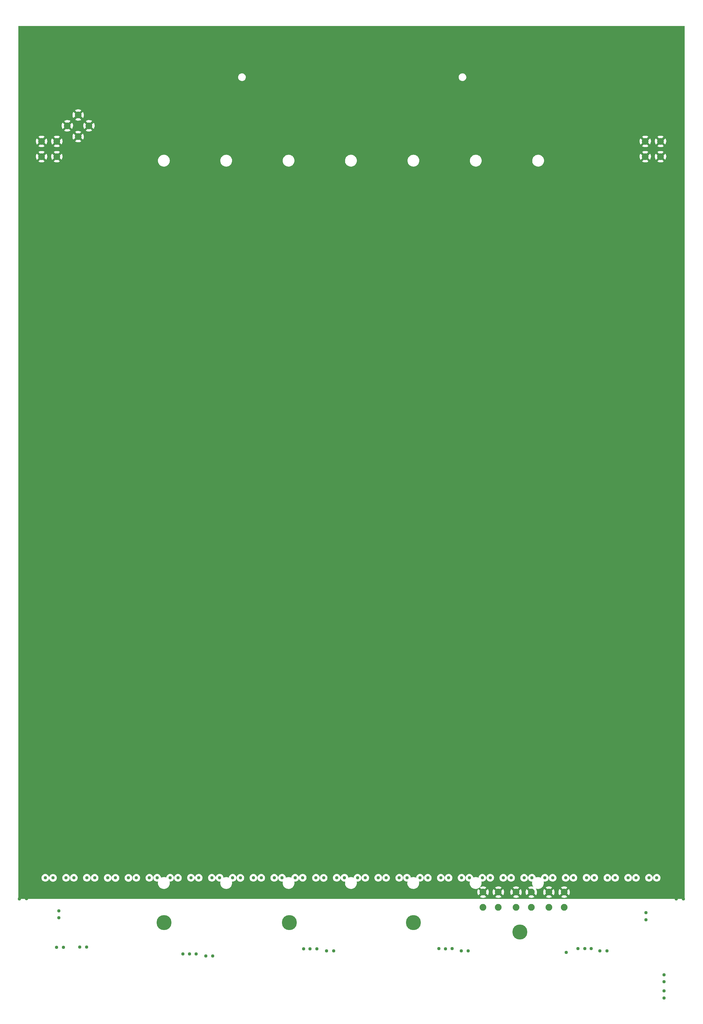
<source format=gbr>
G04 #@! TF.GenerationSoftware,KiCad,Pcbnew,(6.0.4-0)*
G04 #@! TF.CreationDate,2023-02-17T12:35:32-08:00*
G04 #@! TF.ProjectId,stripline_anode,73747269-706c-4696-9e65-5f616e6f6465,1a*
G04 #@! TF.SameCoordinates,Original*
G04 #@! TF.FileFunction,Copper,L4,Inr*
G04 #@! TF.FilePolarity,Positive*
%FSLAX46Y46*%
G04 Gerber Fmt 4.6, Leading zero omitted, Abs format (unit mm)*
G04 Created by KiCad (PCBNEW (6.0.4-0)) date 2023-02-17 12:35:32*
%MOMM*%
%LPD*%
G01*
G04 APERTURE LIST*
G04 #@! TA.AperFunction,ComponentPad*
%ADD10C,2.250000*%
G04 #@! TD*
G04 #@! TA.AperFunction,ComponentPad*
%ADD11C,5.000000*%
G04 #@! TD*
G04 #@! TA.AperFunction,ViaPad*
%ADD12C,1.110000*%
G04 #@! TD*
G04 APERTURE END LIST*
D10*
X180101398Y-106220500D03*
X183693500Y-102628398D03*
X183693500Y-109812602D03*
X187285602Y-106220500D03*
D11*
X295143500Y-370995500D03*
D10*
X340168500Y-360880500D03*
X345248500Y-365960500D03*
X340168500Y-365960500D03*
X345248500Y-360880500D03*
X329223500Y-360880500D03*
X329223500Y-365960500D03*
X334303500Y-365960500D03*
X334303500Y-360880500D03*
X171528500Y-116485500D03*
X171528500Y-111405500D03*
X176608500Y-116485500D03*
X176608500Y-111405500D03*
X318278500Y-365960500D03*
X318278500Y-360880500D03*
X323358500Y-360880500D03*
X323358500Y-365960500D03*
D11*
X330493500Y-374145500D03*
X212243500Y-370995500D03*
D10*
X377283500Y-116485500D03*
X372203500Y-111405500D03*
X372203500Y-116485500D03*
X377283500Y-111405500D03*
D11*
X253868500Y-370995500D03*
D12*
X260341500Y-128744250D03*
X249673500Y-361607100D03*
X253737500Y-361607100D03*
X263897500Y-361607100D03*
X267961500Y-361607100D03*
X231385500Y-361607100D03*
X239513500Y-361607100D03*
X255769500Y-361607100D03*
X265929500Y-361607100D03*
X245609500Y-361607100D03*
X259833500Y-361607100D03*
X241545500Y-361607100D03*
X251705500Y-361607100D03*
X233417500Y-361607100D03*
X227321500Y-361607100D03*
X269993500Y-361607100D03*
X223257500Y-361607100D03*
X229353500Y-361607100D03*
X261865500Y-361607100D03*
X257801500Y-361607100D03*
X237481500Y-361607100D03*
X243577500Y-361607100D03*
X247641500Y-361607100D03*
X235449500Y-361607100D03*
X225289500Y-361607100D03*
X221225500Y-361607100D03*
X198873500Y-76623450D03*
X330953500Y-76623450D03*
X349241500Y-76623450D03*
X337049500Y-76623450D03*
X326889500Y-76623450D03*
X373625500Y-76623450D03*
X202937500Y-76623450D03*
X213097500Y-76623450D03*
X371593500Y-76623450D03*
X345177500Y-76623450D03*
X322825500Y-76623450D03*
X217161500Y-76623450D03*
X324857500Y-76623450D03*
X363465500Y-76623450D03*
X375657500Y-76623450D03*
X359401500Y-76623450D03*
X180585500Y-76623450D03*
X339081500Y-76623450D03*
X188713500Y-76623450D03*
X204969500Y-76623450D03*
X215129500Y-76623450D03*
X194809500Y-76623450D03*
X209033500Y-76623450D03*
X190745500Y-76623450D03*
X200905500Y-76623450D03*
X182617500Y-76623450D03*
X176521500Y-76623450D03*
X219193500Y-76623450D03*
X377689500Y-76623450D03*
X253737500Y-76623450D03*
X267961500Y-76623450D03*
X263897500Y-76623450D03*
X231385500Y-76623450D03*
X239513500Y-76623450D03*
X265929500Y-76623450D03*
X245609500Y-76623450D03*
X255769500Y-76623450D03*
X249673500Y-76623450D03*
X172457500Y-76623450D03*
X178553500Y-76623450D03*
X211065500Y-76623450D03*
X207001500Y-76623450D03*
X259833500Y-76623450D03*
X186681500Y-76623450D03*
X192777500Y-76623450D03*
X241545500Y-76623450D03*
X196841500Y-76623450D03*
X251705500Y-76623450D03*
X184649500Y-76623450D03*
X233417500Y-76623450D03*
X227321500Y-76623450D03*
X269993500Y-76623450D03*
X314697500Y-76623450D03*
X257801500Y-76623450D03*
X290313500Y-76623450D03*
X296409500Y-76623450D03*
X300473500Y-76623450D03*
X280153500Y-76623450D03*
X229353500Y-76623450D03*
X316729500Y-76623450D03*
X288281500Y-76623450D03*
X235449500Y-76623450D03*
X318761500Y-76623450D03*
X310633500Y-76623450D03*
X320793500Y-76623450D03*
X223257500Y-76623450D03*
X312665500Y-76623450D03*
X306569500Y-76623450D03*
X237481500Y-76623450D03*
X284217500Y-76623450D03*
X298441500Y-76623450D03*
X286249500Y-76623450D03*
X261865500Y-76623450D03*
X247641500Y-76623450D03*
X304537500Y-76623450D03*
X282185500Y-76623450D03*
X292345500Y-76623450D03*
X302505500Y-76623450D03*
X308601500Y-76623450D03*
X225289500Y-76623450D03*
X243577500Y-76623450D03*
X278121500Y-76623450D03*
X274057500Y-76623450D03*
X294377500Y-76623450D03*
X276089500Y-76623450D03*
X221225500Y-76623450D03*
X361433500Y-76623450D03*
X351273500Y-76623450D03*
X272025500Y-76623450D03*
X174489500Y-76623450D03*
X369561500Y-76623450D03*
X332985500Y-76623450D03*
X341113500Y-76623450D03*
X367529500Y-76623450D03*
X365497500Y-76623450D03*
X357369500Y-76623450D03*
X355337500Y-76623450D03*
X347209500Y-76623450D03*
X353305500Y-76623450D03*
X343145500Y-76623450D03*
X335017500Y-76623450D03*
X328921500Y-76623450D03*
X170425500Y-76623450D03*
X384893500Y-363120500D03*
X196841500Y-361607100D03*
X371593500Y-361607100D03*
X300473500Y-361607100D03*
X188713500Y-361607100D03*
X343543500Y-128744250D03*
X274057500Y-128744250D03*
X174489500Y-361607100D03*
X176521500Y-361607100D03*
X202937500Y-361607100D03*
X329429500Y-128744250D03*
X364481500Y-128744250D03*
X169917500Y-128744250D03*
X371085500Y-128744250D03*
X184649500Y-361607100D03*
X164143500Y-363095500D03*
X184649500Y-128744250D03*
X298441500Y-361607100D03*
X301997500Y-128744250D03*
X282185500Y-361607100D03*
X281169500Y-128744250D03*
X309109500Y-128744250D03*
X292345500Y-361607100D03*
X375657500Y-361607100D03*
X253737500Y-128744250D03*
X218685500Y-128744250D03*
X378705500Y-128744250D03*
X172457500Y-361607100D03*
X382468500Y-363120500D03*
X246625500Y-128744250D03*
X276089500Y-361607100D03*
X377689500Y-361607100D03*
X357369500Y-128744250D03*
X363465500Y-361607100D03*
X310633500Y-361607100D03*
X314697500Y-361607100D03*
X180585500Y-361607100D03*
X367529500Y-361607100D03*
X284217500Y-361607100D03*
X288168500Y-128720500D03*
X355337500Y-361607100D03*
X198873500Y-361607100D03*
X226305500Y-128744250D03*
X286249500Y-361607100D03*
X353305500Y-361607100D03*
X359401500Y-361607100D03*
X296409500Y-361607100D03*
X295393500Y-128744250D03*
X322825500Y-128744250D03*
X186681500Y-361607100D03*
X232909500Y-128744250D03*
X304537500Y-361607100D03*
X306569500Y-361607100D03*
X315713500Y-128744250D03*
X350765500Y-128744250D03*
X369561500Y-361607100D03*
X204969500Y-361607100D03*
X373625500Y-361607100D03*
X280153500Y-361607100D03*
X365497500Y-361607100D03*
X349241500Y-361607100D03*
X212081500Y-128744250D03*
X357369500Y-361607100D03*
X213097500Y-361607100D03*
X294377500Y-361607100D03*
X209033500Y-361607100D03*
X219193500Y-361607100D03*
X302505500Y-361607100D03*
X207001500Y-361607100D03*
X200905500Y-361607100D03*
X198365500Y-128744250D03*
X336541500Y-128744250D03*
X190745500Y-361607100D03*
X267453500Y-128744250D03*
X166518500Y-363070500D03*
X308601500Y-361607100D03*
X361433500Y-361607100D03*
X191253500Y-128744250D03*
X182617500Y-361607100D03*
X170425500Y-361607100D03*
X351273500Y-361607100D03*
X215129500Y-361607100D03*
X177537500Y-128744250D03*
X211065500Y-361607100D03*
X288281500Y-361607100D03*
X217161500Y-361607100D03*
X274057500Y-361607100D03*
X192777500Y-361607100D03*
X178553500Y-361607100D03*
X290313500Y-361607100D03*
X272025500Y-361607100D03*
X240021500Y-128744250D03*
X312665500Y-361607100D03*
X194809500Y-361607100D03*
X204969500Y-128744250D03*
X278121500Y-361607100D03*
X175323500Y-356146100D03*
X172758100Y-356120700D03*
X179666900Y-356120700D03*
X182257700Y-356120700D03*
X186575700Y-356120700D03*
X189166500Y-356120700D03*
X196100700Y-356146100D03*
X193509900Y-356146100D03*
X200418700Y-356146100D03*
X203034900Y-356120700D03*
X207352900Y-356120700D03*
X209943700Y-356120700D03*
X214261700Y-356120700D03*
X216852500Y-356120700D03*
X221195900Y-356095300D03*
X223761300Y-356120700D03*
X228130100Y-356120700D03*
X230695500Y-356095300D03*
X235038900Y-356120700D03*
X237604300Y-356146100D03*
X244538500Y-356120700D03*
X241947700Y-356120700D03*
X251447300Y-356120700D03*
X248856500Y-356120700D03*
X258330700Y-356095300D03*
X255816100Y-356120700D03*
X265290300Y-356146100D03*
X262724900Y-356120700D03*
X269633700Y-356120700D03*
X272199100Y-356095300D03*
X276542500Y-356120700D03*
X279133300Y-356120700D03*
X283451300Y-356120700D03*
X286042100Y-356120700D03*
X292976300Y-356095300D03*
X290410900Y-356120700D03*
X299910500Y-356120700D03*
X297319700Y-356120700D03*
X306819300Y-356120700D03*
X304228500Y-356120700D03*
X311137300Y-356120700D03*
X313728100Y-356120700D03*
X318046100Y-356120700D03*
X320662300Y-356095300D03*
X327596500Y-356120700D03*
X325005700Y-356120700D03*
X331914500Y-356120700D03*
X334505300Y-356120700D03*
X341414100Y-356120700D03*
X338823300Y-356120700D03*
X345732100Y-356120700D03*
X348322900Y-356120700D03*
X355257100Y-356095300D03*
X352666300Y-356095300D03*
X362191300Y-356120700D03*
X359600500Y-356120700D03*
X369100100Y-356120700D03*
X366509300Y-356120700D03*
X373418100Y-356120700D03*
X376008900Y-356120700D03*
X352118500Y-379645500D03*
X378468500Y-388345500D03*
X305818500Y-379695500D03*
X228443500Y-382120500D03*
X186493500Y-379145500D03*
X359443500Y-380370500D03*
X311043500Y-380395500D03*
X263018500Y-379720500D03*
X266268500Y-380370500D03*
X226118500Y-382120500D03*
X222885168Y-381395500D03*
X307960168Y-379670500D03*
X354243500Y-379670500D03*
X184168500Y-379145500D03*
X258618500Y-379720500D03*
X260768500Y-379720500D03*
X349843500Y-379670500D03*
X220743500Y-381395500D03*
X177293500Y-369420500D03*
X378468500Y-393720500D03*
X345943500Y-380945500D03*
X378468500Y-396045500D03*
X178793500Y-379195500D03*
X357118500Y-380370500D03*
X268593500Y-380370500D03*
X378468500Y-390670500D03*
X372393500Y-370070500D03*
X177293500Y-367095500D03*
X372393500Y-367745500D03*
X313368500Y-380395500D03*
X303560168Y-379670500D03*
X218485168Y-381395500D03*
X176468500Y-379195500D03*
G04 #@! TA.AperFunction,Conductor*
G36*
X385314573Y-73058177D02*
G01*
X385318000Y-73066450D01*
X385318000Y-363111050D01*
X385314573Y-363119323D01*
X385306300Y-363122750D01*
X163841700Y-363122750D01*
X163833427Y-363119323D01*
X163830000Y-363111050D01*
X163830000Y-362457916D01*
X317240863Y-362457916D01*
X317241183Y-362458689D01*
X317419284Y-362565914D01*
X317420009Y-362566284D01*
X317665332Y-362670164D01*
X317666101Y-362670428D01*
X317923613Y-362738706D01*
X317924412Y-362738859D01*
X318188974Y-362770172D01*
X318189794Y-362770210D01*
X318456120Y-362763934D01*
X318456950Y-362763855D01*
X318719730Y-362720117D01*
X318720532Y-362719924D01*
X318974522Y-362639597D01*
X318975303Y-362639289D01*
X319215455Y-362523969D01*
X319216157Y-362523568D01*
X319314088Y-362458133D01*
X319314233Y-362457916D01*
X322320863Y-362457916D01*
X322321183Y-362458689D01*
X322499284Y-362565914D01*
X322500009Y-362566284D01*
X322745332Y-362670164D01*
X322746101Y-362670428D01*
X323003613Y-362738706D01*
X323004412Y-362738859D01*
X323268974Y-362770172D01*
X323269794Y-362770210D01*
X323536120Y-362763934D01*
X323536950Y-362763855D01*
X323799730Y-362720117D01*
X323800532Y-362719924D01*
X324054522Y-362639597D01*
X324055303Y-362639289D01*
X324295455Y-362523969D01*
X324296157Y-362523568D01*
X324394088Y-362458133D01*
X324394233Y-362457916D01*
X328185863Y-362457916D01*
X328186183Y-362458689D01*
X328364284Y-362565914D01*
X328365009Y-362566284D01*
X328610332Y-362670164D01*
X328611101Y-362670428D01*
X328868613Y-362738706D01*
X328869412Y-362738859D01*
X329133974Y-362770172D01*
X329134794Y-362770210D01*
X329401120Y-362763934D01*
X329401950Y-362763855D01*
X329664730Y-362720117D01*
X329665532Y-362719924D01*
X329919522Y-362639597D01*
X329920303Y-362639289D01*
X330160455Y-362523969D01*
X330161157Y-362523568D01*
X330259088Y-362458133D01*
X330259233Y-362457916D01*
X333265863Y-362457916D01*
X333266183Y-362458689D01*
X333444284Y-362565914D01*
X333445009Y-362566284D01*
X333690332Y-362670164D01*
X333691101Y-362670428D01*
X333948613Y-362738706D01*
X333949412Y-362738859D01*
X334213974Y-362770172D01*
X334214794Y-362770210D01*
X334481120Y-362763934D01*
X334481950Y-362763855D01*
X334744730Y-362720117D01*
X334745532Y-362719924D01*
X334999522Y-362639597D01*
X335000303Y-362639289D01*
X335240455Y-362523969D01*
X335241157Y-362523568D01*
X335339088Y-362458133D01*
X335339233Y-362457916D01*
X339130863Y-362457916D01*
X339131183Y-362458689D01*
X339309284Y-362565914D01*
X339310009Y-362566284D01*
X339555332Y-362670164D01*
X339556101Y-362670428D01*
X339813613Y-362738706D01*
X339814412Y-362738859D01*
X340078974Y-362770172D01*
X340079794Y-362770210D01*
X340346120Y-362763934D01*
X340346950Y-362763855D01*
X340609730Y-362720117D01*
X340610532Y-362719924D01*
X340864522Y-362639597D01*
X340865303Y-362639289D01*
X341105455Y-362523969D01*
X341106157Y-362523568D01*
X341204088Y-362458133D01*
X341204233Y-362457916D01*
X344210863Y-362457916D01*
X344211183Y-362458689D01*
X344389284Y-362565914D01*
X344390009Y-362566284D01*
X344635332Y-362670164D01*
X344636101Y-362670428D01*
X344893613Y-362738706D01*
X344894412Y-362738859D01*
X345158974Y-362770172D01*
X345159794Y-362770210D01*
X345426120Y-362763934D01*
X345426950Y-362763855D01*
X345689730Y-362720117D01*
X345690532Y-362719924D01*
X345944522Y-362639597D01*
X345945303Y-362639289D01*
X346185455Y-362523969D01*
X346186157Y-362523568D01*
X346284088Y-362458133D01*
X346285078Y-362456650D01*
X346284891Y-362455706D01*
X345250146Y-361420961D01*
X345248500Y-361420279D01*
X345246854Y-361420961D01*
X344211545Y-362456270D01*
X344210863Y-362457916D01*
X341204233Y-362457916D01*
X341205078Y-362456650D01*
X341204891Y-362455706D01*
X340170146Y-361420961D01*
X340168500Y-361420279D01*
X340166854Y-361420961D01*
X339131545Y-362456270D01*
X339130863Y-362457916D01*
X335339233Y-362457916D01*
X335340078Y-362456650D01*
X335339891Y-362455706D01*
X334305146Y-361420961D01*
X334303500Y-361420279D01*
X334301854Y-361420961D01*
X333266545Y-362456270D01*
X333265863Y-362457916D01*
X330259233Y-362457916D01*
X330260078Y-362456650D01*
X330259891Y-362455706D01*
X329225146Y-361420961D01*
X329223500Y-361420279D01*
X329221854Y-361420961D01*
X328186545Y-362456270D01*
X328185863Y-362457916D01*
X324394233Y-362457916D01*
X324395078Y-362456650D01*
X324394891Y-362455706D01*
X323360146Y-361420961D01*
X323358500Y-361420279D01*
X323356854Y-361420961D01*
X322321545Y-362456270D01*
X322320863Y-362457916D01*
X319314233Y-362457916D01*
X319315078Y-362456650D01*
X319314891Y-362455706D01*
X318280146Y-361420961D01*
X318278500Y-361420279D01*
X318276854Y-361420961D01*
X317241545Y-362456270D01*
X317240863Y-362457916D01*
X163830000Y-362457916D01*
X163830000Y-360821486D01*
X316387629Y-360821486D01*
X316398089Y-361087681D01*
X316398179Y-361088506D01*
X316446041Y-361350570D01*
X316446246Y-361351369D01*
X316530558Y-361604084D01*
X316530869Y-361604833D01*
X316649944Y-361843140D01*
X316650369Y-361843860D01*
X316700522Y-361916425D01*
X316702018Y-361917392D01*
X316703006Y-361917179D01*
X317738039Y-360882146D01*
X317738721Y-360880500D01*
X318818279Y-360880500D01*
X318818961Y-360882146D01*
X319853571Y-361916756D01*
X319855217Y-361917438D01*
X319856028Y-361917102D01*
X319950207Y-361766088D01*
X319950592Y-361765362D01*
X320058311Y-361521707D01*
X320058588Y-361520937D01*
X320130902Y-361264531D01*
X320131068Y-361263731D01*
X320166546Y-360999590D01*
X320166597Y-360998979D01*
X320170310Y-360880804D01*
X320170299Y-360880200D01*
X320166142Y-360821486D01*
X321467629Y-360821486D01*
X321478089Y-361087681D01*
X321478179Y-361088506D01*
X321526041Y-361350570D01*
X321526246Y-361351369D01*
X321610558Y-361604084D01*
X321610869Y-361604833D01*
X321729944Y-361843140D01*
X321730369Y-361843860D01*
X321780522Y-361916425D01*
X321782018Y-361917392D01*
X321783006Y-361917179D01*
X322818039Y-360882146D01*
X322818721Y-360880500D01*
X323898279Y-360880500D01*
X323898961Y-360882146D01*
X324933571Y-361916756D01*
X324935217Y-361917438D01*
X324936028Y-361917102D01*
X325030207Y-361766088D01*
X325030592Y-361765362D01*
X325138311Y-361521707D01*
X325138588Y-361520937D01*
X325210902Y-361264531D01*
X325211068Y-361263731D01*
X325246546Y-360999590D01*
X325246597Y-360998979D01*
X325250310Y-360880804D01*
X325250299Y-360880200D01*
X325246142Y-360821486D01*
X327332629Y-360821486D01*
X327343089Y-361087681D01*
X327343179Y-361088506D01*
X327391041Y-361350570D01*
X327391246Y-361351369D01*
X327475558Y-361604084D01*
X327475869Y-361604833D01*
X327594944Y-361843140D01*
X327595369Y-361843860D01*
X327645522Y-361916425D01*
X327647018Y-361917392D01*
X327648006Y-361917179D01*
X328683039Y-360882146D01*
X328683721Y-360880500D01*
X329763279Y-360880500D01*
X329763961Y-360882146D01*
X330798571Y-361916756D01*
X330800217Y-361917438D01*
X330801028Y-361917102D01*
X330895207Y-361766088D01*
X330895592Y-361765362D01*
X331003311Y-361521707D01*
X331003588Y-361520937D01*
X331075902Y-361264531D01*
X331076068Y-361263731D01*
X331111546Y-360999590D01*
X331111597Y-360998979D01*
X331115310Y-360880804D01*
X331115299Y-360880200D01*
X331111142Y-360821486D01*
X332412629Y-360821486D01*
X332423089Y-361087681D01*
X332423179Y-361088506D01*
X332471041Y-361350570D01*
X332471246Y-361351369D01*
X332555558Y-361604084D01*
X332555869Y-361604833D01*
X332674944Y-361843140D01*
X332675369Y-361843860D01*
X332725522Y-361916425D01*
X332727018Y-361917392D01*
X332728006Y-361917179D01*
X333763039Y-360882146D01*
X333763721Y-360880500D01*
X333763039Y-360878854D01*
X332726684Y-359842499D01*
X332725038Y-359841817D01*
X332724301Y-359842122D01*
X332604798Y-360047862D01*
X332604439Y-360048594D01*
X332504427Y-360295512D01*
X332504173Y-360296293D01*
X332439950Y-360554839D01*
X332439808Y-360555654D01*
X332412655Y-360820667D01*
X332412629Y-360821486D01*
X331111142Y-360821486D01*
X331096476Y-360614347D01*
X331096361Y-360613541D01*
X331040291Y-360353107D01*
X331040059Y-360352308D01*
X330947851Y-360102369D01*
X330947518Y-360101632D01*
X330821010Y-359867172D01*
X330820571Y-359866480D01*
X330803162Y-359842911D01*
X330801634Y-359841991D01*
X330800557Y-359842258D01*
X329763961Y-360878854D01*
X329763279Y-360880500D01*
X328683721Y-360880500D01*
X328683039Y-360878854D01*
X327646684Y-359842499D01*
X327645038Y-359841817D01*
X327644301Y-359842122D01*
X327524798Y-360047862D01*
X327524439Y-360048594D01*
X327424427Y-360295512D01*
X327424173Y-360296293D01*
X327359950Y-360554839D01*
X327359808Y-360555654D01*
X327332655Y-360820667D01*
X327332629Y-360821486D01*
X325246142Y-360821486D01*
X325231476Y-360614347D01*
X325231361Y-360613541D01*
X325175291Y-360353107D01*
X325175059Y-360352308D01*
X325082851Y-360102369D01*
X325082518Y-360101632D01*
X324956010Y-359867172D01*
X324955571Y-359866480D01*
X324938162Y-359842911D01*
X324936634Y-359841991D01*
X324935557Y-359842258D01*
X323898961Y-360878854D01*
X323898279Y-360880500D01*
X322818721Y-360880500D01*
X322818039Y-360878854D01*
X321781684Y-359842499D01*
X321780038Y-359841817D01*
X321779301Y-359842122D01*
X321659798Y-360047862D01*
X321659439Y-360048594D01*
X321559427Y-360295512D01*
X321559173Y-360296293D01*
X321494950Y-360554839D01*
X321494808Y-360555654D01*
X321467655Y-360820667D01*
X321467629Y-360821486D01*
X320166142Y-360821486D01*
X320151476Y-360614347D01*
X320151361Y-360613541D01*
X320095291Y-360353107D01*
X320095059Y-360352308D01*
X320002851Y-360102369D01*
X320002518Y-360101632D01*
X319876010Y-359867172D01*
X319875571Y-359866480D01*
X319858162Y-359842911D01*
X319856634Y-359841991D01*
X319855557Y-359842258D01*
X318818961Y-360878854D01*
X318818279Y-360880500D01*
X317738721Y-360880500D01*
X317738039Y-360878854D01*
X316701684Y-359842499D01*
X316700038Y-359841817D01*
X316699301Y-359842122D01*
X316579798Y-360047862D01*
X316579439Y-360048594D01*
X316479427Y-360295512D01*
X316479173Y-360296293D01*
X316414950Y-360554839D01*
X316414808Y-360555654D01*
X316387655Y-360820667D01*
X316387629Y-360821486D01*
X163830000Y-360821486D01*
X163830000Y-356120700D01*
X171486561Y-356120700D01*
X171486606Y-356121214D01*
X171503657Y-356316100D01*
X171505879Y-356341500D01*
X171506010Y-356341990D01*
X171506011Y-356341994D01*
X171563110Y-356555093D01*
X171563244Y-356555592D01*
X171563459Y-356556052D01*
X171563460Y-356556056D01*
X171614778Y-356666106D01*
X171656915Y-356756469D01*
X171784045Y-356938030D01*
X171940770Y-357094755D01*
X172122330Y-357221885D01*
X172177266Y-357247502D01*
X172322744Y-357315340D01*
X172322748Y-357315341D01*
X172323208Y-357315556D01*
X172323704Y-357315689D01*
X172323707Y-357315690D01*
X172536806Y-357372789D01*
X172536810Y-357372790D01*
X172537300Y-357372921D01*
X172537804Y-357372965D01*
X172537809Y-357372966D01*
X172744466Y-357391046D01*
X172756672Y-357392114D01*
X172757586Y-357392194D01*
X172758100Y-357392239D01*
X172758614Y-357392194D01*
X172759529Y-357392114D01*
X172771734Y-357391046D01*
X172978391Y-357372966D01*
X172978396Y-357372965D01*
X172978900Y-357372921D01*
X172979390Y-357372790D01*
X172979394Y-357372789D01*
X173192493Y-357315690D01*
X173192496Y-357315689D01*
X173192992Y-357315556D01*
X173193452Y-357315341D01*
X173193456Y-357315340D01*
X173338934Y-357247502D01*
X173393870Y-357221885D01*
X173575430Y-357094755D01*
X173732155Y-356938030D01*
X173859285Y-356756469D01*
X173901422Y-356666106D01*
X173952740Y-356556056D01*
X173952741Y-356556052D01*
X173952956Y-356555592D01*
X173953090Y-356555093D01*
X174010189Y-356341994D01*
X174010190Y-356341990D01*
X174010321Y-356341500D01*
X174012544Y-356316100D01*
X174027417Y-356146100D01*
X174051961Y-356146100D01*
X174052006Y-356146614D01*
X174069356Y-356344917D01*
X174071279Y-356366900D01*
X174071410Y-356367390D01*
X174071411Y-356367394D01*
X174128510Y-356580493D01*
X174128644Y-356580992D01*
X174222315Y-356781869D01*
X174349445Y-356963430D01*
X174506170Y-357120155D01*
X174687730Y-357247285D01*
X174778060Y-357289407D01*
X174888144Y-357340740D01*
X174888148Y-357340741D01*
X174888608Y-357340956D01*
X174889104Y-357341089D01*
X174889107Y-357341090D01*
X175102206Y-357398189D01*
X175102210Y-357398190D01*
X175102700Y-357398321D01*
X175103204Y-357398365D01*
X175103209Y-357398366D01*
X175322986Y-357417594D01*
X175323500Y-357417639D01*
X175324014Y-357417594D01*
X175543791Y-357398366D01*
X175543796Y-357398365D01*
X175544300Y-357398321D01*
X175544790Y-357398190D01*
X175544794Y-357398189D01*
X175757893Y-357341090D01*
X175757896Y-357341089D01*
X175758392Y-357340956D01*
X175758852Y-357340741D01*
X175758856Y-357340740D01*
X175868940Y-357289407D01*
X175959270Y-357247285D01*
X176140830Y-357120155D01*
X176297555Y-356963430D01*
X176424685Y-356781869D01*
X176518356Y-356580992D01*
X176518490Y-356580493D01*
X176575589Y-356367394D01*
X176575590Y-356367390D01*
X176575721Y-356366900D01*
X176577645Y-356344917D01*
X176594994Y-356146614D01*
X176595039Y-356146100D01*
X176592817Y-356120700D01*
X178395361Y-356120700D01*
X178395406Y-356121214D01*
X178412457Y-356316100D01*
X178414679Y-356341500D01*
X178414810Y-356341990D01*
X178414811Y-356341994D01*
X178471910Y-356555093D01*
X178472044Y-356555592D01*
X178472259Y-356556052D01*
X178472260Y-356556056D01*
X178523578Y-356666106D01*
X178565715Y-356756469D01*
X178692845Y-356938030D01*
X178849570Y-357094755D01*
X179031130Y-357221885D01*
X179086066Y-357247502D01*
X179231544Y-357315340D01*
X179231548Y-357315341D01*
X179232008Y-357315556D01*
X179232504Y-357315689D01*
X179232507Y-357315690D01*
X179445606Y-357372789D01*
X179445610Y-357372790D01*
X179446100Y-357372921D01*
X179446604Y-357372965D01*
X179446609Y-357372966D01*
X179653266Y-357391046D01*
X179665472Y-357392114D01*
X179666386Y-357392194D01*
X179666900Y-357392239D01*
X179667414Y-357392194D01*
X179668329Y-357392114D01*
X179680534Y-357391046D01*
X179887191Y-357372966D01*
X179887196Y-357372965D01*
X179887700Y-357372921D01*
X179888190Y-357372790D01*
X179888194Y-357372789D01*
X180101293Y-357315690D01*
X180101296Y-357315689D01*
X180101792Y-357315556D01*
X180102252Y-357315341D01*
X180102256Y-357315340D01*
X180247734Y-357247502D01*
X180302670Y-357221885D01*
X180484230Y-357094755D01*
X180640955Y-356938030D01*
X180768085Y-356756469D01*
X180810222Y-356666106D01*
X180861540Y-356556056D01*
X180861541Y-356556052D01*
X180861756Y-356555592D01*
X180861890Y-356555093D01*
X180918989Y-356341994D01*
X180918990Y-356341990D01*
X180919121Y-356341500D01*
X180921344Y-356316100D01*
X180938394Y-356121214D01*
X180938439Y-356120700D01*
X180986161Y-356120700D01*
X180986206Y-356121214D01*
X181003257Y-356316100D01*
X181005479Y-356341500D01*
X181005610Y-356341990D01*
X181005611Y-356341994D01*
X181062710Y-356555093D01*
X181062844Y-356555592D01*
X181063059Y-356556052D01*
X181063060Y-356556056D01*
X181114378Y-356666106D01*
X181156515Y-356756469D01*
X181283645Y-356938030D01*
X181440370Y-357094755D01*
X181621930Y-357221885D01*
X181676866Y-357247502D01*
X181822344Y-357315340D01*
X181822348Y-357315341D01*
X181822808Y-357315556D01*
X181823304Y-357315689D01*
X181823307Y-357315690D01*
X182036406Y-357372789D01*
X182036410Y-357372790D01*
X182036900Y-357372921D01*
X182037404Y-357372965D01*
X182037409Y-357372966D01*
X182244066Y-357391046D01*
X182256272Y-357392114D01*
X182257186Y-357392194D01*
X182257700Y-357392239D01*
X182258214Y-357392194D01*
X182259129Y-357392114D01*
X182271334Y-357391046D01*
X182477991Y-357372966D01*
X182477996Y-357372965D01*
X182478500Y-357372921D01*
X182478990Y-357372790D01*
X182478994Y-357372789D01*
X182692093Y-357315690D01*
X182692096Y-357315689D01*
X182692592Y-357315556D01*
X182693052Y-357315341D01*
X182693056Y-357315340D01*
X182838534Y-357247502D01*
X182893470Y-357221885D01*
X183075030Y-357094755D01*
X183231755Y-356938030D01*
X183358885Y-356756469D01*
X183401022Y-356666106D01*
X183452340Y-356556056D01*
X183452341Y-356556052D01*
X183452556Y-356555592D01*
X183452690Y-356555093D01*
X183509789Y-356341994D01*
X183509790Y-356341990D01*
X183509921Y-356341500D01*
X183512144Y-356316100D01*
X183529194Y-356121214D01*
X183529239Y-356120700D01*
X185304161Y-356120700D01*
X185304206Y-356121214D01*
X185321257Y-356316100D01*
X185323479Y-356341500D01*
X185323610Y-356341990D01*
X185323611Y-356341994D01*
X185380710Y-356555093D01*
X185380844Y-356555592D01*
X185381059Y-356556052D01*
X185381060Y-356556056D01*
X185432378Y-356666106D01*
X185474515Y-356756469D01*
X185601645Y-356938030D01*
X185758370Y-357094755D01*
X185939930Y-357221885D01*
X185994866Y-357247502D01*
X186140344Y-357315340D01*
X186140348Y-357315341D01*
X186140808Y-357315556D01*
X186141304Y-357315689D01*
X186141307Y-357315690D01*
X186354406Y-357372789D01*
X186354410Y-357372790D01*
X186354900Y-357372921D01*
X186355404Y-357372965D01*
X186355409Y-357372966D01*
X186562066Y-357391046D01*
X186574272Y-357392114D01*
X186575186Y-357392194D01*
X186575700Y-357392239D01*
X186576214Y-357392194D01*
X186577129Y-357392114D01*
X186589334Y-357391046D01*
X186795991Y-357372966D01*
X186795996Y-357372965D01*
X186796500Y-357372921D01*
X186796990Y-357372790D01*
X186796994Y-357372789D01*
X187010093Y-357315690D01*
X187010096Y-357315689D01*
X187010592Y-357315556D01*
X187011052Y-357315341D01*
X187011056Y-357315340D01*
X187156534Y-357247502D01*
X187211470Y-357221885D01*
X187393030Y-357094755D01*
X187549755Y-356938030D01*
X187676885Y-356756469D01*
X187719022Y-356666106D01*
X187770340Y-356556056D01*
X187770341Y-356556052D01*
X187770556Y-356555592D01*
X187770690Y-356555093D01*
X187827789Y-356341994D01*
X187827790Y-356341990D01*
X187827921Y-356341500D01*
X187830144Y-356316100D01*
X187847194Y-356121214D01*
X187847239Y-356120700D01*
X187894961Y-356120700D01*
X187895006Y-356121214D01*
X187912057Y-356316100D01*
X187914279Y-356341500D01*
X187914410Y-356341990D01*
X187914411Y-356341994D01*
X187971510Y-356555093D01*
X187971644Y-356555592D01*
X187971859Y-356556052D01*
X187971860Y-356556056D01*
X188023178Y-356666106D01*
X188065315Y-356756469D01*
X188192445Y-356938030D01*
X188349170Y-357094755D01*
X188530730Y-357221885D01*
X188585666Y-357247502D01*
X188731144Y-357315340D01*
X188731148Y-357315341D01*
X188731608Y-357315556D01*
X188732104Y-357315689D01*
X188732107Y-357315690D01*
X188945206Y-357372789D01*
X188945210Y-357372790D01*
X188945700Y-357372921D01*
X188946204Y-357372965D01*
X188946209Y-357372966D01*
X189152866Y-357391046D01*
X189165072Y-357392114D01*
X189165986Y-357392194D01*
X189166500Y-357392239D01*
X189167014Y-357392194D01*
X189167929Y-357392114D01*
X189180134Y-357391046D01*
X189386791Y-357372966D01*
X189386796Y-357372965D01*
X189387300Y-357372921D01*
X189387790Y-357372790D01*
X189387794Y-357372789D01*
X189600893Y-357315690D01*
X189600896Y-357315689D01*
X189601392Y-357315556D01*
X189601852Y-357315341D01*
X189601856Y-357315340D01*
X189747334Y-357247502D01*
X189802270Y-357221885D01*
X189983830Y-357094755D01*
X190140555Y-356938030D01*
X190267685Y-356756469D01*
X190309822Y-356666106D01*
X190361140Y-356556056D01*
X190361141Y-356556052D01*
X190361356Y-356555592D01*
X190361490Y-356555093D01*
X190418589Y-356341994D01*
X190418590Y-356341990D01*
X190418721Y-356341500D01*
X190420944Y-356316100D01*
X190435817Y-356146100D01*
X192238361Y-356146100D01*
X192238406Y-356146614D01*
X192255756Y-356344917D01*
X192257679Y-356366900D01*
X192257810Y-356367390D01*
X192257811Y-356367394D01*
X192314910Y-356580493D01*
X192315044Y-356580992D01*
X192408715Y-356781869D01*
X192535845Y-356963430D01*
X192692570Y-357120155D01*
X192874130Y-357247285D01*
X192964460Y-357289407D01*
X193074544Y-357340740D01*
X193074548Y-357340741D01*
X193075008Y-357340956D01*
X193075504Y-357341089D01*
X193075507Y-357341090D01*
X193288606Y-357398189D01*
X193288610Y-357398190D01*
X193289100Y-357398321D01*
X193289604Y-357398365D01*
X193289609Y-357398366D01*
X193509386Y-357417594D01*
X193509900Y-357417639D01*
X193510414Y-357417594D01*
X193730191Y-357398366D01*
X193730196Y-357398365D01*
X193730700Y-357398321D01*
X193731190Y-357398190D01*
X193731194Y-357398189D01*
X193944293Y-357341090D01*
X193944296Y-357341089D01*
X193944792Y-357340956D01*
X193945252Y-357340741D01*
X193945256Y-357340740D01*
X194055340Y-357289407D01*
X194145670Y-357247285D01*
X194327230Y-357120155D01*
X194483955Y-356963430D01*
X194611085Y-356781869D01*
X194704756Y-356580992D01*
X194704890Y-356580493D01*
X194761989Y-356367394D01*
X194761990Y-356367390D01*
X194762121Y-356366900D01*
X194764045Y-356344917D01*
X194781394Y-356146614D01*
X194781439Y-356146100D01*
X194829161Y-356146100D01*
X194829206Y-356146614D01*
X194846556Y-356344917D01*
X194848479Y-356366900D01*
X194848610Y-356367390D01*
X194848611Y-356367394D01*
X194905710Y-356580493D01*
X194905844Y-356580992D01*
X194999515Y-356781869D01*
X195126645Y-356963430D01*
X195283370Y-357120155D01*
X195464930Y-357247285D01*
X195555260Y-357289407D01*
X195665344Y-357340740D01*
X195665348Y-357340741D01*
X195665808Y-357340956D01*
X195666304Y-357341089D01*
X195666307Y-357341090D01*
X195879406Y-357398189D01*
X195879410Y-357398190D01*
X195879900Y-357398321D01*
X195880404Y-357398365D01*
X195880409Y-357398366D01*
X196100186Y-357417594D01*
X196100700Y-357417639D01*
X196101214Y-357417594D01*
X196320991Y-357398366D01*
X196320996Y-357398365D01*
X196321500Y-357398321D01*
X196321990Y-357398190D01*
X196321994Y-357398189D01*
X196535093Y-357341090D01*
X196535096Y-357341089D01*
X196535592Y-357340956D01*
X196536052Y-357340741D01*
X196536056Y-357340740D01*
X196646140Y-357289407D01*
X196736470Y-357247285D01*
X196918030Y-357120155D01*
X197074755Y-356963430D01*
X197201885Y-356781869D01*
X197295556Y-356580992D01*
X197295690Y-356580493D01*
X197352789Y-356367394D01*
X197352790Y-356367390D01*
X197352921Y-356366900D01*
X197354845Y-356344917D01*
X197372194Y-356146614D01*
X197372239Y-356146100D01*
X199147161Y-356146100D01*
X199147206Y-356146614D01*
X199164556Y-356344917D01*
X199166479Y-356366900D01*
X199166610Y-356367390D01*
X199166611Y-356367394D01*
X199223710Y-356580493D01*
X199223844Y-356580992D01*
X199317515Y-356781869D01*
X199444645Y-356963430D01*
X199601370Y-357120155D01*
X199782930Y-357247285D01*
X199873260Y-357289407D01*
X199983344Y-357340740D01*
X199983348Y-357340741D01*
X199983808Y-357340956D01*
X199984304Y-357341089D01*
X199984307Y-357341090D01*
X200197406Y-357398189D01*
X200197410Y-357398190D01*
X200197900Y-357398321D01*
X200198404Y-357398365D01*
X200198409Y-357398366D01*
X200418186Y-357417594D01*
X200418700Y-357417639D01*
X200419214Y-357417594D01*
X200638991Y-357398366D01*
X200638996Y-357398365D01*
X200639500Y-357398321D01*
X200639990Y-357398190D01*
X200639994Y-357398189D01*
X200853093Y-357341090D01*
X200853096Y-357341089D01*
X200853592Y-357340956D01*
X200854052Y-357340741D01*
X200854056Y-357340740D01*
X200964140Y-357289407D01*
X201054470Y-357247285D01*
X201236030Y-357120155D01*
X201392755Y-356963430D01*
X201519885Y-356781869D01*
X201613556Y-356580992D01*
X201613690Y-356580493D01*
X201670789Y-356367394D01*
X201670790Y-356367390D01*
X201670921Y-356366900D01*
X201672845Y-356344917D01*
X201690194Y-356146614D01*
X201690239Y-356146100D01*
X201688017Y-356120700D01*
X201763361Y-356120700D01*
X201763406Y-356121214D01*
X201780457Y-356316100D01*
X201782679Y-356341500D01*
X201782810Y-356341990D01*
X201782811Y-356341994D01*
X201839910Y-356555093D01*
X201840044Y-356555592D01*
X201840259Y-356556052D01*
X201840260Y-356556056D01*
X201891578Y-356666106D01*
X201933715Y-356756469D01*
X202060845Y-356938030D01*
X202217570Y-357094755D01*
X202399130Y-357221885D01*
X202454066Y-357247502D01*
X202599544Y-357315340D01*
X202599548Y-357315341D01*
X202600008Y-357315556D01*
X202600504Y-357315689D01*
X202600507Y-357315690D01*
X202813606Y-357372789D01*
X202813610Y-357372790D01*
X202814100Y-357372921D01*
X202814604Y-357372965D01*
X202814609Y-357372966D01*
X203021266Y-357391046D01*
X203033472Y-357392114D01*
X203034386Y-357392194D01*
X203034900Y-357392239D01*
X203035414Y-357392194D01*
X203036329Y-357392114D01*
X203048534Y-357391046D01*
X203255191Y-357372966D01*
X203255196Y-357372965D01*
X203255700Y-357372921D01*
X203256190Y-357372790D01*
X203256194Y-357372789D01*
X203469293Y-357315690D01*
X203469296Y-357315689D01*
X203469792Y-357315556D01*
X203470252Y-357315341D01*
X203470256Y-357315340D01*
X203615734Y-357247502D01*
X203670670Y-357221885D01*
X203852230Y-357094755D01*
X204008955Y-356938030D01*
X204136085Y-356756469D01*
X204178222Y-356666106D01*
X204229540Y-356556056D01*
X204229541Y-356556052D01*
X204229756Y-356555592D01*
X204229890Y-356555093D01*
X204286989Y-356341994D01*
X204286990Y-356341990D01*
X204287121Y-356341500D01*
X204289344Y-356316100D01*
X204306394Y-356121214D01*
X204306439Y-356120700D01*
X206081361Y-356120700D01*
X206081406Y-356121214D01*
X206098457Y-356316100D01*
X206100679Y-356341500D01*
X206100810Y-356341990D01*
X206100811Y-356341994D01*
X206157910Y-356555093D01*
X206158044Y-356555592D01*
X206158259Y-356556052D01*
X206158260Y-356556056D01*
X206209578Y-356666106D01*
X206251715Y-356756469D01*
X206378845Y-356938030D01*
X206535570Y-357094755D01*
X206717130Y-357221885D01*
X206772066Y-357247502D01*
X206917544Y-357315340D01*
X206917548Y-357315341D01*
X206918008Y-357315556D01*
X206918504Y-357315689D01*
X206918507Y-357315690D01*
X207131606Y-357372789D01*
X207131610Y-357372790D01*
X207132100Y-357372921D01*
X207132604Y-357372965D01*
X207132609Y-357372966D01*
X207339266Y-357391046D01*
X207351472Y-357392114D01*
X207352386Y-357392194D01*
X207352900Y-357392239D01*
X207353414Y-357392194D01*
X207354329Y-357392114D01*
X207366534Y-357391046D01*
X207573191Y-357372966D01*
X207573196Y-357372965D01*
X207573700Y-357372921D01*
X207574190Y-357372790D01*
X207574194Y-357372789D01*
X207787293Y-357315690D01*
X207787296Y-357315689D01*
X207787792Y-357315556D01*
X207788252Y-357315341D01*
X207788256Y-357315340D01*
X207933734Y-357247502D01*
X207988670Y-357221885D01*
X208170230Y-357094755D01*
X208326955Y-356938030D01*
X208454085Y-356756469D01*
X208496222Y-356666106D01*
X208547540Y-356556056D01*
X208547541Y-356556052D01*
X208547756Y-356555592D01*
X208547890Y-356555093D01*
X208604989Y-356341994D01*
X208604990Y-356341990D01*
X208605121Y-356341500D01*
X208607344Y-356316100D01*
X208624394Y-356121214D01*
X208624439Y-356120700D01*
X208672161Y-356120700D01*
X208672206Y-356121214D01*
X208689257Y-356316100D01*
X208691479Y-356341500D01*
X208691610Y-356341990D01*
X208691611Y-356341994D01*
X208748710Y-356555093D01*
X208748844Y-356555592D01*
X208749059Y-356556052D01*
X208749060Y-356556056D01*
X208800378Y-356666106D01*
X208842515Y-356756469D01*
X208969645Y-356938030D01*
X209126370Y-357094755D01*
X209307930Y-357221885D01*
X209362866Y-357247502D01*
X209508344Y-357315340D01*
X209508348Y-357315341D01*
X209508808Y-357315556D01*
X209509304Y-357315689D01*
X209509307Y-357315690D01*
X209722406Y-357372789D01*
X209722410Y-357372790D01*
X209722900Y-357372921D01*
X209723404Y-357372965D01*
X209723409Y-357372966D01*
X209930066Y-357391046D01*
X209942272Y-357392114D01*
X209943186Y-357392194D01*
X209943700Y-357392239D01*
X209944214Y-357392194D01*
X209945129Y-357392114D01*
X209957334Y-357391046D01*
X210163991Y-357372966D01*
X210163996Y-357372965D01*
X210164500Y-357372921D01*
X210164990Y-357372790D01*
X210164994Y-357372789D01*
X210263687Y-357346345D01*
X210272565Y-357347514D01*
X210278016Y-357354618D01*
X210278113Y-357360287D01*
X210236402Y-357540239D01*
X210212432Y-357817008D01*
X210212455Y-357817427D01*
X210212455Y-357817432D01*
X210215832Y-357878792D01*
X210227697Y-358094394D01*
X210227777Y-358094798D01*
X210227778Y-358094803D01*
X210281814Y-358366461D01*
X210281894Y-358366862D01*
X210373942Y-358628975D01*
X210502003Y-358875504D01*
X210502242Y-358875839D01*
X210502243Y-358875840D01*
X210663288Y-359101201D01*
X210663292Y-359101206D01*
X210663523Y-359101529D01*
X210663797Y-359101817D01*
X210663801Y-359101821D01*
X210708618Y-359148801D01*
X210855279Y-359302541D01*
X211073444Y-359474528D01*
X211313667Y-359614061D01*
X211314046Y-359614215D01*
X211314047Y-359614215D01*
X211434616Y-359663050D01*
X211571153Y-359718353D01*
X211571549Y-359718451D01*
X211571551Y-359718452D01*
X211644643Y-359736608D01*
X211840765Y-359785325D01*
X212077685Y-359809600D01*
X212249672Y-359809600D01*
X212373170Y-359800856D01*
X212455605Y-359795019D01*
X212455608Y-359795019D01*
X212456012Y-359794990D01*
X212559114Y-359772793D01*
X212727187Y-359736608D01*
X212727189Y-359736607D01*
X212727595Y-359736520D01*
X212727983Y-359736377D01*
X212727986Y-359736376D01*
X212926745Y-359663050D01*
X212988230Y-359640367D01*
X213232716Y-359508449D01*
X213278998Y-359474265D01*
X213455842Y-359343647D01*
X213455847Y-359343643D01*
X213456177Y-359343399D01*
X213497660Y-359302563D01*
X213559132Y-359242048D01*
X213654152Y-359148509D01*
X213822692Y-358927669D01*
X213822890Y-358927316D01*
X213822893Y-358927311D01*
X213958230Y-358685647D01*
X213958433Y-358685285D01*
X213980369Y-358628586D01*
X214058520Y-358426576D01*
X214058669Y-358426192D01*
X214121398Y-358155561D01*
X214145368Y-357878792D01*
X214141992Y-357817432D01*
X214130126Y-357601824D01*
X214130103Y-357601406D01*
X214118018Y-357540647D01*
X214088473Y-357392114D01*
X214090220Y-357383331D01*
X214097665Y-357378356D01*
X214100965Y-357378176D01*
X214261700Y-357392239D01*
X214262214Y-357392194D01*
X214263129Y-357392114D01*
X214275334Y-357391046D01*
X214481991Y-357372966D01*
X214481996Y-357372965D01*
X214482500Y-357372921D01*
X214482990Y-357372790D01*
X214482994Y-357372789D01*
X214696093Y-357315690D01*
X214696096Y-357315689D01*
X214696592Y-357315556D01*
X214697052Y-357315341D01*
X214697056Y-357315340D01*
X214842534Y-357247502D01*
X214897470Y-357221885D01*
X215079030Y-357094755D01*
X215235755Y-356938030D01*
X215362885Y-356756469D01*
X215405022Y-356666106D01*
X215456340Y-356556056D01*
X215456341Y-356556052D01*
X215456556Y-356555592D01*
X215456690Y-356555093D01*
X215513789Y-356341994D01*
X215513790Y-356341990D01*
X215513921Y-356341500D01*
X215516144Y-356316100D01*
X215533194Y-356121214D01*
X215533239Y-356120700D01*
X215580961Y-356120700D01*
X215581006Y-356121214D01*
X215598057Y-356316100D01*
X215600279Y-356341500D01*
X215600410Y-356341990D01*
X215600411Y-356341994D01*
X215657510Y-356555093D01*
X215657644Y-356555592D01*
X215657859Y-356556052D01*
X215657860Y-356556056D01*
X215709178Y-356666106D01*
X215751315Y-356756469D01*
X215878445Y-356938030D01*
X216035170Y-357094755D01*
X216216730Y-357221885D01*
X216271666Y-357247502D01*
X216417144Y-357315340D01*
X216417148Y-357315341D01*
X216417608Y-357315556D01*
X216418104Y-357315689D01*
X216418107Y-357315690D01*
X216631206Y-357372789D01*
X216631210Y-357372790D01*
X216631700Y-357372921D01*
X216632204Y-357372965D01*
X216632209Y-357372966D01*
X216838866Y-357391046D01*
X216851072Y-357392114D01*
X216851986Y-357392194D01*
X216852500Y-357392239D01*
X216853014Y-357392194D01*
X216853929Y-357392114D01*
X216866134Y-357391046D01*
X217072791Y-357372966D01*
X217072796Y-357372965D01*
X217073300Y-357372921D01*
X217073790Y-357372790D01*
X217073794Y-357372789D01*
X217286893Y-357315690D01*
X217286896Y-357315689D01*
X217287392Y-357315556D01*
X217287852Y-357315341D01*
X217287856Y-357315340D01*
X217433334Y-357247502D01*
X217488270Y-357221885D01*
X217669830Y-357094755D01*
X217826555Y-356938030D01*
X217953685Y-356756469D01*
X217995822Y-356666106D01*
X218047140Y-356556056D01*
X218047141Y-356556052D01*
X218047356Y-356555592D01*
X218047490Y-356555093D01*
X218104589Y-356341994D01*
X218104590Y-356341990D01*
X218104721Y-356341500D01*
X218106944Y-356316100D01*
X218123994Y-356121214D01*
X218124039Y-356120700D01*
X218121817Y-356095300D01*
X219924361Y-356095300D01*
X219924833Y-356100700D01*
X219928851Y-356146614D01*
X219943679Y-356316100D01*
X219943810Y-356316590D01*
X219943811Y-356316594D01*
X219957423Y-356367394D01*
X220001044Y-356530192D01*
X220001259Y-356530652D01*
X220001260Y-356530656D01*
X220024949Y-356581456D01*
X220094715Y-356731069D01*
X220221845Y-356912630D01*
X220378570Y-357069355D01*
X220560130Y-357196485D01*
X220615066Y-357222102D01*
X220760544Y-357289940D01*
X220760548Y-357289941D01*
X220761008Y-357290156D01*
X220761504Y-357290289D01*
X220761507Y-357290290D01*
X220974606Y-357347389D01*
X220974610Y-357347390D01*
X220975100Y-357347521D01*
X220975604Y-357347565D01*
X220975609Y-357347566D01*
X221195386Y-357366794D01*
X221195900Y-357366839D01*
X221196414Y-357366794D01*
X221416191Y-357347566D01*
X221416196Y-357347565D01*
X221416700Y-357347521D01*
X221417190Y-357347390D01*
X221417194Y-357347389D01*
X221630293Y-357290290D01*
X221630296Y-357290289D01*
X221630792Y-357290156D01*
X221631252Y-357289941D01*
X221631256Y-357289940D01*
X221776734Y-357222102D01*
X221831670Y-357196485D01*
X222013230Y-357069355D01*
X222169955Y-356912630D01*
X222297085Y-356731069D01*
X222366851Y-356581456D01*
X222390540Y-356530656D01*
X222390541Y-356530652D01*
X222390756Y-356530192D01*
X222434377Y-356367394D01*
X222447989Y-356316594D01*
X222447990Y-356316590D01*
X222448121Y-356316100D01*
X222462950Y-356146614D01*
X222465217Y-356120700D01*
X222489761Y-356120700D01*
X222489806Y-356121214D01*
X222506857Y-356316100D01*
X222509079Y-356341500D01*
X222509210Y-356341990D01*
X222509211Y-356341994D01*
X222566310Y-356555093D01*
X222566444Y-356555592D01*
X222566659Y-356556052D01*
X222566660Y-356556056D01*
X222617978Y-356666106D01*
X222660115Y-356756469D01*
X222787245Y-356938030D01*
X222943970Y-357094755D01*
X223125530Y-357221885D01*
X223180466Y-357247502D01*
X223325944Y-357315340D01*
X223325948Y-357315341D01*
X223326408Y-357315556D01*
X223326904Y-357315689D01*
X223326907Y-357315690D01*
X223540006Y-357372789D01*
X223540010Y-357372790D01*
X223540500Y-357372921D01*
X223541004Y-357372965D01*
X223541009Y-357372966D01*
X223747666Y-357391046D01*
X223759872Y-357392114D01*
X223760786Y-357392194D01*
X223761300Y-357392239D01*
X223761814Y-357392194D01*
X223762729Y-357392114D01*
X223774934Y-357391046D01*
X223981591Y-357372966D01*
X223981596Y-357372965D01*
X223982100Y-357372921D01*
X223982590Y-357372790D01*
X223982594Y-357372789D01*
X224195693Y-357315690D01*
X224195696Y-357315689D01*
X224196192Y-357315556D01*
X224196652Y-357315341D01*
X224196656Y-357315340D01*
X224342134Y-357247502D01*
X224397070Y-357221885D01*
X224578630Y-357094755D01*
X224735355Y-356938030D01*
X224862485Y-356756469D01*
X224904622Y-356666106D01*
X224955940Y-356556056D01*
X224955941Y-356556052D01*
X224956156Y-356555592D01*
X224956290Y-356555093D01*
X225013389Y-356341994D01*
X225013390Y-356341990D01*
X225013521Y-356341500D01*
X225015744Y-356316100D01*
X225032794Y-356121214D01*
X225032839Y-356120700D01*
X226858561Y-356120700D01*
X226858606Y-356121214D01*
X226875657Y-356316100D01*
X226877879Y-356341500D01*
X226878010Y-356341990D01*
X226878011Y-356341994D01*
X226935110Y-356555093D01*
X226935244Y-356555592D01*
X226935459Y-356556052D01*
X226935460Y-356556056D01*
X226986778Y-356666106D01*
X227028915Y-356756469D01*
X227156045Y-356938030D01*
X227312770Y-357094755D01*
X227494330Y-357221885D01*
X227549266Y-357247502D01*
X227694744Y-357315340D01*
X227694748Y-357315341D01*
X227695208Y-357315556D01*
X227695704Y-357315689D01*
X227695707Y-357315690D01*
X227908806Y-357372789D01*
X227908810Y-357372790D01*
X227909300Y-357372921D01*
X227909804Y-357372965D01*
X227909809Y-357372966D01*
X228116466Y-357391046D01*
X228128672Y-357392114D01*
X228129586Y-357392194D01*
X228130100Y-357392239D01*
X228130614Y-357392194D01*
X228131529Y-357392114D01*
X228143734Y-357391046D01*
X228350391Y-357372966D01*
X228350396Y-357372965D01*
X228350900Y-357372921D01*
X228351390Y-357372790D01*
X228351394Y-357372789D01*
X228564493Y-357315690D01*
X228564496Y-357315689D01*
X228564992Y-357315556D01*
X228565452Y-357315341D01*
X228565456Y-357315340D01*
X228710934Y-357247502D01*
X228765870Y-357221885D01*
X228947430Y-357094755D01*
X229104155Y-356938030D01*
X229231285Y-356756469D01*
X229273422Y-356666106D01*
X229324740Y-356556056D01*
X229324741Y-356556052D01*
X229324956Y-356555592D01*
X229325090Y-356555093D01*
X229382189Y-356341994D01*
X229382190Y-356341990D01*
X229382321Y-356341500D01*
X229384544Y-356316100D01*
X229401594Y-356121214D01*
X229401639Y-356120700D01*
X229399417Y-356095300D01*
X229423961Y-356095300D01*
X229424433Y-356100700D01*
X229428451Y-356146614D01*
X229443279Y-356316100D01*
X229443410Y-356316590D01*
X229443411Y-356316594D01*
X229457023Y-356367394D01*
X229500644Y-356530192D01*
X229500859Y-356530652D01*
X229500860Y-356530656D01*
X229524549Y-356581456D01*
X229594315Y-356731069D01*
X229721445Y-356912630D01*
X229878170Y-357069355D01*
X230059730Y-357196485D01*
X230114666Y-357222102D01*
X230260144Y-357289940D01*
X230260148Y-357289941D01*
X230260608Y-357290156D01*
X230261104Y-357290289D01*
X230261107Y-357290290D01*
X230474206Y-357347389D01*
X230474210Y-357347390D01*
X230474700Y-357347521D01*
X230475204Y-357347565D01*
X230475209Y-357347566D01*
X230694986Y-357366794D01*
X230695500Y-357366839D01*
X230696014Y-357366794D01*
X230915791Y-357347566D01*
X230915796Y-357347565D01*
X230916300Y-357347521D01*
X230916790Y-357347390D01*
X230916794Y-357347389D01*
X230994682Y-357326519D01*
X231003560Y-357327688D01*
X231009011Y-357334792D01*
X231009108Y-357340461D01*
X230962802Y-357540239D01*
X230938832Y-357817008D01*
X230938855Y-357817427D01*
X230938855Y-357817432D01*
X230942232Y-357878792D01*
X230954097Y-358094394D01*
X230954177Y-358094798D01*
X230954178Y-358094803D01*
X231008214Y-358366461D01*
X231008294Y-358366862D01*
X231100342Y-358628975D01*
X231228403Y-358875504D01*
X231228642Y-358875839D01*
X231228643Y-358875840D01*
X231389688Y-359101201D01*
X231389692Y-359101206D01*
X231389923Y-359101529D01*
X231390197Y-359101817D01*
X231390201Y-359101821D01*
X231435018Y-359148801D01*
X231581679Y-359302541D01*
X231799844Y-359474528D01*
X232040067Y-359614061D01*
X232040446Y-359614215D01*
X232040447Y-359614215D01*
X232161016Y-359663050D01*
X232297553Y-359718353D01*
X232297949Y-359718451D01*
X232297951Y-359718452D01*
X232371043Y-359736608D01*
X232567165Y-359785325D01*
X232804085Y-359809600D01*
X232976072Y-359809600D01*
X233099570Y-359800856D01*
X233182005Y-359795019D01*
X233182008Y-359795019D01*
X233182412Y-359794990D01*
X233285514Y-359772793D01*
X233453587Y-359736608D01*
X233453589Y-359736607D01*
X233453995Y-359736520D01*
X233454383Y-359736377D01*
X233454386Y-359736376D01*
X233653145Y-359663050D01*
X233714630Y-359640367D01*
X233959116Y-359508449D01*
X234005398Y-359474265D01*
X234182242Y-359343647D01*
X234182247Y-359343643D01*
X234182577Y-359343399D01*
X234224060Y-359302563D01*
X234285532Y-359242048D01*
X234380552Y-359148509D01*
X234549092Y-358927669D01*
X234549290Y-358927316D01*
X234549293Y-358927311D01*
X234684630Y-358685647D01*
X234684833Y-358685285D01*
X234706769Y-358628586D01*
X234784920Y-358426576D01*
X234785069Y-358426192D01*
X234847798Y-358155561D01*
X234871768Y-357878792D01*
X234868392Y-357817432D01*
X234856526Y-357601824D01*
X234856503Y-357601406D01*
X234844418Y-357540647D01*
X234813973Y-357387591D01*
X234815720Y-357378808D01*
X234823165Y-357373833D01*
X234826467Y-357373653D01*
X235038900Y-357392239D01*
X235039414Y-357392194D01*
X235040329Y-357392114D01*
X235052534Y-357391046D01*
X235259191Y-357372966D01*
X235259196Y-357372965D01*
X235259700Y-357372921D01*
X235260190Y-357372790D01*
X235260194Y-357372789D01*
X235473293Y-357315690D01*
X235473296Y-357315689D01*
X235473792Y-357315556D01*
X235474252Y-357315341D01*
X235474256Y-357315340D01*
X235619734Y-357247502D01*
X235674670Y-357221885D01*
X235856230Y-357094755D01*
X236012955Y-356938030D01*
X236140085Y-356756469D01*
X236182222Y-356666106D01*
X236233540Y-356556056D01*
X236233541Y-356556052D01*
X236233756Y-356555592D01*
X236233890Y-356555093D01*
X236290989Y-356341994D01*
X236290990Y-356341990D01*
X236291121Y-356341500D01*
X236293344Y-356316100D01*
X236308217Y-356146100D01*
X236332761Y-356146100D01*
X236332806Y-356146614D01*
X236350156Y-356344917D01*
X236352079Y-356366900D01*
X236352210Y-356367390D01*
X236352211Y-356367394D01*
X236409310Y-356580493D01*
X236409444Y-356580992D01*
X236503115Y-356781869D01*
X236630245Y-356963430D01*
X236786970Y-357120155D01*
X236968530Y-357247285D01*
X237058860Y-357289407D01*
X237168944Y-357340740D01*
X237168948Y-357340741D01*
X237169408Y-357340956D01*
X237169904Y-357341089D01*
X237169907Y-357341090D01*
X237383006Y-357398189D01*
X237383010Y-357398190D01*
X237383500Y-357398321D01*
X237384004Y-357398365D01*
X237384009Y-357398366D01*
X237603786Y-357417594D01*
X237604300Y-357417639D01*
X237604814Y-357417594D01*
X237824591Y-357398366D01*
X237824596Y-357398365D01*
X237825100Y-357398321D01*
X237825590Y-357398190D01*
X237825594Y-357398189D01*
X238038693Y-357341090D01*
X238038696Y-357341089D01*
X238039192Y-357340956D01*
X238039652Y-357340741D01*
X238039656Y-357340740D01*
X238149740Y-357289407D01*
X238240070Y-357247285D01*
X238421630Y-357120155D01*
X238578355Y-356963430D01*
X238705485Y-356781869D01*
X238799156Y-356580992D01*
X238799290Y-356580493D01*
X238856389Y-356367394D01*
X238856390Y-356367390D01*
X238856521Y-356366900D01*
X238858445Y-356344917D01*
X238875794Y-356146614D01*
X238875839Y-356146100D01*
X238873617Y-356120700D01*
X240676161Y-356120700D01*
X240676206Y-356121214D01*
X240693257Y-356316100D01*
X240695479Y-356341500D01*
X240695610Y-356341990D01*
X240695611Y-356341994D01*
X240752710Y-356555093D01*
X240752844Y-356555592D01*
X240753059Y-356556052D01*
X240753060Y-356556056D01*
X240804378Y-356666106D01*
X240846515Y-356756469D01*
X240973645Y-356938030D01*
X241130370Y-357094755D01*
X241311930Y-357221885D01*
X241366866Y-357247502D01*
X241512344Y-357315340D01*
X241512348Y-357315341D01*
X241512808Y-357315556D01*
X241513304Y-357315689D01*
X241513307Y-357315690D01*
X241726406Y-357372789D01*
X241726410Y-357372790D01*
X241726900Y-357372921D01*
X241727404Y-357372965D01*
X241727409Y-357372966D01*
X241934066Y-357391046D01*
X241946272Y-357392114D01*
X241947186Y-357392194D01*
X241947700Y-357392239D01*
X241948214Y-357392194D01*
X241949129Y-357392114D01*
X241961334Y-357391046D01*
X242167991Y-357372966D01*
X242167996Y-357372965D01*
X242168500Y-357372921D01*
X242168990Y-357372790D01*
X242168994Y-357372789D01*
X242382093Y-357315690D01*
X242382096Y-357315689D01*
X242382592Y-357315556D01*
X242383052Y-357315341D01*
X242383056Y-357315340D01*
X242528534Y-357247502D01*
X242583470Y-357221885D01*
X242765030Y-357094755D01*
X242921755Y-356938030D01*
X243048885Y-356756469D01*
X243091022Y-356666106D01*
X243142340Y-356556056D01*
X243142341Y-356556052D01*
X243142556Y-356555592D01*
X243142690Y-356555093D01*
X243199789Y-356341994D01*
X243199790Y-356341990D01*
X243199921Y-356341500D01*
X243202144Y-356316100D01*
X243219194Y-356121214D01*
X243219239Y-356120700D01*
X243266961Y-356120700D01*
X243267006Y-356121214D01*
X243284057Y-356316100D01*
X243286279Y-356341500D01*
X243286410Y-356341990D01*
X243286411Y-356341994D01*
X243343510Y-356555093D01*
X243343644Y-356555592D01*
X243343859Y-356556052D01*
X243343860Y-356556056D01*
X243395178Y-356666106D01*
X243437315Y-356756469D01*
X243564445Y-356938030D01*
X243721170Y-357094755D01*
X243902730Y-357221885D01*
X243957666Y-357247502D01*
X244103144Y-357315340D01*
X244103148Y-357315341D01*
X244103608Y-357315556D01*
X244104104Y-357315689D01*
X244104107Y-357315690D01*
X244317206Y-357372789D01*
X244317210Y-357372790D01*
X244317700Y-357372921D01*
X244318204Y-357372965D01*
X244318209Y-357372966D01*
X244524866Y-357391046D01*
X244537072Y-357392114D01*
X244537986Y-357392194D01*
X244538500Y-357392239D01*
X244539014Y-357392194D01*
X244539929Y-357392114D01*
X244552134Y-357391046D01*
X244758791Y-357372966D01*
X244758796Y-357372965D01*
X244759300Y-357372921D01*
X244759790Y-357372790D01*
X244759794Y-357372789D01*
X244972893Y-357315690D01*
X244972896Y-357315689D01*
X244973392Y-357315556D01*
X244973852Y-357315341D01*
X244973856Y-357315340D01*
X245119334Y-357247502D01*
X245174270Y-357221885D01*
X245355830Y-357094755D01*
X245512555Y-356938030D01*
X245639685Y-356756469D01*
X245681822Y-356666106D01*
X245733140Y-356556056D01*
X245733141Y-356556052D01*
X245733356Y-356555592D01*
X245733490Y-356555093D01*
X245790589Y-356341994D01*
X245790590Y-356341990D01*
X245790721Y-356341500D01*
X245792944Y-356316100D01*
X245809994Y-356121214D01*
X245810039Y-356120700D01*
X247584961Y-356120700D01*
X247585006Y-356121214D01*
X247602057Y-356316100D01*
X247604279Y-356341500D01*
X247604410Y-356341990D01*
X247604411Y-356341994D01*
X247661510Y-356555093D01*
X247661644Y-356555592D01*
X247661859Y-356556052D01*
X247661860Y-356556056D01*
X247713178Y-356666106D01*
X247755315Y-356756469D01*
X247882445Y-356938030D01*
X248039170Y-357094755D01*
X248220730Y-357221885D01*
X248275666Y-357247502D01*
X248421144Y-357315340D01*
X248421148Y-357315341D01*
X248421608Y-357315556D01*
X248422104Y-357315689D01*
X248422107Y-357315690D01*
X248635206Y-357372789D01*
X248635210Y-357372790D01*
X248635700Y-357372921D01*
X248636204Y-357372965D01*
X248636209Y-357372966D01*
X248842866Y-357391046D01*
X248855072Y-357392114D01*
X248855986Y-357392194D01*
X248856500Y-357392239D01*
X248857014Y-357392194D01*
X248857929Y-357392114D01*
X248870134Y-357391046D01*
X249076791Y-357372966D01*
X249076796Y-357372965D01*
X249077300Y-357372921D01*
X249077790Y-357372790D01*
X249077794Y-357372789D01*
X249290893Y-357315690D01*
X249290896Y-357315689D01*
X249291392Y-357315556D01*
X249291852Y-357315341D01*
X249291856Y-357315340D01*
X249437334Y-357247502D01*
X249492270Y-357221885D01*
X249673830Y-357094755D01*
X249830555Y-356938030D01*
X249957685Y-356756469D01*
X249999822Y-356666106D01*
X250051140Y-356556056D01*
X250051141Y-356556052D01*
X250051356Y-356555592D01*
X250051490Y-356555093D01*
X250108589Y-356341994D01*
X250108590Y-356341990D01*
X250108721Y-356341500D01*
X250110944Y-356316100D01*
X250127994Y-356121214D01*
X250128039Y-356120700D01*
X250175761Y-356120700D01*
X250175806Y-356121214D01*
X250192857Y-356316100D01*
X250195079Y-356341500D01*
X250195210Y-356341990D01*
X250195211Y-356341994D01*
X250252310Y-356555093D01*
X250252444Y-356555592D01*
X250252659Y-356556052D01*
X250252660Y-356556056D01*
X250303978Y-356666106D01*
X250346115Y-356756469D01*
X250473245Y-356938030D01*
X250629970Y-357094755D01*
X250811530Y-357221885D01*
X250866466Y-357247502D01*
X251011944Y-357315340D01*
X251011948Y-357315341D01*
X251012408Y-357315556D01*
X251012904Y-357315689D01*
X251012907Y-357315690D01*
X251226006Y-357372789D01*
X251226010Y-357372790D01*
X251226500Y-357372921D01*
X251227004Y-357372965D01*
X251227009Y-357372966D01*
X251433666Y-357391046D01*
X251445872Y-357392114D01*
X251446786Y-357392194D01*
X251447300Y-357392239D01*
X251447814Y-357392194D01*
X251448729Y-357392114D01*
X251460934Y-357391046D01*
X251667591Y-357372966D01*
X251667596Y-357372965D01*
X251668100Y-357372921D01*
X251668590Y-357372790D01*
X251668594Y-357372789D01*
X251713123Y-357360858D01*
X251722001Y-357362027D01*
X251727452Y-357369131D01*
X251727549Y-357374800D01*
X251689202Y-357540239D01*
X251665232Y-357817008D01*
X251665255Y-357817427D01*
X251665255Y-357817432D01*
X251668632Y-357878792D01*
X251680497Y-358094394D01*
X251680577Y-358094798D01*
X251680578Y-358094803D01*
X251734614Y-358366461D01*
X251734694Y-358366862D01*
X251826742Y-358628975D01*
X251954803Y-358875504D01*
X251955042Y-358875839D01*
X251955043Y-358875840D01*
X252116088Y-359101201D01*
X252116092Y-359101206D01*
X252116323Y-359101529D01*
X252116597Y-359101817D01*
X252116601Y-359101821D01*
X252161418Y-359148801D01*
X252308079Y-359302541D01*
X252526244Y-359474528D01*
X252766467Y-359614061D01*
X252766846Y-359614215D01*
X252766847Y-359614215D01*
X252887416Y-359663050D01*
X253023953Y-359718353D01*
X253024349Y-359718451D01*
X253024351Y-359718452D01*
X253097443Y-359736608D01*
X253293565Y-359785325D01*
X253530485Y-359809600D01*
X253702472Y-359809600D01*
X253825970Y-359800856D01*
X253908405Y-359795019D01*
X253908408Y-359795019D01*
X253908812Y-359794990D01*
X254011914Y-359772793D01*
X254179987Y-359736608D01*
X254179989Y-359736607D01*
X254180395Y-359736520D01*
X254180783Y-359736377D01*
X254180786Y-359736376D01*
X254379545Y-359663050D01*
X254441030Y-359640367D01*
X254685516Y-359508449D01*
X254731798Y-359474265D01*
X254908642Y-359343647D01*
X254908647Y-359343643D01*
X254908977Y-359343399D01*
X254950460Y-359302563D01*
X255011932Y-359242048D01*
X255106952Y-359148509D01*
X255275492Y-358927669D01*
X255275690Y-358927316D01*
X255275693Y-358927311D01*
X255411030Y-358685647D01*
X255411233Y-358685285D01*
X255433169Y-358628586D01*
X255511320Y-358426576D01*
X255511469Y-358426192D01*
X255574198Y-358155561D01*
X255598168Y-357878792D01*
X255594792Y-357817432D01*
X255582926Y-357601824D01*
X255582903Y-357601406D01*
X255570818Y-357540647D01*
X255537869Y-357375003D01*
X255539616Y-357366220D01*
X255547061Y-357361245D01*
X255552372Y-357361419D01*
X255594806Y-357372789D01*
X255594810Y-357372790D01*
X255595300Y-357372921D01*
X255595804Y-357372965D01*
X255595809Y-357372966D01*
X255802466Y-357391046D01*
X255814672Y-357392114D01*
X255815586Y-357392194D01*
X255816100Y-357392239D01*
X255816614Y-357392194D01*
X255817529Y-357392114D01*
X255829734Y-357391046D01*
X256036391Y-357372966D01*
X256036396Y-357372965D01*
X256036900Y-357372921D01*
X256037390Y-357372790D01*
X256037394Y-357372789D01*
X256250493Y-357315690D01*
X256250496Y-357315689D01*
X256250992Y-357315556D01*
X256251452Y-357315341D01*
X256251456Y-357315340D01*
X256396934Y-357247502D01*
X256451870Y-357221885D01*
X256633430Y-357094755D01*
X256790155Y-356938030D01*
X256917285Y-356756469D01*
X256959422Y-356666106D01*
X257010740Y-356556056D01*
X257010741Y-356556052D01*
X257010956Y-356555592D01*
X257017638Y-356530656D01*
X257065502Y-356352021D01*
X257070953Y-356344917D01*
X257079831Y-356343748D01*
X257086935Y-356349199D01*
X257088104Y-356352020D01*
X257135844Y-356530192D01*
X257136059Y-356530652D01*
X257136060Y-356530656D01*
X257159749Y-356581456D01*
X257229515Y-356731069D01*
X257356645Y-356912630D01*
X257513370Y-357069355D01*
X257694930Y-357196485D01*
X257749866Y-357222102D01*
X257895344Y-357289940D01*
X257895348Y-357289941D01*
X257895808Y-357290156D01*
X257896304Y-357290289D01*
X257896307Y-357290290D01*
X258109406Y-357347389D01*
X258109410Y-357347390D01*
X258109900Y-357347521D01*
X258110404Y-357347565D01*
X258110409Y-357347566D01*
X258330186Y-357366794D01*
X258330700Y-357366839D01*
X258331214Y-357366794D01*
X258550991Y-357347566D01*
X258550996Y-357347565D01*
X258551500Y-357347521D01*
X258551990Y-357347390D01*
X258551994Y-357347389D01*
X258765093Y-357290290D01*
X258765096Y-357290289D01*
X258765592Y-357290156D01*
X258766052Y-357289941D01*
X258766056Y-357289940D01*
X258911534Y-357222102D01*
X258966470Y-357196485D01*
X259148030Y-357069355D01*
X259304755Y-356912630D01*
X259431885Y-356731069D01*
X259501651Y-356581456D01*
X259525340Y-356530656D01*
X259525341Y-356530652D01*
X259525556Y-356530192D01*
X259569177Y-356367394D01*
X259582789Y-356316594D01*
X259582790Y-356316590D01*
X259582921Y-356316100D01*
X259597750Y-356146614D01*
X259600017Y-356120700D01*
X261453361Y-356120700D01*
X261453406Y-356121214D01*
X261470457Y-356316100D01*
X261472679Y-356341500D01*
X261472810Y-356341990D01*
X261472811Y-356341994D01*
X261529910Y-356555093D01*
X261530044Y-356555592D01*
X261530259Y-356556052D01*
X261530260Y-356556056D01*
X261581578Y-356666106D01*
X261623715Y-356756469D01*
X261750845Y-356938030D01*
X261907570Y-357094755D01*
X262089130Y-357221885D01*
X262144066Y-357247502D01*
X262289544Y-357315340D01*
X262289548Y-357315341D01*
X262290008Y-357315556D01*
X262290504Y-357315689D01*
X262290507Y-357315690D01*
X262503606Y-357372789D01*
X262503610Y-357372790D01*
X262504100Y-357372921D01*
X262504604Y-357372965D01*
X262504609Y-357372966D01*
X262711266Y-357391046D01*
X262723472Y-357392114D01*
X262724386Y-357392194D01*
X262724900Y-357392239D01*
X262725414Y-357392194D01*
X262726329Y-357392114D01*
X262738534Y-357391046D01*
X262945191Y-357372966D01*
X262945196Y-357372965D01*
X262945700Y-357372921D01*
X262946190Y-357372790D01*
X262946194Y-357372789D01*
X263159293Y-357315690D01*
X263159296Y-357315689D01*
X263159792Y-357315556D01*
X263160252Y-357315341D01*
X263160256Y-357315340D01*
X263305734Y-357247502D01*
X263360670Y-357221885D01*
X263542230Y-357094755D01*
X263698955Y-356938030D01*
X263826085Y-356756469D01*
X263868222Y-356666106D01*
X263919540Y-356556056D01*
X263919541Y-356556052D01*
X263919756Y-356555592D01*
X263919890Y-356555093D01*
X263976989Y-356341994D01*
X263976990Y-356341990D01*
X263977121Y-356341500D01*
X263979344Y-356316100D01*
X263994217Y-356146100D01*
X264018761Y-356146100D01*
X264018806Y-356146614D01*
X264036156Y-356344917D01*
X264038079Y-356366900D01*
X264038210Y-356367390D01*
X264038211Y-356367394D01*
X264095310Y-356580493D01*
X264095444Y-356580992D01*
X264189115Y-356781869D01*
X264316245Y-356963430D01*
X264472970Y-357120155D01*
X264654530Y-357247285D01*
X264744860Y-357289407D01*
X264854944Y-357340740D01*
X264854948Y-357340741D01*
X264855408Y-357340956D01*
X264855904Y-357341089D01*
X264855907Y-357341090D01*
X265069006Y-357398189D01*
X265069010Y-357398190D01*
X265069500Y-357398321D01*
X265070004Y-357398365D01*
X265070009Y-357398366D01*
X265289786Y-357417594D01*
X265290300Y-357417639D01*
X265290814Y-357417594D01*
X265510591Y-357398366D01*
X265510596Y-357398365D01*
X265511100Y-357398321D01*
X265511590Y-357398190D01*
X265511594Y-357398189D01*
X265724693Y-357341090D01*
X265724696Y-357341089D01*
X265725192Y-357340956D01*
X265725652Y-357340741D01*
X265725656Y-357340740D01*
X265835740Y-357289407D01*
X265926070Y-357247285D01*
X266107630Y-357120155D01*
X266264355Y-356963430D01*
X266391485Y-356781869D01*
X266485156Y-356580992D01*
X266485290Y-356580493D01*
X266542389Y-356367394D01*
X266542390Y-356367390D01*
X266542521Y-356366900D01*
X266544445Y-356344917D01*
X266561794Y-356146614D01*
X266561839Y-356146100D01*
X266559617Y-356120700D01*
X268362161Y-356120700D01*
X268362206Y-356121214D01*
X268379257Y-356316100D01*
X268381479Y-356341500D01*
X268381610Y-356341990D01*
X268381611Y-356341994D01*
X268438710Y-356555093D01*
X268438844Y-356555592D01*
X268439059Y-356556052D01*
X268439060Y-356556056D01*
X268490378Y-356666106D01*
X268532515Y-356756469D01*
X268659645Y-356938030D01*
X268816370Y-357094755D01*
X268997930Y-357221885D01*
X269052866Y-357247502D01*
X269198344Y-357315340D01*
X269198348Y-357315341D01*
X269198808Y-357315556D01*
X269199304Y-357315689D01*
X269199307Y-357315690D01*
X269412406Y-357372789D01*
X269412410Y-357372790D01*
X269412900Y-357372921D01*
X269413404Y-357372965D01*
X269413409Y-357372966D01*
X269620066Y-357391046D01*
X269632272Y-357392114D01*
X269633186Y-357392194D01*
X269633700Y-357392239D01*
X269634214Y-357392194D01*
X269635129Y-357392114D01*
X269647334Y-357391046D01*
X269853991Y-357372966D01*
X269853996Y-357372965D01*
X269854500Y-357372921D01*
X269854990Y-357372790D01*
X269854994Y-357372789D01*
X270068093Y-357315690D01*
X270068096Y-357315689D01*
X270068592Y-357315556D01*
X270069052Y-357315341D01*
X270069056Y-357315340D01*
X270214534Y-357247502D01*
X270269470Y-357221885D01*
X270451030Y-357094755D01*
X270607755Y-356938030D01*
X270734885Y-356756469D01*
X270777022Y-356666106D01*
X270828340Y-356556056D01*
X270828341Y-356556052D01*
X270828556Y-356555592D01*
X270828690Y-356555093D01*
X270885789Y-356341994D01*
X270885790Y-356341990D01*
X270885921Y-356341500D01*
X270888144Y-356316100D01*
X270905194Y-356121214D01*
X270905239Y-356120700D01*
X270903017Y-356095300D01*
X270927561Y-356095300D01*
X270928033Y-356100700D01*
X270932051Y-356146614D01*
X270946879Y-356316100D01*
X270947010Y-356316590D01*
X270947011Y-356316594D01*
X270960623Y-356367394D01*
X271004244Y-356530192D01*
X271004459Y-356530652D01*
X271004460Y-356530656D01*
X271028149Y-356581456D01*
X271097915Y-356731069D01*
X271225045Y-356912630D01*
X271381770Y-357069355D01*
X271563330Y-357196485D01*
X271618266Y-357222102D01*
X271763744Y-357289940D01*
X271763748Y-357289941D01*
X271764208Y-357290156D01*
X271764704Y-357290289D01*
X271764707Y-357290290D01*
X271977806Y-357347389D01*
X271977810Y-357347390D01*
X271978300Y-357347521D01*
X271978804Y-357347565D01*
X271978809Y-357347566D01*
X272198586Y-357366794D01*
X272199100Y-357366839D01*
X272199614Y-357366794D01*
X272419391Y-357347566D01*
X272419396Y-357347565D01*
X272419900Y-357347521D01*
X272420390Y-357347390D01*
X272420394Y-357347389D01*
X272444118Y-357341032D01*
X272452996Y-357342201D01*
X272458447Y-357349305D01*
X272458544Y-357354974D01*
X272415602Y-357540239D01*
X272391632Y-357817008D01*
X272391655Y-357817427D01*
X272391655Y-357817432D01*
X272395032Y-357878792D01*
X272406897Y-358094394D01*
X272406977Y-358094798D01*
X272406978Y-358094803D01*
X272461014Y-358366461D01*
X272461094Y-358366862D01*
X272553142Y-358628975D01*
X272681203Y-358875504D01*
X272681442Y-358875839D01*
X272681443Y-358875840D01*
X272842488Y-359101201D01*
X272842492Y-359101206D01*
X272842723Y-359101529D01*
X272842997Y-359101817D01*
X272843001Y-359101821D01*
X272887818Y-359148801D01*
X273034479Y-359302541D01*
X273252644Y-359474528D01*
X273492867Y-359614061D01*
X273493246Y-359614215D01*
X273493247Y-359614215D01*
X273613816Y-359663050D01*
X273750353Y-359718353D01*
X273750749Y-359718451D01*
X273750751Y-359718452D01*
X273823843Y-359736608D01*
X274019965Y-359785325D01*
X274256885Y-359809600D01*
X274428872Y-359809600D01*
X274552370Y-359800856D01*
X274634805Y-359795019D01*
X274634808Y-359795019D01*
X274635212Y-359794990D01*
X274738314Y-359772793D01*
X274906387Y-359736608D01*
X274906389Y-359736607D01*
X274906795Y-359736520D01*
X274907183Y-359736377D01*
X274907186Y-359736376D01*
X275105945Y-359663050D01*
X275167430Y-359640367D01*
X275411916Y-359508449D01*
X275458198Y-359474265D01*
X275635042Y-359343647D01*
X275635047Y-359343643D01*
X275635377Y-359343399D01*
X275676860Y-359302563D01*
X275738332Y-359242048D01*
X275833352Y-359148509D01*
X276001892Y-358927669D01*
X276002090Y-358927316D01*
X276002093Y-358927311D01*
X276137430Y-358685647D01*
X276137633Y-358685285D01*
X276159569Y-358628586D01*
X276237720Y-358426576D01*
X276237869Y-358426192D01*
X276300598Y-358155561D01*
X276324568Y-357878792D01*
X276321192Y-357817432D01*
X276309326Y-357601824D01*
X276309303Y-357601406D01*
X276297218Y-357540647D01*
X276264269Y-357375003D01*
X276266016Y-357366220D01*
X276273461Y-357361245D01*
X276278772Y-357361419D01*
X276321206Y-357372789D01*
X276321210Y-357372790D01*
X276321700Y-357372921D01*
X276322204Y-357372965D01*
X276322209Y-357372966D01*
X276528866Y-357391046D01*
X276541072Y-357392114D01*
X276541986Y-357392194D01*
X276542500Y-357392239D01*
X276543014Y-357392194D01*
X276543929Y-357392114D01*
X276556134Y-357391046D01*
X276762791Y-357372966D01*
X276762796Y-357372965D01*
X276763300Y-357372921D01*
X276763790Y-357372790D01*
X276763794Y-357372789D01*
X276976893Y-357315690D01*
X276976896Y-357315689D01*
X276977392Y-357315556D01*
X276977852Y-357315341D01*
X276977856Y-357315340D01*
X277123334Y-357247502D01*
X277178270Y-357221885D01*
X277359830Y-357094755D01*
X277516555Y-356938030D01*
X277643685Y-356756469D01*
X277685822Y-356666106D01*
X277737140Y-356556056D01*
X277737141Y-356556052D01*
X277737356Y-356555592D01*
X277737490Y-356555093D01*
X277794589Y-356341994D01*
X277794590Y-356341990D01*
X277794721Y-356341500D01*
X277796944Y-356316100D01*
X277813994Y-356121214D01*
X277814039Y-356120700D01*
X277861761Y-356120700D01*
X277861806Y-356121214D01*
X277878857Y-356316100D01*
X277881079Y-356341500D01*
X277881210Y-356341990D01*
X277881211Y-356341994D01*
X277938310Y-356555093D01*
X277938444Y-356555592D01*
X277938659Y-356556052D01*
X277938660Y-356556056D01*
X277989978Y-356666106D01*
X278032115Y-356756469D01*
X278159245Y-356938030D01*
X278315970Y-357094755D01*
X278497530Y-357221885D01*
X278552466Y-357247502D01*
X278697944Y-357315340D01*
X278697948Y-357315341D01*
X278698408Y-357315556D01*
X278698904Y-357315689D01*
X278698907Y-357315690D01*
X278912006Y-357372789D01*
X278912010Y-357372790D01*
X278912500Y-357372921D01*
X278913004Y-357372965D01*
X278913009Y-357372966D01*
X279119666Y-357391046D01*
X279131872Y-357392114D01*
X279132786Y-357392194D01*
X279133300Y-357392239D01*
X279133814Y-357392194D01*
X279134729Y-357392114D01*
X279146934Y-357391046D01*
X279353591Y-357372966D01*
X279353596Y-357372965D01*
X279354100Y-357372921D01*
X279354590Y-357372790D01*
X279354594Y-357372789D01*
X279567693Y-357315690D01*
X279567696Y-357315689D01*
X279568192Y-357315556D01*
X279568652Y-357315341D01*
X279568656Y-357315340D01*
X279714134Y-357247502D01*
X279769070Y-357221885D01*
X279950630Y-357094755D01*
X280107355Y-356938030D01*
X280234485Y-356756469D01*
X280276622Y-356666106D01*
X280327940Y-356556056D01*
X280327941Y-356556052D01*
X280328156Y-356555592D01*
X280328290Y-356555093D01*
X280385389Y-356341994D01*
X280385390Y-356341990D01*
X280385521Y-356341500D01*
X280387744Y-356316100D01*
X280404794Y-356121214D01*
X280404839Y-356120700D01*
X282179761Y-356120700D01*
X282179806Y-356121214D01*
X282196857Y-356316100D01*
X282199079Y-356341500D01*
X282199210Y-356341990D01*
X282199211Y-356341994D01*
X282256310Y-356555093D01*
X282256444Y-356555592D01*
X282256659Y-356556052D01*
X282256660Y-356556056D01*
X282307978Y-356666106D01*
X282350115Y-356756469D01*
X282477245Y-356938030D01*
X282633970Y-357094755D01*
X282815530Y-357221885D01*
X282870466Y-357247502D01*
X283015944Y-357315340D01*
X283015948Y-357315341D01*
X283016408Y-357315556D01*
X283016904Y-357315689D01*
X283016907Y-357315690D01*
X283230006Y-357372789D01*
X283230010Y-357372790D01*
X283230500Y-357372921D01*
X283231004Y-357372965D01*
X283231009Y-357372966D01*
X283437666Y-357391046D01*
X283449872Y-357392114D01*
X283450786Y-357392194D01*
X283451300Y-357392239D01*
X283451814Y-357392194D01*
X283452729Y-357392114D01*
X283464934Y-357391046D01*
X283671591Y-357372966D01*
X283671596Y-357372965D01*
X283672100Y-357372921D01*
X283672590Y-357372790D01*
X283672594Y-357372789D01*
X283885693Y-357315690D01*
X283885696Y-357315689D01*
X283886192Y-357315556D01*
X283886652Y-357315341D01*
X283886656Y-357315340D01*
X284032134Y-357247502D01*
X284087070Y-357221885D01*
X284268630Y-357094755D01*
X284425355Y-356938030D01*
X284552485Y-356756469D01*
X284594622Y-356666106D01*
X284645940Y-356556056D01*
X284645941Y-356556052D01*
X284646156Y-356555592D01*
X284646290Y-356555093D01*
X284703389Y-356341994D01*
X284703390Y-356341990D01*
X284703521Y-356341500D01*
X284705744Y-356316100D01*
X284722794Y-356121214D01*
X284722839Y-356120700D01*
X284770561Y-356120700D01*
X284770606Y-356121214D01*
X284787657Y-356316100D01*
X284789879Y-356341500D01*
X284790010Y-356341990D01*
X284790011Y-356341994D01*
X284847110Y-356555093D01*
X284847244Y-356555592D01*
X284847459Y-356556052D01*
X284847460Y-356556056D01*
X284898778Y-356666106D01*
X284940915Y-356756469D01*
X285068045Y-356938030D01*
X285224770Y-357094755D01*
X285406330Y-357221885D01*
X285461266Y-357247502D01*
X285606744Y-357315340D01*
X285606748Y-357315341D01*
X285607208Y-357315556D01*
X285607704Y-357315689D01*
X285607707Y-357315690D01*
X285820806Y-357372789D01*
X285820810Y-357372790D01*
X285821300Y-357372921D01*
X285821804Y-357372965D01*
X285821809Y-357372966D01*
X286028466Y-357391046D01*
X286040672Y-357392114D01*
X286041586Y-357392194D01*
X286042100Y-357392239D01*
X286042614Y-357392194D01*
X286043529Y-357392114D01*
X286055734Y-357391046D01*
X286262391Y-357372966D01*
X286262396Y-357372965D01*
X286262900Y-357372921D01*
X286263390Y-357372790D01*
X286263394Y-357372789D01*
X286476493Y-357315690D01*
X286476496Y-357315689D01*
X286476992Y-357315556D01*
X286477452Y-357315341D01*
X286477456Y-357315340D01*
X286622934Y-357247502D01*
X286677870Y-357221885D01*
X286859430Y-357094755D01*
X287016155Y-356938030D01*
X287143285Y-356756469D01*
X287185422Y-356666106D01*
X287236740Y-356556056D01*
X287236741Y-356556052D01*
X287236956Y-356555592D01*
X287237090Y-356555093D01*
X287294189Y-356341994D01*
X287294190Y-356341990D01*
X287294321Y-356341500D01*
X287296544Y-356316100D01*
X287313594Y-356121214D01*
X287313639Y-356120700D01*
X289139361Y-356120700D01*
X289139406Y-356121214D01*
X289156457Y-356316100D01*
X289158679Y-356341500D01*
X289158810Y-356341990D01*
X289158811Y-356341994D01*
X289215910Y-356555093D01*
X289216044Y-356555592D01*
X289216259Y-356556052D01*
X289216260Y-356556056D01*
X289267578Y-356666106D01*
X289309715Y-356756469D01*
X289436845Y-356938030D01*
X289593570Y-357094755D01*
X289775130Y-357221885D01*
X289830066Y-357247502D01*
X289975544Y-357315340D01*
X289975548Y-357315341D01*
X289976008Y-357315556D01*
X289976504Y-357315689D01*
X289976507Y-357315690D01*
X290189606Y-357372789D01*
X290189610Y-357372790D01*
X290190100Y-357372921D01*
X290190604Y-357372965D01*
X290190609Y-357372966D01*
X290397266Y-357391046D01*
X290409472Y-357392114D01*
X290410386Y-357392194D01*
X290410900Y-357392239D01*
X290411414Y-357392194D01*
X290412329Y-357392114D01*
X290424534Y-357391046D01*
X290631191Y-357372966D01*
X290631196Y-357372965D01*
X290631700Y-357372921D01*
X290632190Y-357372790D01*
X290632194Y-357372789D01*
X290845293Y-357315690D01*
X290845296Y-357315689D01*
X290845792Y-357315556D01*
X290846252Y-357315341D01*
X290846256Y-357315340D01*
X290991734Y-357247502D01*
X291046670Y-357221885D01*
X291228230Y-357094755D01*
X291384955Y-356938030D01*
X291512085Y-356756469D01*
X291554222Y-356666106D01*
X291605540Y-356556056D01*
X291605541Y-356556052D01*
X291605756Y-356555592D01*
X291605890Y-356555093D01*
X291662989Y-356341994D01*
X291662990Y-356341990D01*
X291663121Y-356341500D01*
X291665344Y-356316100D01*
X291682394Y-356121214D01*
X291682439Y-356120700D01*
X291680217Y-356095300D01*
X291704761Y-356095300D01*
X291705233Y-356100700D01*
X291709251Y-356146614D01*
X291724079Y-356316100D01*
X291724210Y-356316590D01*
X291724211Y-356316594D01*
X291737823Y-356367394D01*
X291781444Y-356530192D01*
X291781659Y-356530652D01*
X291781660Y-356530656D01*
X291805349Y-356581456D01*
X291875115Y-356731069D01*
X292002245Y-356912630D01*
X292158970Y-357069355D01*
X292340530Y-357196485D01*
X292395466Y-357222102D01*
X292540944Y-357289940D01*
X292540948Y-357289941D01*
X292541408Y-357290156D01*
X292541904Y-357290289D01*
X292541907Y-357290290D01*
X292755006Y-357347389D01*
X292755010Y-357347390D01*
X292755500Y-357347521D01*
X292756004Y-357347565D01*
X292756009Y-357347566D01*
X292975786Y-357366794D01*
X292976300Y-357366839D01*
X292976814Y-357366794D01*
X293170398Y-357349857D01*
X293178939Y-357352549D01*
X293183073Y-357360492D01*
X293182816Y-357364154D01*
X293170419Y-357417639D01*
X293142002Y-357540239D01*
X293118032Y-357817008D01*
X293118055Y-357817427D01*
X293118055Y-357817432D01*
X293121432Y-357878792D01*
X293133297Y-358094394D01*
X293133377Y-358094798D01*
X293133378Y-358094803D01*
X293187414Y-358366461D01*
X293187494Y-358366862D01*
X293279542Y-358628975D01*
X293407603Y-358875504D01*
X293407842Y-358875839D01*
X293407843Y-358875840D01*
X293568888Y-359101201D01*
X293568892Y-359101206D01*
X293569123Y-359101529D01*
X293569397Y-359101817D01*
X293569401Y-359101821D01*
X293614218Y-359148801D01*
X293760879Y-359302541D01*
X293979044Y-359474528D01*
X294219267Y-359614061D01*
X294219646Y-359614215D01*
X294219647Y-359614215D01*
X294340216Y-359663050D01*
X294476753Y-359718353D01*
X294477149Y-359718451D01*
X294477151Y-359718452D01*
X294550243Y-359736608D01*
X294746365Y-359785325D01*
X294983285Y-359809600D01*
X295155272Y-359809600D01*
X295278770Y-359800856D01*
X295361205Y-359795019D01*
X295361208Y-359795019D01*
X295361612Y-359794990D01*
X295464714Y-359772793D01*
X295632787Y-359736608D01*
X295632789Y-359736607D01*
X295633195Y-359736520D01*
X295633583Y-359736377D01*
X295633586Y-359736376D01*
X295832345Y-359663050D01*
X295893830Y-359640367D01*
X296138316Y-359508449D01*
X296184598Y-359474265D01*
X296361442Y-359343647D01*
X296361447Y-359343643D01*
X296361777Y-359343399D01*
X296403260Y-359302563D01*
X296464732Y-359242048D01*
X296559752Y-359148509D01*
X296728292Y-358927669D01*
X296728490Y-358927316D01*
X296728493Y-358927311D01*
X296863830Y-358685647D01*
X296864033Y-358685285D01*
X296885969Y-358628586D01*
X296964120Y-358426576D01*
X296964269Y-358426192D01*
X297026998Y-358155561D01*
X297050968Y-357878792D01*
X297047592Y-357817432D01*
X297035726Y-357601824D01*
X297035703Y-357601406D01*
X297023618Y-357540647D01*
X296987809Y-357360625D01*
X296989556Y-357351842D01*
X296997001Y-357346867D01*
X297002312Y-357347041D01*
X297098406Y-357372789D01*
X297098410Y-357372790D01*
X297098900Y-357372921D01*
X297099404Y-357372965D01*
X297099409Y-357372966D01*
X297306066Y-357391046D01*
X297318272Y-357392114D01*
X297319186Y-357392194D01*
X297319700Y-357392239D01*
X297320214Y-357392194D01*
X297321129Y-357392114D01*
X297333334Y-357391046D01*
X297539991Y-357372966D01*
X297539996Y-357372965D01*
X297540500Y-357372921D01*
X297540990Y-357372790D01*
X297540994Y-357372789D01*
X297754093Y-357315690D01*
X297754096Y-357315689D01*
X297754592Y-357315556D01*
X297755052Y-357315341D01*
X297755056Y-357315340D01*
X297900534Y-357247502D01*
X297955470Y-357221885D01*
X298137030Y-357094755D01*
X298293755Y-356938030D01*
X298420885Y-356756469D01*
X298463022Y-356666106D01*
X298514340Y-356556056D01*
X298514341Y-356556052D01*
X298514556Y-356555592D01*
X298514690Y-356555093D01*
X298571789Y-356341994D01*
X298571790Y-356341990D01*
X298571921Y-356341500D01*
X298574144Y-356316100D01*
X298591194Y-356121214D01*
X298591239Y-356120700D01*
X298638961Y-356120700D01*
X298639006Y-356121214D01*
X298656057Y-356316100D01*
X298658279Y-356341500D01*
X298658410Y-356341990D01*
X298658411Y-356341994D01*
X298715510Y-356555093D01*
X298715644Y-356555592D01*
X298715859Y-356556052D01*
X298715860Y-356556056D01*
X298767178Y-356666106D01*
X298809315Y-356756469D01*
X298936445Y-356938030D01*
X299093170Y-357094755D01*
X299274730Y-357221885D01*
X299329666Y-357247502D01*
X299475144Y-357315340D01*
X299475148Y-357315341D01*
X299475608Y-357315556D01*
X299476104Y-357315689D01*
X299476107Y-357315690D01*
X299689206Y-357372789D01*
X299689210Y-357372790D01*
X299689700Y-357372921D01*
X299690204Y-357372965D01*
X299690209Y-357372966D01*
X299896866Y-357391046D01*
X299909072Y-357392114D01*
X299909986Y-357392194D01*
X299910500Y-357392239D01*
X299911014Y-357392194D01*
X299911929Y-357392114D01*
X299924134Y-357391046D01*
X300130791Y-357372966D01*
X300130796Y-357372965D01*
X300131300Y-357372921D01*
X300131790Y-357372790D01*
X300131794Y-357372789D01*
X300344893Y-357315690D01*
X300344896Y-357315689D01*
X300345392Y-357315556D01*
X300345852Y-357315341D01*
X300345856Y-357315340D01*
X300491334Y-357247502D01*
X300546270Y-357221885D01*
X300727830Y-357094755D01*
X300884555Y-356938030D01*
X301011685Y-356756469D01*
X301053822Y-356666106D01*
X301105140Y-356556056D01*
X301105141Y-356556052D01*
X301105356Y-356555592D01*
X301105490Y-356555093D01*
X301162589Y-356341994D01*
X301162590Y-356341990D01*
X301162721Y-356341500D01*
X301164944Y-356316100D01*
X301181994Y-356121214D01*
X301182039Y-356120700D01*
X302956961Y-356120700D01*
X302957006Y-356121214D01*
X302974057Y-356316100D01*
X302976279Y-356341500D01*
X302976410Y-356341990D01*
X302976411Y-356341994D01*
X303033510Y-356555093D01*
X303033644Y-356555592D01*
X303033859Y-356556052D01*
X303033860Y-356556056D01*
X303085178Y-356666106D01*
X303127315Y-356756469D01*
X303254445Y-356938030D01*
X303411170Y-357094755D01*
X303592730Y-357221885D01*
X303647666Y-357247502D01*
X303793144Y-357315340D01*
X303793148Y-357315341D01*
X303793608Y-357315556D01*
X303794104Y-357315689D01*
X303794107Y-357315690D01*
X304007206Y-357372789D01*
X304007210Y-357372790D01*
X304007700Y-357372921D01*
X304008204Y-357372965D01*
X304008209Y-357372966D01*
X304214866Y-357391046D01*
X304227072Y-357392114D01*
X304227986Y-357392194D01*
X304228500Y-357392239D01*
X304229014Y-357392194D01*
X304229929Y-357392114D01*
X304242134Y-357391046D01*
X304448791Y-357372966D01*
X304448796Y-357372965D01*
X304449300Y-357372921D01*
X304449790Y-357372790D01*
X304449794Y-357372789D01*
X304662893Y-357315690D01*
X304662896Y-357315689D01*
X304663392Y-357315556D01*
X304663852Y-357315341D01*
X304663856Y-357315340D01*
X304809334Y-357247502D01*
X304864270Y-357221885D01*
X305045830Y-357094755D01*
X305202555Y-356938030D01*
X305329685Y-356756469D01*
X305371822Y-356666106D01*
X305423140Y-356556056D01*
X305423141Y-356556052D01*
X305423356Y-356555592D01*
X305423490Y-356555093D01*
X305480589Y-356341994D01*
X305480590Y-356341990D01*
X305480721Y-356341500D01*
X305482944Y-356316100D01*
X305499994Y-356121214D01*
X305500039Y-356120700D01*
X305547761Y-356120700D01*
X305547806Y-356121214D01*
X305564857Y-356316100D01*
X305567079Y-356341500D01*
X305567210Y-356341990D01*
X305567211Y-356341994D01*
X305624310Y-356555093D01*
X305624444Y-356555592D01*
X305624659Y-356556052D01*
X305624660Y-356556056D01*
X305675978Y-356666106D01*
X305718115Y-356756469D01*
X305845245Y-356938030D01*
X306001970Y-357094755D01*
X306183530Y-357221885D01*
X306238466Y-357247502D01*
X306383944Y-357315340D01*
X306383948Y-357315341D01*
X306384408Y-357315556D01*
X306384904Y-357315689D01*
X306384907Y-357315690D01*
X306598006Y-357372789D01*
X306598010Y-357372790D01*
X306598500Y-357372921D01*
X306599004Y-357372965D01*
X306599009Y-357372966D01*
X306805666Y-357391046D01*
X306817872Y-357392114D01*
X306818786Y-357392194D01*
X306819300Y-357392239D01*
X306819814Y-357392194D01*
X306820729Y-357392114D01*
X306832934Y-357391046D01*
X307039591Y-357372966D01*
X307039596Y-357372965D01*
X307040100Y-357372921D01*
X307040590Y-357372790D01*
X307040594Y-357372789D01*
X307253693Y-357315690D01*
X307253696Y-357315689D01*
X307254192Y-357315556D01*
X307254652Y-357315341D01*
X307254656Y-357315340D01*
X307400134Y-357247502D01*
X307455070Y-357221885D01*
X307636630Y-357094755D01*
X307793355Y-356938030D01*
X307920485Y-356756469D01*
X307962622Y-356666106D01*
X308013940Y-356556056D01*
X308013941Y-356556052D01*
X308014156Y-356555592D01*
X308014290Y-356555093D01*
X308071389Y-356341994D01*
X308071390Y-356341990D01*
X308071521Y-356341500D01*
X308073744Y-356316100D01*
X308090794Y-356121214D01*
X308090839Y-356120700D01*
X309865761Y-356120700D01*
X309865806Y-356121214D01*
X309882857Y-356316100D01*
X309885079Y-356341500D01*
X309885210Y-356341990D01*
X309885211Y-356341994D01*
X309942310Y-356555093D01*
X309942444Y-356555592D01*
X309942659Y-356556052D01*
X309942660Y-356556056D01*
X309993978Y-356666106D01*
X310036115Y-356756469D01*
X310163245Y-356938030D01*
X310319970Y-357094755D01*
X310501530Y-357221885D01*
X310556466Y-357247502D01*
X310701944Y-357315340D01*
X310701948Y-357315341D01*
X310702408Y-357315556D01*
X310702904Y-357315689D01*
X310702907Y-357315690D01*
X310916006Y-357372789D01*
X310916010Y-357372790D01*
X310916500Y-357372921D01*
X310917004Y-357372965D01*
X310917009Y-357372966D01*
X311123666Y-357391046D01*
X311135872Y-357392114D01*
X311136786Y-357392194D01*
X311137300Y-357392239D01*
X311137814Y-357392194D01*
X311138729Y-357392114D01*
X311150934Y-357391046D01*
X311357591Y-357372966D01*
X311357596Y-357372965D01*
X311358100Y-357372921D01*
X311358590Y-357372790D01*
X311358594Y-357372789D01*
X311571693Y-357315690D01*
X311571696Y-357315689D01*
X311572192Y-357315556D01*
X311572652Y-357315341D01*
X311572656Y-357315340D01*
X311718134Y-357247502D01*
X311773070Y-357221885D01*
X311954630Y-357094755D01*
X312111355Y-356938030D01*
X312238485Y-356756469D01*
X312280622Y-356666106D01*
X312331940Y-356556056D01*
X312331941Y-356556052D01*
X312332156Y-356555592D01*
X312332290Y-356555093D01*
X312389389Y-356341994D01*
X312389390Y-356341990D01*
X312389521Y-356341500D01*
X312391744Y-356316100D01*
X312408794Y-356121214D01*
X312408839Y-356120700D01*
X312456561Y-356120700D01*
X312456606Y-356121214D01*
X312473657Y-356316100D01*
X312475879Y-356341500D01*
X312476010Y-356341990D01*
X312476011Y-356341994D01*
X312533110Y-356555093D01*
X312533244Y-356555592D01*
X312533459Y-356556052D01*
X312533460Y-356556056D01*
X312584778Y-356666106D01*
X312626915Y-356756469D01*
X312754045Y-356938030D01*
X312910770Y-357094755D01*
X313092330Y-357221885D01*
X313147266Y-357247502D01*
X313292744Y-357315340D01*
X313292748Y-357315341D01*
X313293208Y-357315556D01*
X313293704Y-357315689D01*
X313293707Y-357315690D01*
X313506806Y-357372789D01*
X313506810Y-357372790D01*
X313507300Y-357372921D01*
X313507804Y-357372965D01*
X313507809Y-357372966D01*
X313714466Y-357391046D01*
X313726672Y-357392114D01*
X313727586Y-357392194D01*
X313728100Y-357392239D01*
X313728614Y-357392194D01*
X313729529Y-357392114D01*
X313807638Y-357385280D01*
X313890263Y-357378051D01*
X313898804Y-357380743D01*
X313902938Y-357388686D01*
X313902681Y-357392348D01*
X313896819Y-357417639D01*
X313868402Y-357540239D01*
X313844432Y-357817008D01*
X313844455Y-357817427D01*
X313844455Y-357817432D01*
X313847832Y-357878792D01*
X313859697Y-358094394D01*
X313859777Y-358094798D01*
X313859778Y-358094803D01*
X313913814Y-358366461D01*
X313913894Y-358366862D01*
X314005942Y-358628975D01*
X314134003Y-358875504D01*
X314134242Y-358875839D01*
X314134243Y-358875840D01*
X314295288Y-359101201D01*
X314295292Y-359101206D01*
X314295523Y-359101529D01*
X314295797Y-359101817D01*
X314295801Y-359101821D01*
X314340618Y-359148801D01*
X314487279Y-359302541D01*
X314705444Y-359474528D01*
X314945667Y-359614061D01*
X314946046Y-359614215D01*
X314946047Y-359614215D01*
X315066616Y-359663050D01*
X315203153Y-359718353D01*
X315203549Y-359718451D01*
X315203551Y-359718452D01*
X315276643Y-359736608D01*
X315472765Y-359785325D01*
X315709685Y-359809600D01*
X315881672Y-359809600D01*
X316005170Y-359800856D01*
X316087605Y-359795019D01*
X316087608Y-359795019D01*
X316088012Y-359794990D01*
X316191114Y-359772793D01*
X316359187Y-359736608D01*
X316359189Y-359736607D01*
X316359595Y-359736520D01*
X316359983Y-359736377D01*
X316359986Y-359736376D01*
X316558745Y-359663050D01*
X316620230Y-359640367D01*
X316864716Y-359508449D01*
X316910998Y-359474265D01*
X317087842Y-359343647D01*
X317087847Y-359343643D01*
X317088177Y-359343399D01*
X317128854Y-359303356D01*
X317240964Y-359303356D01*
X317241204Y-359304389D01*
X318276854Y-360340039D01*
X318278500Y-360340721D01*
X318280146Y-360340039D01*
X319316829Y-359303356D01*
X322320964Y-359303356D01*
X322321204Y-359304389D01*
X323356854Y-360340039D01*
X323358500Y-360340721D01*
X323360146Y-360340039D01*
X324396829Y-359303356D01*
X328185964Y-359303356D01*
X328186204Y-359304389D01*
X329221854Y-360340039D01*
X329223500Y-360340721D01*
X329225146Y-360340039D01*
X330262622Y-359302563D01*
X330263304Y-359300917D01*
X330262859Y-359299842D01*
X330262478Y-359299552D01*
X330261791Y-359299101D01*
X330029357Y-359168931D01*
X330028614Y-359168582D01*
X329780153Y-359072460D01*
X329779373Y-359072220D01*
X329519842Y-359012063D01*
X329519038Y-359011936D01*
X329253638Y-358988950D01*
X329252791Y-358988936D01*
X328986810Y-359003575D01*
X328985983Y-359003679D01*
X328724701Y-359055651D01*
X328723915Y-359055866D01*
X328472557Y-359144136D01*
X328471802Y-359144463D01*
X328235393Y-359267268D01*
X328234688Y-359267700D01*
X328186907Y-359301844D01*
X328185964Y-359303356D01*
X324396829Y-359303356D01*
X324397622Y-359302563D01*
X324398304Y-359300917D01*
X324397859Y-359299842D01*
X324397478Y-359299552D01*
X324396791Y-359299101D01*
X324164357Y-359168931D01*
X324163614Y-359168582D01*
X323915153Y-359072460D01*
X323914373Y-359072220D01*
X323654842Y-359012063D01*
X323654038Y-359011936D01*
X323388638Y-358988950D01*
X323387791Y-358988936D01*
X323121810Y-359003575D01*
X323120983Y-359003679D01*
X322859701Y-359055651D01*
X322858915Y-359055866D01*
X322607557Y-359144136D01*
X322606802Y-359144463D01*
X322370393Y-359267268D01*
X322369688Y-359267700D01*
X322321907Y-359301844D01*
X322320964Y-359303356D01*
X319316829Y-359303356D01*
X319317622Y-359302563D01*
X319318304Y-359300917D01*
X319317859Y-359299842D01*
X319317478Y-359299552D01*
X319316791Y-359299101D01*
X319084357Y-359168931D01*
X319083614Y-359168582D01*
X318835153Y-359072460D01*
X318834373Y-359072220D01*
X318574842Y-359012063D01*
X318574038Y-359011936D01*
X318308638Y-358988950D01*
X318307791Y-358988936D01*
X318041810Y-359003575D01*
X318040983Y-359003679D01*
X317779701Y-359055651D01*
X317778915Y-359055866D01*
X317527557Y-359144136D01*
X317526802Y-359144463D01*
X317290393Y-359267268D01*
X317289688Y-359267700D01*
X317241907Y-359301844D01*
X317240964Y-359303356D01*
X317128854Y-359303356D01*
X317129660Y-359302563D01*
X317191132Y-359242048D01*
X317286152Y-359148509D01*
X317454692Y-358927669D01*
X317454890Y-358927316D01*
X317454893Y-358927311D01*
X317590230Y-358685647D01*
X317590433Y-358685285D01*
X317612369Y-358628586D01*
X317690520Y-358426576D01*
X317690669Y-358426192D01*
X317753398Y-358155561D01*
X317777368Y-357878792D01*
X317773992Y-357817432D01*
X317762126Y-357601824D01*
X317762103Y-357601406D01*
X317750018Y-357540647D01*
X317714209Y-357360625D01*
X317715956Y-357351842D01*
X317723401Y-357346867D01*
X317728712Y-357347041D01*
X317824806Y-357372789D01*
X317824810Y-357372790D01*
X317825300Y-357372921D01*
X317825804Y-357372965D01*
X317825809Y-357372966D01*
X318032466Y-357391046D01*
X318044672Y-357392114D01*
X318045586Y-357392194D01*
X318046100Y-357392239D01*
X318046614Y-357392194D01*
X318047529Y-357392114D01*
X318059734Y-357391046D01*
X318266391Y-357372966D01*
X318266396Y-357372965D01*
X318266900Y-357372921D01*
X318267390Y-357372790D01*
X318267394Y-357372789D01*
X318480493Y-357315690D01*
X318480496Y-357315689D01*
X318480992Y-357315556D01*
X318481452Y-357315341D01*
X318481456Y-357315340D01*
X318626934Y-357247502D01*
X318681870Y-357221885D01*
X318863430Y-357094755D01*
X319020155Y-356938030D01*
X319147285Y-356756469D01*
X319189422Y-356666106D01*
X319240740Y-356556056D01*
X319240741Y-356556052D01*
X319240956Y-356555592D01*
X319241090Y-356555093D01*
X319298189Y-356341994D01*
X319298190Y-356341990D01*
X319298321Y-356341500D01*
X319300544Y-356316100D01*
X319317594Y-356121214D01*
X319317639Y-356120700D01*
X319315417Y-356095300D01*
X319390761Y-356095300D01*
X319391233Y-356100700D01*
X319395251Y-356146614D01*
X319410079Y-356316100D01*
X319410210Y-356316590D01*
X319410211Y-356316594D01*
X319423823Y-356367394D01*
X319467444Y-356530192D01*
X319467659Y-356530652D01*
X319467660Y-356530656D01*
X319491349Y-356581456D01*
X319561115Y-356731069D01*
X319688245Y-356912630D01*
X319844970Y-357069355D01*
X320026530Y-357196485D01*
X320081466Y-357222102D01*
X320226944Y-357289940D01*
X320226948Y-357289941D01*
X320227408Y-357290156D01*
X320227904Y-357290289D01*
X320227907Y-357290290D01*
X320441006Y-357347389D01*
X320441010Y-357347390D01*
X320441500Y-357347521D01*
X320442004Y-357347565D01*
X320442009Y-357347566D01*
X320661786Y-357366794D01*
X320662300Y-357366839D01*
X320662814Y-357366794D01*
X320882591Y-357347566D01*
X320882596Y-357347565D01*
X320883100Y-357347521D01*
X320883590Y-357347390D01*
X320883594Y-357347389D01*
X321096693Y-357290290D01*
X321096696Y-357290289D01*
X321097192Y-357290156D01*
X321097652Y-357289941D01*
X321097656Y-357289940D01*
X321243134Y-357222102D01*
X321298070Y-357196485D01*
X321479630Y-357069355D01*
X321636355Y-356912630D01*
X321763485Y-356731069D01*
X321833251Y-356581456D01*
X321856940Y-356530656D01*
X321856941Y-356530652D01*
X321857156Y-356530192D01*
X321900777Y-356367394D01*
X321914389Y-356316594D01*
X321914390Y-356316590D01*
X321914521Y-356316100D01*
X321929350Y-356146614D01*
X321931617Y-356120700D01*
X323734161Y-356120700D01*
X323734206Y-356121214D01*
X323751257Y-356316100D01*
X323753479Y-356341500D01*
X323753610Y-356341990D01*
X323753611Y-356341994D01*
X323810710Y-356555093D01*
X323810844Y-356555592D01*
X323811059Y-356556052D01*
X323811060Y-356556056D01*
X323862378Y-356666106D01*
X323904515Y-356756469D01*
X324031645Y-356938030D01*
X324188370Y-357094755D01*
X324369930Y-357221885D01*
X324424866Y-357247502D01*
X324570344Y-357315340D01*
X324570348Y-357315341D01*
X324570808Y-357315556D01*
X324571304Y-357315689D01*
X324571307Y-357315690D01*
X324784406Y-357372789D01*
X324784410Y-357372790D01*
X324784900Y-357372921D01*
X324785404Y-357372965D01*
X324785409Y-357372966D01*
X324992066Y-357391046D01*
X325004272Y-357392114D01*
X325005186Y-357392194D01*
X325005700Y-357392239D01*
X325006214Y-357392194D01*
X325007129Y-357392114D01*
X325019334Y-357391046D01*
X325225991Y-357372966D01*
X325225996Y-357372965D01*
X325226500Y-357372921D01*
X325226990Y-357372790D01*
X325226994Y-357372789D01*
X325440093Y-357315690D01*
X325440096Y-357315689D01*
X325440592Y-357315556D01*
X325441052Y-357315341D01*
X325441056Y-357315340D01*
X325586534Y-357247502D01*
X325641470Y-357221885D01*
X325823030Y-357094755D01*
X325979755Y-356938030D01*
X326106885Y-356756469D01*
X326149022Y-356666106D01*
X326200340Y-356556056D01*
X326200341Y-356556052D01*
X326200556Y-356555592D01*
X326200690Y-356555093D01*
X326257789Y-356341994D01*
X326257790Y-356341990D01*
X326257921Y-356341500D01*
X326260144Y-356316100D01*
X326277194Y-356121214D01*
X326277239Y-356120700D01*
X326324961Y-356120700D01*
X326325006Y-356121214D01*
X326342057Y-356316100D01*
X326344279Y-356341500D01*
X326344410Y-356341990D01*
X326344411Y-356341994D01*
X326401510Y-356555093D01*
X326401644Y-356555592D01*
X326401859Y-356556052D01*
X326401860Y-356556056D01*
X326453178Y-356666106D01*
X326495315Y-356756469D01*
X326622445Y-356938030D01*
X326779170Y-357094755D01*
X326960730Y-357221885D01*
X327015666Y-357247502D01*
X327161144Y-357315340D01*
X327161148Y-357315341D01*
X327161608Y-357315556D01*
X327162104Y-357315689D01*
X327162107Y-357315690D01*
X327375206Y-357372789D01*
X327375210Y-357372790D01*
X327375700Y-357372921D01*
X327376204Y-357372965D01*
X327376209Y-357372966D01*
X327582866Y-357391046D01*
X327595072Y-357392114D01*
X327595986Y-357392194D01*
X327596500Y-357392239D01*
X327597014Y-357392194D01*
X327597929Y-357392114D01*
X327610134Y-357391046D01*
X327816791Y-357372966D01*
X327816796Y-357372965D01*
X327817300Y-357372921D01*
X327817790Y-357372790D01*
X327817794Y-357372789D01*
X328030893Y-357315690D01*
X328030896Y-357315689D01*
X328031392Y-357315556D01*
X328031852Y-357315341D01*
X328031856Y-357315340D01*
X328177334Y-357247502D01*
X328232270Y-357221885D01*
X328413830Y-357094755D01*
X328570555Y-356938030D01*
X328697685Y-356756469D01*
X328739822Y-356666106D01*
X328791140Y-356556056D01*
X328791141Y-356556052D01*
X328791356Y-356555592D01*
X328791490Y-356555093D01*
X328848589Y-356341994D01*
X328848590Y-356341990D01*
X328848721Y-356341500D01*
X328850944Y-356316100D01*
X328867994Y-356121214D01*
X328868039Y-356120700D01*
X330642961Y-356120700D01*
X330643006Y-356121214D01*
X330660057Y-356316100D01*
X330662279Y-356341500D01*
X330662410Y-356341990D01*
X330662411Y-356341994D01*
X330719510Y-356555093D01*
X330719644Y-356555592D01*
X330719859Y-356556052D01*
X330719860Y-356556056D01*
X330771178Y-356666106D01*
X330813315Y-356756469D01*
X330940445Y-356938030D01*
X331097170Y-357094755D01*
X331278730Y-357221885D01*
X331333666Y-357247502D01*
X331479144Y-357315340D01*
X331479148Y-357315341D01*
X331479608Y-357315556D01*
X331480104Y-357315689D01*
X331480107Y-357315690D01*
X331693206Y-357372789D01*
X331693210Y-357372790D01*
X331693700Y-357372921D01*
X331694204Y-357372965D01*
X331694209Y-357372966D01*
X331900866Y-357391046D01*
X331913072Y-357392114D01*
X331913986Y-357392194D01*
X331914500Y-357392239D01*
X331915014Y-357392194D01*
X331915929Y-357392114D01*
X331928134Y-357391046D01*
X332134791Y-357372966D01*
X332134796Y-357372965D01*
X332135300Y-357372921D01*
X332135790Y-357372790D01*
X332135794Y-357372789D01*
X332348893Y-357315690D01*
X332348896Y-357315689D01*
X332349392Y-357315556D01*
X332349852Y-357315341D01*
X332349856Y-357315340D01*
X332495334Y-357247502D01*
X332550270Y-357221885D01*
X332731830Y-357094755D01*
X332888555Y-356938030D01*
X333015685Y-356756469D01*
X333057822Y-356666106D01*
X333109140Y-356556056D01*
X333109141Y-356556052D01*
X333109356Y-356555592D01*
X333109490Y-356555093D01*
X333166589Y-356341994D01*
X333166590Y-356341990D01*
X333166721Y-356341500D01*
X333168944Y-356316100D01*
X333185994Y-356121214D01*
X333186039Y-356120700D01*
X333233761Y-356120700D01*
X333233806Y-356121214D01*
X333250857Y-356316100D01*
X333253079Y-356341500D01*
X333253210Y-356341990D01*
X333253211Y-356341994D01*
X333310310Y-356555093D01*
X333310444Y-356555592D01*
X333310659Y-356556052D01*
X333310660Y-356556056D01*
X333361978Y-356666106D01*
X333404115Y-356756469D01*
X333531245Y-356938030D01*
X333687970Y-357094755D01*
X333869530Y-357221885D01*
X333924466Y-357247502D01*
X334069944Y-357315340D01*
X334069948Y-357315341D01*
X334070408Y-357315556D01*
X334070904Y-357315689D01*
X334070907Y-357315690D01*
X334284006Y-357372789D01*
X334284010Y-357372790D01*
X334284500Y-357372921D01*
X334285004Y-357372965D01*
X334285009Y-357372966D01*
X334491666Y-357391046D01*
X334503872Y-357392114D01*
X334504786Y-357392194D01*
X334505300Y-357392239D01*
X334505814Y-357392194D01*
X334506729Y-357392114D01*
X334521904Y-357390786D01*
X334615612Y-357382588D01*
X334624153Y-357385280D01*
X334628287Y-357393223D01*
X334628030Y-357396882D01*
X334594802Y-357540239D01*
X334570832Y-357817008D01*
X334570855Y-357817427D01*
X334570855Y-357817432D01*
X334574232Y-357878792D01*
X334586097Y-358094394D01*
X334586177Y-358094798D01*
X334586178Y-358094803D01*
X334640214Y-358366461D01*
X334640294Y-358366862D01*
X334732342Y-358628975D01*
X334860403Y-358875504D01*
X334860642Y-358875839D01*
X334860643Y-358875840D01*
X335021688Y-359101201D01*
X335021692Y-359101206D01*
X335021923Y-359101529D01*
X335022197Y-359101817D01*
X335022201Y-359101821D01*
X335036465Y-359116773D01*
X335039696Y-359125125D01*
X335036075Y-359133315D01*
X335027723Y-359136546D01*
X335023778Y-359135761D01*
X334860153Y-359072460D01*
X334859373Y-359072220D01*
X334599842Y-359012063D01*
X334599038Y-359011936D01*
X334333638Y-358988950D01*
X334332791Y-358988936D01*
X334066810Y-359003575D01*
X334065983Y-359003679D01*
X333804701Y-359055651D01*
X333803915Y-359055866D01*
X333552557Y-359144136D01*
X333551802Y-359144463D01*
X333315393Y-359267268D01*
X333314688Y-359267700D01*
X333266907Y-359301844D01*
X333265964Y-359303356D01*
X333266204Y-359304389D01*
X335878571Y-361916756D01*
X335880217Y-361917438D01*
X335881028Y-361917102D01*
X335975207Y-361766088D01*
X335975592Y-361765362D01*
X336083311Y-361521707D01*
X336083588Y-361520937D01*
X336155902Y-361264531D01*
X336156068Y-361263731D01*
X336191546Y-360999590D01*
X336191597Y-360998979D01*
X336195310Y-360880804D01*
X336195299Y-360880200D01*
X336191142Y-360821486D01*
X338277629Y-360821486D01*
X338288089Y-361087681D01*
X338288179Y-361088506D01*
X338336041Y-361350570D01*
X338336246Y-361351369D01*
X338420558Y-361604084D01*
X338420869Y-361604833D01*
X338539944Y-361843140D01*
X338540369Y-361843860D01*
X338590522Y-361916425D01*
X338592018Y-361917392D01*
X338593006Y-361917179D01*
X339628039Y-360882146D01*
X339628721Y-360880500D01*
X340708279Y-360880500D01*
X340708961Y-360882146D01*
X341743571Y-361916756D01*
X341745217Y-361917438D01*
X341746028Y-361917102D01*
X341840207Y-361766088D01*
X341840592Y-361765362D01*
X341948311Y-361521707D01*
X341948588Y-361520937D01*
X342020902Y-361264531D01*
X342021068Y-361263731D01*
X342056546Y-360999590D01*
X342056597Y-360998979D01*
X342060310Y-360880804D01*
X342060299Y-360880200D01*
X342056142Y-360821486D01*
X343357629Y-360821486D01*
X343368089Y-361087681D01*
X343368179Y-361088506D01*
X343416041Y-361350570D01*
X343416246Y-361351369D01*
X343500558Y-361604084D01*
X343500869Y-361604833D01*
X343619944Y-361843140D01*
X343620369Y-361843860D01*
X343670522Y-361916425D01*
X343672018Y-361917392D01*
X343673006Y-361917179D01*
X344708039Y-360882146D01*
X344708721Y-360880500D01*
X345788279Y-360880500D01*
X345788961Y-360882146D01*
X346823571Y-361916756D01*
X346825217Y-361917438D01*
X346826028Y-361917102D01*
X346920207Y-361766088D01*
X346920592Y-361765362D01*
X347028311Y-361521707D01*
X347028588Y-361520937D01*
X347100902Y-361264531D01*
X347101068Y-361263731D01*
X347136546Y-360999590D01*
X347136597Y-360998979D01*
X347140310Y-360880804D01*
X347140299Y-360880200D01*
X347121476Y-360614347D01*
X347121361Y-360613541D01*
X347065291Y-360353107D01*
X347065059Y-360352308D01*
X346972851Y-360102369D01*
X346972518Y-360101632D01*
X346846010Y-359867172D01*
X346845571Y-359866480D01*
X346828162Y-359842911D01*
X346826634Y-359841991D01*
X346825557Y-359842258D01*
X345788961Y-360878854D01*
X345788279Y-360880500D01*
X344708721Y-360880500D01*
X344708039Y-360878854D01*
X343671684Y-359842499D01*
X343670038Y-359841817D01*
X343669301Y-359842122D01*
X343549798Y-360047862D01*
X343549439Y-360048594D01*
X343449427Y-360295512D01*
X343449173Y-360296293D01*
X343384950Y-360554839D01*
X343384808Y-360555654D01*
X343357655Y-360820667D01*
X343357629Y-360821486D01*
X342056142Y-360821486D01*
X342041476Y-360614347D01*
X342041361Y-360613541D01*
X341985291Y-360353107D01*
X341985059Y-360352308D01*
X341892851Y-360102369D01*
X341892518Y-360101632D01*
X341766010Y-359867172D01*
X341765571Y-359866480D01*
X341748162Y-359842911D01*
X341746634Y-359841991D01*
X341745557Y-359842258D01*
X340708961Y-360878854D01*
X340708279Y-360880500D01*
X339628721Y-360880500D01*
X339628039Y-360878854D01*
X338591684Y-359842499D01*
X338590038Y-359841817D01*
X338589301Y-359842122D01*
X338469798Y-360047862D01*
X338469439Y-360048594D01*
X338369427Y-360295512D01*
X338369173Y-360296293D01*
X338304950Y-360554839D01*
X338304808Y-360555654D01*
X338277655Y-360820667D01*
X338277629Y-360821486D01*
X336191142Y-360821486D01*
X336176476Y-360614347D01*
X336176361Y-360613541D01*
X336120291Y-360353107D01*
X336120059Y-360352308D01*
X336027851Y-360102369D01*
X336027518Y-360101632D01*
X335901010Y-359867172D01*
X335900571Y-359866480D01*
X335756734Y-359671740D01*
X335754575Y-359663050D01*
X335759194Y-359655378D01*
X335767884Y-359653219D01*
X335770535Y-359653945D01*
X335929553Y-359718353D01*
X335929949Y-359718451D01*
X335929951Y-359718452D01*
X336003043Y-359736608D01*
X336199165Y-359785325D01*
X336436085Y-359809600D01*
X336608072Y-359809600D01*
X336731570Y-359800856D01*
X336814005Y-359795019D01*
X336814008Y-359795019D01*
X336814412Y-359794990D01*
X336917514Y-359772793D01*
X337085587Y-359736608D01*
X337085589Y-359736607D01*
X337085995Y-359736520D01*
X337086383Y-359736377D01*
X337086386Y-359736376D01*
X337285145Y-359663050D01*
X337346630Y-359640367D01*
X337591116Y-359508449D01*
X337637398Y-359474265D01*
X337814242Y-359343647D01*
X337814247Y-359343643D01*
X337814577Y-359343399D01*
X337855254Y-359303356D01*
X339130964Y-359303356D01*
X339131204Y-359304389D01*
X340166854Y-360340039D01*
X340168500Y-360340721D01*
X340170146Y-360340039D01*
X341206829Y-359303356D01*
X344210964Y-359303356D01*
X344211204Y-359304389D01*
X345246854Y-360340039D01*
X345248500Y-360340721D01*
X345250146Y-360340039D01*
X346287622Y-359302563D01*
X346288304Y-359300917D01*
X346287859Y-359299842D01*
X346287478Y-359299552D01*
X346286791Y-359299101D01*
X346054357Y-359168931D01*
X346053614Y-359168582D01*
X345805153Y-359072460D01*
X345804373Y-359072220D01*
X345544842Y-359012063D01*
X345544038Y-359011936D01*
X345278638Y-358988950D01*
X345277791Y-358988936D01*
X345011810Y-359003575D01*
X345010983Y-359003679D01*
X344749701Y-359055651D01*
X344748915Y-359055866D01*
X344497557Y-359144136D01*
X344496802Y-359144463D01*
X344260393Y-359267268D01*
X344259688Y-359267700D01*
X344211907Y-359301844D01*
X344210964Y-359303356D01*
X341206829Y-359303356D01*
X341207622Y-359302563D01*
X341208304Y-359300917D01*
X341207859Y-359299842D01*
X341207478Y-359299552D01*
X341206791Y-359299101D01*
X340974357Y-359168931D01*
X340973614Y-359168582D01*
X340725153Y-359072460D01*
X340724373Y-359072220D01*
X340464842Y-359012063D01*
X340464038Y-359011936D01*
X340198638Y-358988950D01*
X340197791Y-358988936D01*
X339931810Y-359003575D01*
X339930983Y-359003679D01*
X339669701Y-359055651D01*
X339668915Y-359055866D01*
X339417557Y-359144136D01*
X339416802Y-359144463D01*
X339180393Y-359267268D01*
X339179688Y-359267700D01*
X339131907Y-359301844D01*
X339130964Y-359303356D01*
X337855254Y-359303356D01*
X337856060Y-359302563D01*
X337917532Y-359242048D01*
X338012552Y-359148509D01*
X338181092Y-358927669D01*
X338181290Y-358927316D01*
X338181293Y-358927311D01*
X338316630Y-358685647D01*
X338316833Y-358685285D01*
X338338769Y-358628586D01*
X338416920Y-358426576D01*
X338417069Y-358426192D01*
X338479798Y-358155561D01*
X338503768Y-357878792D01*
X338500392Y-357817432D01*
X338488526Y-357601824D01*
X338488503Y-357601406D01*
X338476418Y-357540647D01*
X338437749Y-357346247D01*
X338439496Y-357337464D01*
X338446941Y-357332489D01*
X338452252Y-357332663D01*
X338602006Y-357372789D01*
X338602010Y-357372790D01*
X338602500Y-357372921D01*
X338603004Y-357372965D01*
X338603009Y-357372966D01*
X338809666Y-357391046D01*
X338821872Y-357392114D01*
X338822786Y-357392194D01*
X338823300Y-357392239D01*
X338823814Y-357392194D01*
X338824729Y-357392114D01*
X338836934Y-357391046D01*
X339043591Y-357372966D01*
X339043596Y-357372965D01*
X339044100Y-357372921D01*
X339044590Y-357372790D01*
X339044594Y-357372789D01*
X339257693Y-357315690D01*
X339257696Y-357315689D01*
X339258192Y-357315556D01*
X339258652Y-357315341D01*
X339258656Y-357315340D01*
X339404134Y-357247502D01*
X339459070Y-357221885D01*
X339640630Y-357094755D01*
X339797355Y-356938030D01*
X339924485Y-356756469D01*
X339966622Y-356666106D01*
X340017940Y-356556056D01*
X340017941Y-356556052D01*
X340018156Y-356555592D01*
X340018290Y-356555093D01*
X340075389Y-356341994D01*
X340075390Y-356341990D01*
X340075521Y-356341500D01*
X340077744Y-356316100D01*
X340094794Y-356121214D01*
X340094839Y-356120700D01*
X340142561Y-356120700D01*
X340142606Y-356121214D01*
X340159657Y-356316100D01*
X340161879Y-356341500D01*
X340162010Y-356341990D01*
X340162011Y-356341994D01*
X340219110Y-356555093D01*
X340219244Y-356555592D01*
X340219459Y-356556052D01*
X340219460Y-356556056D01*
X340270778Y-356666106D01*
X340312915Y-356756469D01*
X340440045Y-356938030D01*
X340596770Y-357094755D01*
X340778330Y-357221885D01*
X340833266Y-357247502D01*
X340978744Y-357315340D01*
X340978748Y-357315341D01*
X340979208Y-357315556D01*
X340979704Y-357315689D01*
X340979707Y-357315690D01*
X341192806Y-357372789D01*
X341192810Y-357372790D01*
X341193300Y-357372921D01*
X341193804Y-357372965D01*
X341193809Y-357372966D01*
X341400466Y-357391046D01*
X341412672Y-357392114D01*
X341413586Y-357392194D01*
X341414100Y-357392239D01*
X341414614Y-357392194D01*
X341415529Y-357392114D01*
X341427734Y-357391046D01*
X341634391Y-357372966D01*
X341634396Y-357372965D01*
X341634900Y-357372921D01*
X341635390Y-357372790D01*
X341635394Y-357372789D01*
X341848493Y-357315690D01*
X341848496Y-357315689D01*
X341848992Y-357315556D01*
X341849452Y-357315341D01*
X341849456Y-357315340D01*
X341994934Y-357247502D01*
X342049870Y-357221885D01*
X342231430Y-357094755D01*
X342388155Y-356938030D01*
X342515285Y-356756469D01*
X342557422Y-356666106D01*
X342608740Y-356556056D01*
X342608741Y-356556052D01*
X342608956Y-356555592D01*
X342609090Y-356555093D01*
X342666189Y-356341994D01*
X342666190Y-356341990D01*
X342666321Y-356341500D01*
X342668544Y-356316100D01*
X342685594Y-356121214D01*
X342685639Y-356120700D01*
X344460561Y-356120700D01*
X344460606Y-356121214D01*
X344477657Y-356316100D01*
X344479879Y-356341500D01*
X344480010Y-356341990D01*
X344480011Y-356341994D01*
X344537110Y-356555093D01*
X344537244Y-356555592D01*
X344537459Y-356556052D01*
X344537460Y-356556056D01*
X344588778Y-356666106D01*
X344630915Y-356756469D01*
X344758045Y-356938030D01*
X344914770Y-357094755D01*
X345096330Y-357221885D01*
X345151266Y-357247502D01*
X345296744Y-357315340D01*
X345296748Y-357315341D01*
X345297208Y-357315556D01*
X345297704Y-357315689D01*
X345297707Y-357315690D01*
X345510806Y-357372789D01*
X345510810Y-357372790D01*
X345511300Y-357372921D01*
X345511804Y-357372965D01*
X345511809Y-357372966D01*
X345718466Y-357391046D01*
X345730672Y-357392114D01*
X345731586Y-357392194D01*
X345732100Y-357392239D01*
X345732614Y-357392194D01*
X345733529Y-357392114D01*
X345745734Y-357391046D01*
X345952391Y-357372966D01*
X345952396Y-357372965D01*
X345952900Y-357372921D01*
X345953390Y-357372790D01*
X345953394Y-357372789D01*
X346166493Y-357315690D01*
X346166496Y-357315689D01*
X346166992Y-357315556D01*
X346167452Y-357315341D01*
X346167456Y-357315340D01*
X346312934Y-357247502D01*
X346367870Y-357221885D01*
X346549430Y-357094755D01*
X346706155Y-356938030D01*
X346833285Y-356756469D01*
X346875422Y-356666106D01*
X346926740Y-356556056D01*
X346926741Y-356556052D01*
X346926956Y-356555592D01*
X346927090Y-356555093D01*
X346984189Y-356341994D01*
X346984190Y-356341990D01*
X346984321Y-356341500D01*
X346986544Y-356316100D01*
X347003594Y-356121214D01*
X347003639Y-356120700D01*
X347051361Y-356120700D01*
X347051406Y-356121214D01*
X347068457Y-356316100D01*
X347070679Y-356341500D01*
X347070810Y-356341990D01*
X347070811Y-356341994D01*
X347127910Y-356555093D01*
X347128044Y-356555592D01*
X347128259Y-356556052D01*
X347128260Y-356556056D01*
X347179578Y-356666106D01*
X347221715Y-356756469D01*
X347348845Y-356938030D01*
X347505570Y-357094755D01*
X347687130Y-357221885D01*
X347742066Y-357247502D01*
X347887544Y-357315340D01*
X347887548Y-357315341D01*
X347888008Y-357315556D01*
X347888504Y-357315689D01*
X347888507Y-357315690D01*
X348101606Y-357372789D01*
X348101610Y-357372790D01*
X348102100Y-357372921D01*
X348102604Y-357372965D01*
X348102609Y-357372966D01*
X348309266Y-357391046D01*
X348321472Y-357392114D01*
X348322386Y-357392194D01*
X348322900Y-357392239D01*
X348323414Y-357392194D01*
X348324329Y-357392114D01*
X348336534Y-357391046D01*
X348543191Y-357372966D01*
X348543196Y-357372965D01*
X348543700Y-357372921D01*
X348544190Y-357372790D01*
X348544194Y-357372789D01*
X348757293Y-357315690D01*
X348757296Y-357315689D01*
X348757792Y-357315556D01*
X348758252Y-357315341D01*
X348758256Y-357315340D01*
X348903734Y-357247502D01*
X348958670Y-357221885D01*
X349140230Y-357094755D01*
X349296955Y-356938030D01*
X349424085Y-356756469D01*
X349466222Y-356666106D01*
X349517540Y-356556056D01*
X349517541Y-356556052D01*
X349517756Y-356555592D01*
X349517890Y-356555093D01*
X349574989Y-356341994D01*
X349574990Y-356341990D01*
X349575121Y-356341500D01*
X349577344Y-356316100D01*
X349594394Y-356121214D01*
X349594439Y-356120700D01*
X349592217Y-356095300D01*
X351394761Y-356095300D01*
X351395233Y-356100700D01*
X351399251Y-356146614D01*
X351414079Y-356316100D01*
X351414210Y-356316590D01*
X351414211Y-356316594D01*
X351427823Y-356367394D01*
X351471444Y-356530192D01*
X351471659Y-356530652D01*
X351471660Y-356530656D01*
X351495349Y-356581456D01*
X351565115Y-356731069D01*
X351692245Y-356912630D01*
X351848970Y-357069355D01*
X352030530Y-357196485D01*
X352085466Y-357222102D01*
X352230944Y-357289940D01*
X352230948Y-357289941D01*
X352231408Y-357290156D01*
X352231904Y-357290289D01*
X352231907Y-357290290D01*
X352445006Y-357347389D01*
X352445010Y-357347390D01*
X352445500Y-357347521D01*
X352446004Y-357347565D01*
X352446009Y-357347566D01*
X352665786Y-357366794D01*
X352666300Y-357366839D01*
X352666814Y-357366794D01*
X352886591Y-357347566D01*
X352886596Y-357347565D01*
X352887100Y-357347521D01*
X352887590Y-357347390D01*
X352887594Y-357347389D01*
X353100693Y-357290290D01*
X353100696Y-357290289D01*
X353101192Y-357290156D01*
X353101652Y-357289941D01*
X353101656Y-357289940D01*
X353247134Y-357222102D01*
X353302070Y-357196485D01*
X353483630Y-357069355D01*
X353640355Y-356912630D01*
X353767485Y-356731069D01*
X353837251Y-356581456D01*
X353860940Y-356530656D01*
X353860941Y-356530652D01*
X353861156Y-356530192D01*
X353904777Y-356367394D01*
X353918389Y-356316594D01*
X353918390Y-356316590D01*
X353918521Y-356316100D01*
X353933350Y-356146614D01*
X353937367Y-356100700D01*
X353937839Y-356095300D01*
X353985561Y-356095300D01*
X353986033Y-356100700D01*
X353990051Y-356146614D01*
X354004879Y-356316100D01*
X354005010Y-356316590D01*
X354005011Y-356316594D01*
X354018623Y-356367394D01*
X354062244Y-356530192D01*
X354062459Y-356530652D01*
X354062460Y-356530656D01*
X354086149Y-356581456D01*
X354155915Y-356731069D01*
X354283045Y-356912630D01*
X354439770Y-357069355D01*
X354621330Y-357196485D01*
X354676266Y-357222102D01*
X354821744Y-357289940D01*
X354821748Y-357289941D01*
X354822208Y-357290156D01*
X354822704Y-357290289D01*
X354822707Y-357290290D01*
X355035806Y-357347389D01*
X355035810Y-357347390D01*
X355036300Y-357347521D01*
X355036804Y-357347565D01*
X355036809Y-357347566D01*
X355256586Y-357366794D01*
X355257100Y-357366839D01*
X355257614Y-357366794D01*
X355477391Y-357347566D01*
X355477396Y-357347565D01*
X355477900Y-357347521D01*
X355478390Y-357347390D01*
X355478394Y-357347389D01*
X355691493Y-357290290D01*
X355691496Y-357290289D01*
X355691992Y-357290156D01*
X355692452Y-357289941D01*
X355692456Y-357289940D01*
X355837934Y-357222102D01*
X355892870Y-357196485D01*
X356074430Y-357069355D01*
X356231155Y-356912630D01*
X356358285Y-356731069D01*
X356428051Y-356581456D01*
X356451740Y-356530656D01*
X356451741Y-356530652D01*
X356451956Y-356530192D01*
X356495577Y-356367394D01*
X356509189Y-356316594D01*
X356509190Y-356316590D01*
X356509321Y-356316100D01*
X356524150Y-356146614D01*
X356526417Y-356120700D01*
X358328961Y-356120700D01*
X358329006Y-356121214D01*
X358346057Y-356316100D01*
X358348279Y-356341500D01*
X358348410Y-356341990D01*
X358348411Y-356341994D01*
X358405510Y-356555093D01*
X358405644Y-356555592D01*
X358405859Y-356556052D01*
X358405860Y-356556056D01*
X358457178Y-356666106D01*
X358499315Y-356756469D01*
X358626445Y-356938030D01*
X358783170Y-357094755D01*
X358964730Y-357221885D01*
X359019666Y-357247502D01*
X359165144Y-357315340D01*
X359165148Y-357315341D01*
X359165608Y-357315556D01*
X359166104Y-357315689D01*
X359166107Y-357315690D01*
X359379206Y-357372789D01*
X359379210Y-357372790D01*
X359379700Y-357372921D01*
X359380204Y-357372965D01*
X359380209Y-357372966D01*
X359586866Y-357391046D01*
X359599072Y-357392114D01*
X359599986Y-357392194D01*
X359600500Y-357392239D01*
X359601014Y-357392194D01*
X359601929Y-357392114D01*
X359614134Y-357391046D01*
X359820791Y-357372966D01*
X359820796Y-357372965D01*
X359821300Y-357372921D01*
X359821790Y-357372790D01*
X359821794Y-357372789D01*
X360034893Y-357315690D01*
X360034896Y-357315689D01*
X360035392Y-357315556D01*
X360035852Y-357315341D01*
X360035856Y-357315340D01*
X360181334Y-357247502D01*
X360236270Y-357221885D01*
X360417830Y-357094755D01*
X360574555Y-356938030D01*
X360701685Y-356756469D01*
X360743822Y-356666106D01*
X360795140Y-356556056D01*
X360795141Y-356556052D01*
X360795356Y-356555592D01*
X360795490Y-356555093D01*
X360852589Y-356341994D01*
X360852590Y-356341990D01*
X360852721Y-356341500D01*
X360854944Y-356316100D01*
X360871994Y-356121214D01*
X360872039Y-356120700D01*
X360919761Y-356120700D01*
X360919806Y-356121214D01*
X360936857Y-356316100D01*
X360939079Y-356341500D01*
X360939210Y-356341990D01*
X360939211Y-356341994D01*
X360996310Y-356555093D01*
X360996444Y-356555592D01*
X360996659Y-356556052D01*
X360996660Y-356556056D01*
X361047978Y-356666106D01*
X361090115Y-356756469D01*
X361217245Y-356938030D01*
X361373970Y-357094755D01*
X361555530Y-357221885D01*
X361610466Y-357247502D01*
X361755944Y-357315340D01*
X361755948Y-357315341D01*
X361756408Y-357315556D01*
X361756904Y-357315689D01*
X361756907Y-357315690D01*
X361970006Y-357372789D01*
X361970010Y-357372790D01*
X361970500Y-357372921D01*
X361971004Y-357372965D01*
X361971009Y-357372966D01*
X362177666Y-357391046D01*
X362189872Y-357392114D01*
X362190786Y-357392194D01*
X362191300Y-357392239D01*
X362191814Y-357392194D01*
X362192729Y-357392114D01*
X362204934Y-357391046D01*
X362411591Y-357372966D01*
X362411596Y-357372965D01*
X362412100Y-357372921D01*
X362412590Y-357372790D01*
X362412594Y-357372789D01*
X362625693Y-357315690D01*
X362625696Y-357315689D01*
X362626192Y-357315556D01*
X362626652Y-357315341D01*
X362626656Y-357315340D01*
X362772134Y-357247502D01*
X362827070Y-357221885D01*
X363008630Y-357094755D01*
X363165355Y-356938030D01*
X363292485Y-356756469D01*
X363334622Y-356666106D01*
X363385940Y-356556056D01*
X363385941Y-356556052D01*
X363386156Y-356555592D01*
X363386290Y-356555093D01*
X363443389Y-356341994D01*
X363443390Y-356341990D01*
X363443521Y-356341500D01*
X363445744Y-356316100D01*
X363462794Y-356121214D01*
X363462839Y-356120700D01*
X365237761Y-356120700D01*
X365237806Y-356121214D01*
X365254857Y-356316100D01*
X365257079Y-356341500D01*
X365257210Y-356341990D01*
X365257211Y-356341994D01*
X365314310Y-356555093D01*
X365314444Y-356555592D01*
X365314659Y-356556052D01*
X365314660Y-356556056D01*
X365365978Y-356666106D01*
X365408115Y-356756469D01*
X365535245Y-356938030D01*
X365691970Y-357094755D01*
X365873530Y-357221885D01*
X365928466Y-357247502D01*
X366073944Y-357315340D01*
X366073948Y-357315341D01*
X366074408Y-357315556D01*
X366074904Y-357315689D01*
X366074907Y-357315690D01*
X366288006Y-357372789D01*
X366288010Y-357372790D01*
X366288500Y-357372921D01*
X366289004Y-357372965D01*
X366289009Y-357372966D01*
X366495666Y-357391046D01*
X366507872Y-357392114D01*
X366508786Y-357392194D01*
X366509300Y-357392239D01*
X366509814Y-357392194D01*
X366510729Y-357392114D01*
X366522934Y-357391046D01*
X366729591Y-357372966D01*
X366729596Y-357372965D01*
X366730100Y-357372921D01*
X366730590Y-357372790D01*
X366730594Y-357372789D01*
X366943693Y-357315690D01*
X366943696Y-357315689D01*
X366944192Y-357315556D01*
X366944652Y-357315341D01*
X366944656Y-357315340D01*
X367090134Y-357247502D01*
X367145070Y-357221885D01*
X367326630Y-357094755D01*
X367483355Y-356938030D01*
X367610485Y-356756469D01*
X367652622Y-356666106D01*
X367703940Y-356556056D01*
X367703941Y-356556052D01*
X367704156Y-356555592D01*
X367704290Y-356555093D01*
X367761389Y-356341994D01*
X367761390Y-356341990D01*
X367761521Y-356341500D01*
X367763744Y-356316100D01*
X367780794Y-356121214D01*
X367780839Y-356120700D01*
X367828561Y-356120700D01*
X367828606Y-356121214D01*
X367845657Y-356316100D01*
X367847879Y-356341500D01*
X367848010Y-356341990D01*
X367848011Y-356341994D01*
X367905110Y-356555093D01*
X367905244Y-356555592D01*
X367905459Y-356556052D01*
X367905460Y-356556056D01*
X367956778Y-356666106D01*
X367998915Y-356756469D01*
X368126045Y-356938030D01*
X368282770Y-357094755D01*
X368464330Y-357221885D01*
X368519266Y-357247502D01*
X368664744Y-357315340D01*
X368664748Y-357315341D01*
X368665208Y-357315556D01*
X368665704Y-357315689D01*
X368665707Y-357315690D01*
X368878806Y-357372789D01*
X368878810Y-357372790D01*
X368879300Y-357372921D01*
X368879804Y-357372965D01*
X368879809Y-357372966D01*
X369086466Y-357391046D01*
X369098672Y-357392114D01*
X369099586Y-357392194D01*
X369100100Y-357392239D01*
X369100614Y-357392194D01*
X369101529Y-357392114D01*
X369113734Y-357391046D01*
X369320391Y-357372966D01*
X369320396Y-357372965D01*
X369320900Y-357372921D01*
X369321390Y-357372790D01*
X369321394Y-357372789D01*
X369534493Y-357315690D01*
X369534496Y-357315689D01*
X369534992Y-357315556D01*
X369535452Y-357315341D01*
X369535456Y-357315340D01*
X369680934Y-357247502D01*
X369735870Y-357221885D01*
X369917430Y-357094755D01*
X370074155Y-356938030D01*
X370201285Y-356756469D01*
X370243422Y-356666106D01*
X370294740Y-356556056D01*
X370294741Y-356556052D01*
X370294956Y-356555592D01*
X370295090Y-356555093D01*
X370352189Y-356341994D01*
X370352190Y-356341990D01*
X370352321Y-356341500D01*
X370354544Y-356316100D01*
X370371594Y-356121214D01*
X370371639Y-356120700D01*
X372146561Y-356120700D01*
X372146606Y-356121214D01*
X372163657Y-356316100D01*
X372165879Y-356341500D01*
X372166010Y-356341990D01*
X372166011Y-356341994D01*
X372223110Y-356555093D01*
X372223244Y-356555592D01*
X372223459Y-356556052D01*
X372223460Y-356556056D01*
X372274778Y-356666106D01*
X372316915Y-356756469D01*
X372444045Y-356938030D01*
X372600770Y-357094755D01*
X372782330Y-357221885D01*
X372837266Y-357247502D01*
X372982744Y-357315340D01*
X372982748Y-357315341D01*
X372983208Y-357315556D01*
X372983704Y-357315689D01*
X372983707Y-357315690D01*
X373196806Y-357372789D01*
X373196810Y-357372790D01*
X373197300Y-357372921D01*
X373197804Y-357372965D01*
X373197809Y-357372966D01*
X373404466Y-357391046D01*
X373416672Y-357392114D01*
X373417586Y-357392194D01*
X373418100Y-357392239D01*
X373418614Y-357392194D01*
X373419529Y-357392114D01*
X373431734Y-357391046D01*
X373638391Y-357372966D01*
X373638396Y-357372965D01*
X373638900Y-357372921D01*
X373639390Y-357372790D01*
X373639394Y-357372789D01*
X373852493Y-357315690D01*
X373852496Y-357315689D01*
X373852992Y-357315556D01*
X373853452Y-357315341D01*
X373853456Y-357315340D01*
X373998934Y-357247502D01*
X374053870Y-357221885D01*
X374235430Y-357094755D01*
X374392155Y-356938030D01*
X374519285Y-356756469D01*
X374561422Y-356666106D01*
X374612740Y-356556056D01*
X374612741Y-356556052D01*
X374612956Y-356555592D01*
X374613090Y-356555093D01*
X374670189Y-356341994D01*
X374670190Y-356341990D01*
X374670321Y-356341500D01*
X374672544Y-356316100D01*
X374689594Y-356121214D01*
X374689639Y-356120700D01*
X374737361Y-356120700D01*
X374737406Y-356121214D01*
X374754457Y-356316100D01*
X374756679Y-356341500D01*
X374756810Y-356341990D01*
X374756811Y-356341994D01*
X374813910Y-356555093D01*
X374814044Y-356555592D01*
X374814259Y-356556052D01*
X374814260Y-356556056D01*
X374865578Y-356666106D01*
X374907715Y-356756469D01*
X375034845Y-356938030D01*
X375191570Y-357094755D01*
X375373130Y-357221885D01*
X375428066Y-357247502D01*
X375573544Y-357315340D01*
X375573548Y-357315341D01*
X375574008Y-357315556D01*
X375574504Y-357315689D01*
X375574507Y-357315690D01*
X375787606Y-357372789D01*
X375787610Y-357372790D01*
X375788100Y-357372921D01*
X375788604Y-357372965D01*
X375788609Y-357372966D01*
X375995266Y-357391046D01*
X376007472Y-357392114D01*
X376008386Y-357392194D01*
X376008900Y-357392239D01*
X376009414Y-357392194D01*
X376010329Y-357392114D01*
X376022534Y-357391046D01*
X376229191Y-357372966D01*
X376229196Y-357372965D01*
X376229700Y-357372921D01*
X376230190Y-357372790D01*
X376230194Y-357372789D01*
X376443293Y-357315690D01*
X376443296Y-357315689D01*
X376443792Y-357315556D01*
X376444252Y-357315341D01*
X376444256Y-357315340D01*
X376589734Y-357247502D01*
X376644670Y-357221885D01*
X376826230Y-357094755D01*
X376982955Y-356938030D01*
X377110085Y-356756469D01*
X377152222Y-356666106D01*
X377203540Y-356556056D01*
X377203541Y-356556052D01*
X377203756Y-356555592D01*
X377203890Y-356555093D01*
X377260989Y-356341994D01*
X377260990Y-356341990D01*
X377261121Y-356341500D01*
X377263344Y-356316100D01*
X377280394Y-356121214D01*
X377280439Y-356120700D01*
X377274729Y-356055433D01*
X377261166Y-355900409D01*
X377261165Y-355900404D01*
X377261121Y-355899900D01*
X377257459Y-355886231D01*
X377203890Y-355686307D01*
X377203889Y-355686304D01*
X377203756Y-355685808D01*
X377192145Y-355660907D01*
X377152222Y-355575294D01*
X377110085Y-355484931D01*
X376982955Y-355303370D01*
X376826230Y-355146645D01*
X376644670Y-355019515D01*
X376498726Y-354951460D01*
X376444256Y-354926060D01*
X376444252Y-354926059D01*
X376443792Y-354925844D01*
X376443296Y-354925711D01*
X376443293Y-354925710D01*
X376230194Y-354868611D01*
X376230190Y-354868610D01*
X376229700Y-354868479D01*
X376229196Y-354868435D01*
X376229191Y-354868434D01*
X376009414Y-354849206D01*
X376008900Y-354849161D01*
X376008386Y-354849206D01*
X375788609Y-354868434D01*
X375788604Y-354868435D01*
X375788100Y-354868479D01*
X375787610Y-354868610D01*
X375787606Y-354868611D01*
X375574507Y-354925710D01*
X375574504Y-354925711D01*
X375574008Y-354925844D01*
X375573548Y-354926059D01*
X375573544Y-354926060D01*
X375463494Y-354977378D01*
X375373131Y-355019515D01*
X375191570Y-355146645D01*
X375034845Y-355303370D01*
X374907715Y-355484931D01*
X374865578Y-355575294D01*
X374825656Y-355660907D01*
X374814044Y-355685808D01*
X374813911Y-355686304D01*
X374813910Y-355686307D01*
X374760342Y-355886231D01*
X374756679Y-355899900D01*
X374756635Y-355900404D01*
X374756634Y-355900409D01*
X374743071Y-356055433D01*
X374737361Y-356120700D01*
X374689639Y-356120700D01*
X374683929Y-356055433D01*
X374670366Y-355900409D01*
X374670365Y-355900404D01*
X374670321Y-355899900D01*
X374666659Y-355886231D01*
X374613090Y-355686307D01*
X374613089Y-355686304D01*
X374612956Y-355685808D01*
X374601345Y-355660907D01*
X374561422Y-355575294D01*
X374519285Y-355484931D01*
X374392155Y-355303370D01*
X374235430Y-355146645D01*
X374053870Y-355019515D01*
X373907926Y-354951460D01*
X373853456Y-354926060D01*
X373853452Y-354926059D01*
X373852992Y-354925844D01*
X373852496Y-354925711D01*
X373852493Y-354925710D01*
X373639394Y-354868611D01*
X373639390Y-354868610D01*
X373638900Y-354868479D01*
X373638396Y-354868435D01*
X373638391Y-354868434D01*
X373418614Y-354849206D01*
X373418100Y-354849161D01*
X373417586Y-354849206D01*
X373197809Y-354868434D01*
X373197804Y-354868435D01*
X373197300Y-354868479D01*
X373196810Y-354868610D01*
X373196806Y-354868611D01*
X372983707Y-354925710D01*
X372983704Y-354925711D01*
X372983208Y-354925844D01*
X372982748Y-354926059D01*
X372982744Y-354926060D01*
X372872694Y-354977378D01*
X372782331Y-355019515D01*
X372600770Y-355146645D01*
X372444045Y-355303370D01*
X372316915Y-355484931D01*
X372274778Y-355575294D01*
X372234856Y-355660907D01*
X372223244Y-355685808D01*
X372223111Y-355686304D01*
X372223110Y-355686307D01*
X372169542Y-355886231D01*
X372165879Y-355899900D01*
X372165835Y-355900404D01*
X372165834Y-355900409D01*
X372152271Y-356055433D01*
X372146561Y-356120700D01*
X370371639Y-356120700D01*
X370365929Y-356055433D01*
X370352366Y-355900409D01*
X370352365Y-355900404D01*
X370352321Y-355899900D01*
X370348659Y-355886231D01*
X370295090Y-355686307D01*
X370295089Y-355686304D01*
X370294956Y-355685808D01*
X370283345Y-355660907D01*
X370243422Y-355575294D01*
X370201285Y-355484931D01*
X370074155Y-355303370D01*
X369917430Y-355146645D01*
X369735870Y-355019515D01*
X369589926Y-354951460D01*
X369535456Y-354926060D01*
X369535452Y-354926059D01*
X369534992Y-354925844D01*
X369534496Y-354925711D01*
X369534493Y-354925710D01*
X369321394Y-354868611D01*
X369321390Y-354868610D01*
X369320900Y-354868479D01*
X369320396Y-354868435D01*
X369320391Y-354868434D01*
X369100614Y-354849206D01*
X369100100Y-354849161D01*
X369099586Y-354849206D01*
X368879809Y-354868434D01*
X368879804Y-354868435D01*
X368879300Y-354868479D01*
X368878810Y-354868610D01*
X368878806Y-354868611D01*
X368665707Y-354925710D01*
X368665704Y-354925711D01*
X368665208Y-354925844D01*
X368664748Y-354926059D01*
X368664744Y-354926060D01*
X368554694Y-354977378D01*
X368464331Y-355019515D01*
X368282770Y-355146645D01*
X368126045Y-355303370D01*
X367998915Y-355484931D01*
X367956778Y-355575294D01*
X367916856Y-355660907D01*
X367905244Y-355685808D01*
X367905111Y-355686304D01*
X367905110Y-355686307D01*
X367851542Y-355886231D01*
X367847879Y-355899900D01*
X367847835Y-355900404D01*
X367847834Y-355900409D01*
X367834271Y-356055433D01*
X367828561Y-356120700D01*
X367780839Y-356120700D01*
X367775129Y-356055433D01*
X367761566Y-355900409D01*
X367761565Y-355900404D01*
X367761521Y-355899900D01*
X367757859Y-355886231D01*
X367704290Y-355686307D01*
X367704289Y-355686304D01*
X367704156Y-355685808D01*
X367692545Y-355660907D01*
X367652622Y-355575294D01*
X367610485Y-355484931D01*
X367483355Y-355303370D01*
X367326630Y-355146645D01*
X367145070Y-355019515D01*
X366999126Y-354951460D01*
X366944656Y-354926060D01*
X366944652Y-354926059D01*
X366944192Y-354925844D01*
X366943696Y-354925711D01*
X366943693Y-354925710D01*
X366730594Y-354868611D01*
X366730590Y-354868610D01*
X366730100Y-354868479D01*
X366729596Y-354868435D01*
X366729591Y-354868434D01*
X366509814Y-354849206D01*
X366509300Y-354849161D01*
X366508786Y-354849206D01*
X366289009Y-354868434D01*
X366289004Y-354868435D01*
X366288500Y-354868479D01*
X366288010Y-354868610D01*
X366288006Y-354868611D01*
X366074907Y-354925710D01*
X366074904Y-354925711D01*
X366074408Y-354925844D01*
X366073948Y-354926059D01*
X366073944Y-354926060D01*
X365963894Y-354977378D01*
X365873531Y-355019515D01*
X365691970Y-355146645D01*
X365535245Y-355303370D01*
X365408115Y-355484931D01*
X365365978Y-355575294D01*
X365326056Y-355660907D01*
X365314444Y-355685808D01*
X365314311Y-355686304D01*
X365314310Y-355686307D01*
X365260742Y-355886231D01*
X365257079Y-355899900D01*
X365257035Y-355900404D01*
X365257034Y-355900409D01*
X365243471Y-356055433D01*
X365237761Y-356120700D01*
X363462839Y-356120700D01*
X363457129Y-356055433D01*
X363443566Y-355900409D01*
X363443565Y-355900404D01*
X363443521Y-355899900D01*
X363439859Y-355886231D01*
X363386290Y-355686307D01*
X363386289Y-355686304D01*
X363386156Y-355685808D01*
X363374545Y-355660907D01*
X363334622Y-355575294D01*
X363292485Y-355484931D01*
X363165355Y-355303370D01*
X363008630Y-355146645D01*
X362827070Y-355019515D01*
X362681126Y-354951460D01*
X362626656Y-354926060D01*
X362626652Y-354926059D01*
X362626192Y-354925844D01*
X362625696Y-354925711D01*
X362625693Y-354925710D01*
X362412594Y-354868611D01*
X362412590Y-354868610D01*
X362412100Y-354868479D01*
X362411596Y-354868435D01*
X362411591Y-354868434D01*
X362191814Y-354849206D01*
X362191300Y-354849161D01*
X362190786Y-354849206D01*
X361971009Y-354868434D01*
X361971004Y-354868435D01*
X361970500Y-354868479D01*
X361970010Y-354868610D01*
X361970006Y-354868611D01*
X361756907Y-354925710D01*
X361756904Y-354925711D01*
X361756408Y-354925844D01*
X361755948Y-354926059D01*
X361755944Y-354926060D01*
X361645894Y-354977378D01*
X361555531Y-355019515D01*
X361373970Y-355146645D01*
X361217245Y-355303370D01*
X361090115Y-355484931D01*
X361047978Y-355575294D01*
X361008056Y-355660907D01*
X360996444Y-355685808D01*
X360996311Y-355686304D01*
X360996310Y-355686307D01*
X360942742Y-355886231D01*
X360939079Y-355899900D01*
X360939035Y-355900404D01*
X360939034Y-355900409D01*
X360925471Y-356055433D01*
X360919761Y-356120700D01*
X360872039Y-356120700D01*
X360866329Y-356055433D01*
X360852766Y-355900409D01*
X360852765Y-355900404D01*
X360852721Y-355899900D01*
X360849059Y-355886231D01*
X360795490Y-355686307D01*
X360795489Y-355686304D01*
X360795356Y-355685808D01*
X360783745Y-355660907D01*
X360743822Y-355575294D01*
X360701685Y-355484931D01*
X360574555Y-355303370D01*
X360417830Y-355146645D01*
X360236270Y-355019515D01*
X360090326Y-354951460D01*
X360035856Y-354926060D01*
X360035852Y-354926059D01*
X360035392Y-354925844D01*
X360034896Y-354925711D01*
X360034893Y-354925710D01*
X359821794Y-354868611D01*
X359821790Y-354868610D01*
X359821300Y-354868479D01*
X359820796Y-354868435D01*
X359820791Y-354868434D01*
X359601014Y-354849206D01*
X359600500Y-354849161D01*
X359599986Y-354849206D01*
X359380209Y-354868434D01*
X359380204Y-354868435D01*
X359379700Y-354868479D01*
X359379210Y-354868610D01*
X359379206Y-354868611D01*
X359166107Y-354925710D01*
X359166104Y-354925711D01*
X359165608Y-354925844D01*
X359165148Y-354926059D01*
X359165144Y-354926060D01*
X359055094Y-354977378D01*
X358964731Y-355019515D01*
X358783170Y-355146645D01*
X358626445Y-355303370D01*
X358499315Y-355484931D01*
X358457178Y-355575294D01*
X358417256Y-355660907D01*
X358405644Y-355685808D01*
X358405511Y-355686304D01*
X358405510Y-355686307D01*
X358351942Y-355886231D01*
X358348279Y-355899900D01*
X358348235Y-355900404D01*
X358348234Y-355900409D01*
X358334671Y-356055433D01*
X358328961Y-356120700D01*
X356526417Y-356120700D01*
X356528167Y-356100700D01*
X356528639Y-356095300D01*
X356525722Y-356061960D01*
X356509366Y-355875009D01*
X356509365Y-355875004D01*
X356509321Y-355874500D01*
X356508406Y-355871083D01*
X356452090Y-355660907D01*
X356452089Y-355660904D01*
X356451956Y-355660408D01*
X356358285Y-355459531D01*
X356231155Y-355277970D01*
X356074430Y-355121245D01*
X355892870Y-354994115D01*
X355746926Y-354926060D01*
X355692456Y-354900660D01*
X355692452Y-354900659D01*
X355691992Y-354900444D01*
X355691496Y-354900311D01*
X355691493Y-354900310D01*
X355478394Y-354843211D01*
X355478390Y-354843210D01*
X355477900Y-354843079D01*
X355477396Y-354843035D01*
X355477391Y-354843034D01*
X355257614Y-354823806D01*
X355257100Y-354823761D01*
X355256586Y-354823806D01*
X355036809Y-354843034D01*
X355036804Y-354843035D01*
X355036300Y-354843079D01*
X355035810Y-354843210D01*
X355035806Y-354843211D01*
X354822707Y-354900310D01*
X354822704Y-354900311D01*
X354822208Y-354900444D01*
X354821748Y-354900659D01*
X354821744Y-354900660D01*
X354713555Y-354951110D01*
X354621331Y-354994115D01*
X354439770Y-355121245D01*
X354283045Y-355277970D01*
X354155915Y-355459531D01*
X354062244Y-355660408D01*
X354062111Y-355660904D01*
X354062110Y-355660907D01*
X354005795Y-355871083D01*
X354004879Y-355874500D01*
X354004835Y-355875004D01*
X354004834Y-355875009D01*
X353988478Y-356061960D01*
X353985561Y-356095300D01*
X353937839Y-356095300D01*
X353934922Y-356061960D01*
X353918566Y-355875009D01*
X353918565Y-355875004D01*
X353918521Y-355874500D01*
X353917606Y-355871083D01*
X353861290Y-355660907D01*
X353861289Y-355660904D01*
X353861156Y-355660408D01*
X353767485Y-355459531D01*
X353640355Y-355277970D01*
X353483630Y-355121245D01*
X353302070Y-354994115D01*
X353156126Y-354926060D01*
X353101656Y-354900660D01*
X353101652Y-354900659D01*
X353101192Y-354900444D01*
X353100696Y-354900311D01*
X353100693Y-354900310D01*
X352887594Y-354843211D01*
X352887590Y-354843210D01*
X352887100Y-354843079D01*
X352886596Y-354843035D01*
X352886591Y-354843034D01*
X352666814Y-354823806D01*
X352666300Y-354823761D01*
X352665786Y-354823806D01*
X352446009Y-354843034D01*
X352446004Y-354843035D01*
X352445500Y-354843079D01*
X352445010Y-354843210D01*
X352445006Y-354843211D01*
X352231907Y-354900310D01*
X352231904Y-354900311D01*
X352231408Y-354900444D01*
X352230948Y-354900659D01*
X352230944Y-354900660D01*
X352122755Y-354951110D01*
X352030531Y-354994115D01*
X351848970Y-355121245D01*
X351692245Y-355277970D01*
X351565115Y-355459531D01*
X351471444Y-355660408D01*
X351471311Y-355660904D01*
X351471310Y-355660907D01*
X351414995Y-355871083D01*
X351414079Y-355874500D01*
X351414035Y-355875004D01*
X351414034Y-355875009D01*
X351397678Y-356061960D01*
X351394761Y-356095300D01*
X349592217Y-356095300D01*
X349588729Y-356055433D01*
X349575166Y-355900409D01*
X349575165Y-355900404D01*
X349575121Y-355899900D01*
X349571459Y-355886231D01*
X349517890Y-355686307D01*
X349517889Y-355686304D01*
X349517756Y-355685808D01*
X349506145Y-355660907D01*
X349466222Y-355575294D01*
X349424085Y-355484931D01*
X349296955Y-355303370D01*
X349140230Y-355146645D01*
X348958670Y-355019515D01*
X348812726Y-354951460D01*
X348758256Y-354926060D01*
X348758252Y-354926059D01*
X348757792Y-354925844D01*
X348757296Y-354925711D01*
X348757293Y-354925710D01*
X348544194Y-354868611D01*
X348544190Y-354868610D01*
X348543700Y-354868479D01*
X348543196Y-354868435D01*
X348543191Y-354868434D01*
X348323414Y-354849206D01*
X348322900Y-354849161D01*
X348322386Y-354849206D01*
X348102609Y-354868434D01*
X348102604Y-354868435D01*
X348102100Y-354868479D01*
X348101610Y-354868610D01*
X348101606Y-354868611D01*
X347888507Y-354925710D01*
X347888504Y-354925711D01*
X347888008Y-354925844D01*
X347887548Y-354926059D01*
X347887544Y-354926060D01*
X347777494Y-354977378D01*
X347687131Y-355019515D01*
X347505570Y-355146645D01*
X347348845Y-355303370D01*
X347221715Y-355484931D01*
X347179578Y-355575294D01*
X347139656Y-355660907D01*
X347128044Y-355685808D01*
X347127911Y-355686304D01*
X347127910Y-355686307D01*
X347074342Y-355886231D01*
X347070679Y-355899900D01*
X347070635Y-355900404D01*
X347070634Y-355900409D01*
X347057071Y-356055433D01*
X347051361Y-356120700D01*
X347003639Y-356120700D01*
X346997929Y-356055433D01*
X346984366Y-355900409D01*
X346984365Y-355900404D01*
X346984321Y-355899900D01*
X346980659Y-355886231D01*
X346927090Y-355686307D01*
X346927089Y-355686304D01*
X346926956Y-355685808D01*
X346915345Y-355660907D01*
X346875422Y-355575294D01*
X346833285Y-355484931D01*
X346706155Y-355303370D01*
X346549430Y-355146645D01*
X346367870Y-355019515D01*
X346221926Y-354951460D01*
X346167456Y-354926060D01*
X346167452Y-354926059D01*
X346166992Y-354925844D01*
X346166496Y-354925711D01*
X346166493Y-354925710D01*
X345953394Y-354868611D01*
X345953390Y-354868610D01*
X345952900Y-354868479D01*
X345952396Y-354868435D01*
X345952391Y-354868434D01*
X345732614Y-354849206D01*
X345732100Y-354849161D01*
X345731586Y-354849206D01*
X345511809Y-354868434D01*
X345511804Y-354868435D01*
X345511300Y-354868479D01*
X345510810Y-354868610D01*
X345510806Y-354868611D01*
X345297707Y-354925710D01*
X345297704Y-354925711D01*
X345297208Y-354925844D01*
X345296748Y-354926059D01*
X345296744Y-354926060D01*
X345186694Y-354977378D01*
X345096331Y-355019515D01*
X344914770Y-355146645D01*
X344758045Y-355303370D01*
X344630915Y-355484931D01*
X344588778Y-355575294D01*
X344548856Y-355660907D01*
X344537244Y-355685808D01*
X344537111Y-355686304D01*
X344537110Y-355686307D01*
X344483542Y-355886231D01*
X344479879Y-355899900D01*
X344479835Y-355900404D01*
X344479834Y-355900409D01*
X344466271Y-356055433D01*
X344460561Y-356120700D01*
X342685639Y-356120700D01*
X342679929Y-356055433D01*
X342666366Y-355900409D01*
X342666365Y-355900404D01*
X342666321Y-355899900D01*
X342662659Y-355886231D01*
X342609090Y-355686307D01*
X342609089Y-355686304D01*
X342608956Y-355685808D01*
X342597345Y-355660907D01*
X342557422Y-355575294D01*
X342515285Y-355484931D01*
X342388155Y-355303370D01*
X342231430Y-355146645D01*
X342049870Y-355019515D01*
X341903926Y-354951460D01*
X341849456Y-354926060D01*
X341849452Y-354926059D01*
X341848992Y-354925844D01*
X341848496Y-354925711D01*
X341848493Y-354925710D01*
X341635394Y-354868611D01*
X341635390Y-354868610D01*
X341634900Y-354868479D01*
X341634396Y-354868435D01*
X341634391Y-354868434D01*
X341414614Y-354849206D01*
X341414100Y-354849161D01*
X341413586Y-354849206D01*
X341193809Y-354868434D01*
X341193804Y-354868435D01*
X341193300Y-354868479D01*
X341192810Y-354868610D01*
X341192806Y-354868611D01*
X340979707Y-354925710D01*
X340979704Y-354925711D01*
X340979208Y-354925844D01*
X340978748Y-354926059D01*
X340978744Y-354926060D01*
X340868694Y-354977378D01*
X340778331Y-355019515D01*
X340596770Y-355146645D01*
X340440045Y-355303370D01*
X340312915Y-355484931D01*
X340270778Y-355575294D01*
X340230856Y-355660907D01*
X340219244Y-355685808D01*
X340219111Y-355686304D01*
X340219110Y-355686307D01*
X340165542Y-355886231D01*
X340161879Y-355899900D01*
X340161835Y-355900404D01*
X340161834Y-355900409D01*
X340148271Y-356055433D01*
X340142561Y-356120700D01*
X340094839Y-356120700D01*
X340089129Y-356055433D01*
X340075566Y-355900409D01*
X340075565Y-355900404D01*
X340075521Y-355899900D01*
X340071859Y-355886231D01*
X340018290Y-355686307D01*
X340018289Y-355686304D01*
X340018156Y-355685808D01*
X340006545Y-355660907D01*
X339966622Y-355575294D01*
X339924485Y-355484931D01*
X339797355Y-355303370D01*
X339640630Y-355146645D01*
X339459070Y-355019515D01*
X339313126Y-354951460D01*
X339258656Y-354926060D01*
X339258652Y-354926059D01*
X339258192Y-354925844D01*
X339257696Y-354925711D01*
X339257693Y-354925710D01*
X339044594Y-354868611D01*
X339044590Y-354868610D01*
X339044100Y-354868479D01*
X339043596Y-354868435D01*
X339043591Y-354868434D01*
X338823814Y-354849206D01*
X338823300Y-354849161D01*
X338822786Y-354849206D01*
X338603009Y-354868434D01*
X338603004Y-354868435D01*
X338602500Y-354868479D01*
X338602010Y-354868610D01*
X338602006Y-354868611D01*
X338388907Y-354925710D01*
X338388904Y-354925711D01*
X338388408Y-354925844D01*
X338387948Y-354926059D01*
X338387944Y-354926060D01*
X338277894Y-354977378D01*
X338187531Y-355019515D01*
X338005970Y-355146645D01*
X337849245Y-355303370D01*
X337722115Y-355484931D01*
X337679978Y-355575294D01*
X337640056Y-355660907D01*
X337628444Y-355685808D01*
X337628311Y-355686304D01*
X337628310Y-355686307D01*
X337574742Y-355886231D01*
X337571079Y-355899900D01*
X337571035Y-355900404D01*
X337571034Y-355900409D01*
X337557471Y-356055433D01*
X337551761Y-356120700D01*
X337551806Y-356121214D01*
X337554194Y-356148511D01*
X337551502Y-356157052D01*
X337543559Y-356161186D01*
X337536662Y-356159648D01*
X337502639Y-356139886D01*
X337402533Y-356081739D01*
X337402153Y-356081585D01*
X337145430Y-355977602D01*
X337145428Y-355977601D01*
X337145047Y-355977447D01*
X337144651Y-355977349D01*
X337144649Y-355977348D01*
X337013325Y-355944727D01*
X336875435Y-355910475D01*
X336638515Y-355886200D01*
X336466528Y-355886200D01*
X336343030Y-355894944D01*
X336260595Y-355900781D01*
X336260592Y-355900781D01*
X336260188Y-355900810D01*
X336157086Y-355923007D01*
X335989013Y-355959192D01*
X335989011Y-355959193D01*
X335988605Y-355959280D01*
X335988217Y-355959423D01*
X335988214Y-355959424D01*
X335939629Y-355977348D01*
X335784148Y-356034708D01*
X335775201Y-356034356D01*
X335769122Y-356027781D01*
X335768444Y-356024751D01*
X335757566Y-355900409D01*
X335757565Y-355900404D01*
X335757521Y-355899900D01*
X335753859Y-355886231D01*
X335700290Y-355686307D01*
X335700289Y-355686304D01*
X335700156Y-355685808D01*
X335688545Y-355660907D01*
X335648622Y-355575294D01*
X335606485Y-355484931D01*
X335479355Y-355303370D01*
X335322630Y-355146645D01*
X335141070Y-355019515D01*
X334995126Y-354951460D01*
X334940656Y-354926060D01*
X334940652Y-354926059D01*
X334940192Y-354925844D01*
X334939696Y-354925711D01*
X334939693Y-354925710D01*
X334726594Y-354868611D01*
X334726590Y-354868610D01*
X334726100Y-354868479D01*
X334725596Y-354868435D01*
X334725591Y-354868434D01*
X334505814Y-354849206D01*
X334505300Y-354849161D01*
X334504786Y-354849206D01*
X334285009Y-354868434D01*
X334285004Y-354868435D01*
X334284500Y-354868479D01*
X334284010Y-354868610D01*
X334284006Y-354868611D01*
X334070907Y-354925710D01*
X334070904Y-354925711D01*
X334070408Y-354925844D01*
X334069948Y-354926059D01*
X334069944Y-354926060D01*
X333959894Y-354977378D01*
X333869531Y-355019515D01*
X333687970Y-355146645D01*
X333531245Y-355303370D01*
X333404115Y-355484931D01*
X333361978Y-355575294D01*
X333322056Y-355660907D01*
X333310444Y-355685808D01*
X333310311Y-355686304D01*
X333310310Y-355686307D01*
X333256742Y-355886231D01*
X333253079Y-355899900D01*
X333253035Y-355900404D01*
X333253034Y-355900409D01*
X333239471Y-356055433D01*
X333233761Y-356120700D01*
X333186039Y-356120700D01*
X333180329Y-356055433D01*
X333166766Y-355900409D01*
X333166765Y-355900404D01*
X333166721Y-355899900D01*
X333163059Y-355886231D01*
X333109490Y-355686307D01*
X333109489Y-355686304D01*
X333109356Y-355685808D01*
X333097745Y-355660907D01*
X333057822Y-355575294D01*
X333015685Y-355484931D01*
X332888555Y-355303370D01*
X332731830Y-355146645D01*
X332550270Y-355019515D01*
X332404326Y-354951460D01*
X332349856Y-354926060D01*
X332349852Y-354926059D01*
X332349392Y-354925844D01*
X332348896Y-354925711D01*
X332348893Y-354925710D01*
X332135794Y-354868611D01*
X332135790Y-354868610D01*
X332135300Y-354868479D01*
X332134796Y-354868435D01*
X332134791Y-354868434D01*
X331915014Y-354849206D01*
X331914500Y-354849161D01*
X331913986Y-354849206D01*
X331694209Y-354868434D01*
X331694204Y-354868435D01*
X331693700Y-354868479D01*
X331693210Y-354868610D01*
X331693206Y-354868611D01*
X331480107Y-354925710D01*
X331480104Y-354925711D01*
X331479608Y-354925844D01*
X331479148Y-354926059D01*
X331479144Y-354926060D01*
X331369094Y-354977378D01*
X331278731Y-355019515D01*
X331097170Y-355146645D01*
X330940445Y-355303370D01*
X330813315Y-355484931D01*
X330771178Y-355575294D01*
X330731256Y-355660907D01*
X330719644Y-355685808D01*
X330719511Y-355686304D01*
X330719510Y-355686307D01*
X330665942Y-355886231D01*
X330662279Y-355899900D01*
X330662235Y-355900404D01*
X330662234Y-355900409D01*
X330648671Y-356055433D01*
X330642961Y-356120700D01*
X328868039Y-356120700D01*
X328862329Y-356055433D01*
X328848766Y-355900409D01*
X328848765Y-355900404D01*
X328848721Y-355899900D01*
X328845059Y-355886231D01*
X328791490Y-355686307D01*
X328791489Y-355686304D01*
X328791356Y-355685808D01*
X328779745Y-355660907D01*
X328739822Y-355575294D01*
X328697685Y-355484931D01*
X328570555Y-355303370D01*
X328413830Y-355146645D01*
X328232270Y-355019515D01*
X328086326Y-354951460D01*
X328031856Y-354926060D01*
X328031852Y-354926059D01*
X328031392Y-354925844D01*
X328030896Y-354925711D01*
X328030893Y-354925710D01*
X327817794Y-354868611D01*
X327817790Y-354868610D01*
X327817300Y-354868479D01*
X327816796Y-354868435D01*
X327816791Y-354868434D01*
X327597014Y-354849206D01*
X327596500Y-354849161D01*
X327595986Y-354849206D01*
X327376209Y-354868434D01*
X327376204Y-354868435D01*
X327375700Y-354868479D01*
X327375210Y-354868610D01*
X327375206Y-354868611D01*
X327162107Y-354925710D01*
X327162104Y-354925711D01*
X327161608Y-354925844D01*
X327161148Y-354926059D01*
X327161144Y-354926060D01*
X327051094Y-354977378D01*
X326960731Y-355019515D01*
X326779170Y-355146645D01*
X326622445Y-355303370D01*
X326495315Y-355484931D01*
X326453178Y-355575294D01*
X326413256Y-355660907D01*
X326401644Y-355685808D01*
X326401511Y-355686304D01*
X326401510Y-355686307D01*
X326347942Y-355886231D01*
X326344279Y-355899900D01*
X326344235Y-355900404D01*
X326344234Y-355900409D01*
X326330671Y-356055433D01*
X326324961Y-356120700D01*
X326277239Y-356120700D01*
X326271529Y-356055433D01*
X326257966Y-355900409D01*
X326257965Y-355900404D01*
X326257921Y-355899900D01*
X326254259Y-355886231D01*
X326200690Y-355686307D01*
X326200689Y-355686304D01*
X326200556Y-355685808D01*
X326188945Y-355660907D01*
X326149022Y-355575294D01*
X326106885Y-355484931D01*
X325979755Y-355303370D01*
X325823030Y-355146645D01*
X325641470Y-355019515D01*
X325495526Y-354951460D01*
X325441056Y-354926060D01*
X325441052Y-354926059D01*
X325440592Y-354925844D01*
X325440096Y-354925711D01*
X325440093Y-354925710D01*
X325226994Y-354868611D01*
X325226990Y-354868610D01*
X325226500Y-354868479D01*
X325225996Y-354868435D01*
X325225991Y-354868434D01*
X325006214Y-354849206D01*
X325005700Y-354849161D01*
X325005186Y-354849206D01*
X324785409Y-354868434D01*
X324785404Y-354868435D01*
X324784900Y-354868479D01*
X324784410Y-354868610D01*
X324784406Y-354868611D01*
X324571307Y-354925710D01*
X324571304Y-354925711D01*
X324570808Y-354925844D01*
X324570348Y-354926059D01*
X324570344Y-354926060D01*
X324460294Y-354977378D01*
X324369931Y-355019515D01*
X324188370Y-355146645D01*
X324031645Y-355303370D01*
X323904515Y-355484931D01*
X323862378Y-355575294D01*
X323822456Y-355660907D01*
X323810844Y-355685808D01*
X323810711Y-355686304D01*
X323810710Y-355686307D01*
X323757142Y-355886231D01*
X323753479Y-355899900D01*
X323753435Y-355900404D01*
X323753434Y-355900409D01*
X323739871Y-356055433D01*
X323734161Y-356120700D01*
X321931617Y-356120700D01*
X321933367Y-356100700D01*
X321933839Y-356095300D01*
X321930922Y-356061960D01*
X321914566Y-355875009D01*
X321914565Y-355875004D01*
X321914521Y-355874500D01*
X321913606Y-355871083D01*
X321857290Y-355660907D01*
X321857289Y-355660904D01*
X321857156Y-355660408D01*
X321763485Y-355459531D01*
X321636355Y-355277970D01*
X321479630Y-355121245D01*
X321298070Y-354994115D01*
X321152126Y-354926060D01*
X321097656Y-354900660D01*
X321097652Y-354900659D01*
X321097192Y-354900444D01*
X321096696Y-354900311D01*
X321096693Y-354900310D01*
X320883594Y-354843211D01*
X320883590Y-354843210D01*
X320883100Y-354843079D01*
X320882596Y-354843035D01*
X320882591Y-354843034D01*
X320662814Y-354823806D01*
X320662300Y-354823761D01*
X320661786Y-354823806D01*
X320442009Y-354843034D01*
X320442004Y-354843035D01*
X320441500Y-354843079D01*
X320441010Y-354843210D01*
X320441006Y-354843211D01*
X320227907Y-354900310D01*
X320227904Y-354900311D01*
X320227408Y-354900444D01*
X320226948Y-354900659D01*
X320226944Y-354900660D01*
X320118755Y-354951110D01*
X320026531Y-354994115D01*
X319844970Y-355121245D01*
X319688245Y-355277970D01*
X319561115Y-355459531D01*
X319467444Y-355660408D01*
X319467311Y-355660904D01*
X319467310Y-355660907D01*
X319410995Y-355871083D01*
X319410079Y-355874500D01*
X319410035Y-355875004D01*
X319410034Y-355875009D01*
X319393678Y-356061960D01*
X319390761Y-356095300D01*
X319315417Y-356095300D01*
X319311929Y-356055433D01*
X319298366Y-355900409D01*
X319298365Y-355900404D01*
X319298321Y-355899900D01*
X319294659Y-355886231D01*
X319241090Y-355686307D01*
X319241089Y-355686304D01*
X319240956Y-355685808D01*
X319229345Y-355660907D01*
X319189422Y-355575294D01*
X319147285Y-355484931D01*
X319020155Y-355303370D01*
X318863430Y-355146645D01*
X318681870Y-355019515D01*
X318535926Y-354951460D01*
X318481456Y-354926060D01*
X318481452Y-354926059D01*
X318480992Y-354925844D01*
X318480496Y-354925711D01*
X318480493Y-354925710D01*
X318267394Y-354868611D01*
X318267390Y-354868610D01*
X318266900Y-354868479D01*
X318266396Y-354868435D01*
X318266391Y-354868434D01*
X318046614Y-354849206D01*
X318046100Y-354849161D01*
X318045586Y-354849206D01*
X317825809Y-354868434D01*
X317825804Y-354868435D01*
X317825300Y-354868479D01*
X317824810Y-354868610D01*
X317824806Y-354868611D01*
X317611707Y-354925710D01*
X317611704Y-354925711D01*
X317611208Y-354925844D01*
X317610748Y-354926059D01*
X317610744Y-354926060D01*
X317500694Y-354977378D01*
X317410331Y-355019515D01*
X317228770Y-355146645D01*
X317072045Y-355303370D01*
X316944915Y-355484931D01*
X316902778Y-355575294D01*
X316862856Y-355660907D01*
X316851244Y-355685808D01*
X316851111Y-355686304D01*
X316851110Y-355686307D01*
X316797542Y-355886231D01*
X316793879Y-355899900D01*
X316793835Y-355900404D01*
X316793834Y-355900409D01*
X316774650Y-356119682D01*
X316770516Y-356127625D01*
X316761975Y-356130317D01*
X316757118Y-356128779D01*
X316741456Y-356119682D01*
X316676133Y-356081739D01*
X316675753Y-356081585D01*
X316419030Y-355977602D01*
X316419028Y-355977601D01*
X316418647Y-355977447D01*
X316418251Y-355977349D01*
X316418249Y-355977348D01*
X316286925Y-355944727D01*
X316149035Y-355910475D01*
X315912115Y-355886200D01*
X315740128Y-355886200D01*
X315616630Y-355894944D01*
X315534195Y-355900781D01*
X315534192Y-355900781D01*
X315533788Y-355900810D01*
X315430686Y-355923007D01*
X315262613Y-355959192D01*
X315262611Y-355959193D01*
X315262205Y-355959280D01*
X315261817Y-355959423D01*
X315261814Y-355959424D01*
X315213229Y-355977348D01*
X315008536Y-356052863D01*
X314999590Y-356052511D01*
X314993511Y-356045936D01*
X314992833Y-356042906D01*
X314980366Y-355900409D01*
X314980365Y-355900404D01*
X314980321Y-355899900D01*
X314976659Y-355886231D01*
X314923090Y-355686307D01*
X314923089Y-355686304D01*
X314922956Y-355685808D01*
X314911345Y-355660907D01*
X314871422Y-355575294D01*
X314829285Y-355484931D01*
X314702155Y-355303370D01*
X314545430Y-355146645D01*
X314363870Y-355019515D01*
X314217926Y-354951460D01*
X314163456Y-354926060D01*
X314163452Y-354926059D01*
X314162992Y-354925844D01*
X314162496Y-354925711D01*
X314162493Y-354925710D01*
X313949394Y-354868611D01*
X313949390Y-354868610D01*
X313948900Y-354868479D01*
X313948396Y-354868435D01*
X313948391Y-354868434D01*
X313728614Y-354849206D01*
X313728100Y-354849161D01*
X313727586Y-354849206D01*
X313507809Y-354868434D01*
X313507804Y-354868435D01*
X313507300Y-354868479D01*
X313506810Y-354868610D01*
X313506806Y-354868611D01*
X313293707Y-354925710D01*
X313293704Y-354925711D01*
X313293208Y-354925844D01*
X313292748Y-354926059D01*
X313292744Y-354926060D01*
X313182694Y-354977378D01*
X313092331Y-355019515D01*
X312910770Y-355146645D01*
X312754045Y-355303370D01*
X312626915Y-355484931D01*
X312584778Y-355575294D01*
X312544856Y-355660907D01*
X312533244Y-355685808D01*
X312533111Y-355686304D01*
X312533110Y-355686307D01*
X312479542Y-355886231D01*
X312475879Y-355899900D01*
X312475835Y-355900404D01*
X312475834Y-355900409D01*
X312462271Y-356055433D01*
X312456561Y-356120700D01*
X312408839Y-356120700D01*
X312403129Y-356055433D01*
X312389566Y-355900409D01*
X312389565Y-355900404D01*
X312389521Y-355899900D01*
X312385859Y-355886231D01*
X312332290Y-355686307D01*
X312332289Y-355686304D01*
X312332156Y-355685808D01*
X312320545Y-355660907D01*
X312280622Y-355575294D01*
X312238485Y-355484931D01*
X312111355Y-355303370D01*
X311954630Y-355146645D01*
X311773070Y-355019515D01*
X311627126Y-354951460D01*
X311572656Y-354926060D01*
X311572652Y-354926059D01*
X311572192Y-354925844D01*
X311571696Y-354925711D01*
X311571693Y-354925710D01*
X311358594Y-354868611D01*
X311358590Y-354868610D01*
X311358100Y-354868479D01*
X311357596Y-354868435D01*
X311357591Y-354868434D01*
X311137814Y-354849206D01*
X311137300Y-354849161D01*
X311136786Y-354849206D01*
X310917009Y-354868434D01*
X310917004Y-354868435D01*
X310916500Y-354868479D01*
X310916010Y-354868610D01*
X310916006Y-354868611D01*
X310702907Y-354925710D01*
X310702904Y-354925711D01*
X310702408Y-354925844D01*
X310701948Y-354926059D01*
X310701944Y-354926060D01*
X310591894Y-354977378D01*
X310501531Y-355019515D01*
X310319970Y-355146645D01*
X310163245Y-355303370D01*
X310036115Y-355484931D01*
X309993978Y-355575294D01*
X309954056Y-355660907D01*
X309942444Y-355685808D01*
X309942311Y-355686304D01*
X309942310Y-355686307D01*
X309888742Y-355886231D01*
X309885079Y-355899900D01*
X309885035Y-355900404D01*
X309885034Y-355900409D01*
X309871471Y-356055433D01*
X309865761Y-356120700D01*
X308090839Y-356120700D01*
X308085129Y-356055433D01*
X308071566Y-355900409D01*
X308071565Y-355900404D01*
X308071521Y-355899900D01*
X308067859Y-355886231D01*
X308014290Y-355686307D01*
X308014289Y-355686304D01*
X308014156Y-355685808D01*
X308002545Y-355660907D01*
X307962622Y-355575294D01*
X307920485Y-355484931D01*
X307793355Y-355303370D01*
X307636630Y-355146645D01*
X307455070Y-355019515D01*
X307309126Y-354951460D01*
X307254656Y-354926060D01*
X307254652Y-354926059D01*
X307254192Y-354925844D01*
X307253696Y-354925711D01*
X307253693Y-354925710D01*
X307040594Y-354868611D01*
X307040590Y-354868610D01*
X307040100Y-354868479D01*
X307039596Y-354868435D01*
X307039591Y-354868434D01*
X306819814Y-354849206D01*
X306819300Y-354849161D01*
X306818786Y-354849206D01*
X306599009Y-354868434D01*
X306599004Y-354868435D01*
X306598500Y-354868479D01*
X306598010Y-354868610D01*
X306598006Y-354868611D01*
X306384907Y-354925710D01*
X306384904Y-354925711D01*
X306384408Y-354925844D01*
X306383948Y-354926059D01*
X306383944Y-354926060D01*
X306273894Y-354977378D01*
X306183531Y-355019515D01*
X306001970Y-355146645D01*
X305845245Y-355303370D01*
X305718115Y-355484931D01*
X305675978Y-355575294D01*
X305636056Y-355660907D01*
X305624444Y-355685808D01*
X305624311Y-355686304D01*
X305624310Y-355686307D01*
X305570742Y-355886231D01*
X305567079Y-355899900D01*
X305567035Y-355900404D01*
X305567034Y-355900409D01*
X305553471Y-356055433D01*
X305547761Y-356120700D01*
X305500039Y-356120700D01*
X305494329Y-356055433D01*
X305480766Y-355900409D01*
X305480765Y-355900404D01*
X305480721Y-355899900D01*
X305477059Y-355886231D01*
X305423490Y-355686307D01*
X305423489Y-355686304D01*
X305423356Y-355685808D01*
X305411745Y-355660907D01*
X305371822Y-355575294D01*
X305329685Y-355484931D01*
X305202555Y-355303370D01*
X305045830Y-355146645D01*
X304864270Y-355019515D01*
X304718326Y-354951460D01*
X304663856Y-354926060D01*
X304663852Y-354926059D01*
X304663392Y-354925844D01*
X304662896Y-354925711D01*
X304662893Y-354925710D01*
X304449794Y-354868611D01*
X304449790Y-354868610D01*
X304449300Y-354868479D01*
X304448796Y-354868435D01*
X304448791Y-354868434D01*
X304229014Y-354849206D01*
X304228500Y-354849161D01*
X304227986Y-354849206D01*
X304008209Y-354868434D01*
X304008204Y-354868435D01*
X304007700Y-354868479D01*
X304007210Y-354868610D01*
X304007206Y-354868611D01*
X303794107Y-354925710D01*
X303794104Y-354925711D01*
X303793608Y-354925844D01*
X303793148Y-354926059D01*
X303793144Y-354926060D01*
X303683094Y-354977378D01*
X303592731Y-355019515D01*
X303411170Y-355146645D01*
X303254445Y-355303370D01*
X303127315Y-355484931D01*
X303085178Y-355575294D01*
X303045256Y-355660907D01*
X303033644Y-355685808D01*
X303033511Y-355686304D01*
X303033510Y-355686307D01*
X302979942Y-355886231D01*
X302976279Y-355899900D01*
X302976235Y-355900404D01*
X302976234Y-355900409D01*
X302962671Y-356055433D01*
X302956961Y-356120700D01*
X301182039Y-356120700D01*
X301176329Y-356055433D01*
X301162766Y-355900409D01*
X301162765Y-355900404D01*
X301162721Y-355899900D01*
X301159059Y-355886231D01*
X301105490Y-355686307D01*
X301105489Y-355686304D01*
X301105356Y-355685808D01*
X301093745Y-355660907D01*
X301053822Y-355575294D01*
X301011685Y-355484931D01*
X300884555Y-355303370D01*
X300727830Y-355146645D01*
X300546270Y-355019515D01*
X300400326Y-354951460D01*
X300345856Y-354926060D01*
X300345852Y-354926059D01*
X300345392Y-354925844D01*
X300344896Y-354925711D01*
X300344893Y-354925710D01*
X300131794Y-354868611D01*
X300131790Y-354868610D01*
X300131300Y-354868479D01*
X300130796Y-354868435D01*
X300130791Y-354868434D01*
X299911014Y-354849206D01*
X299910500Y-354849161D01*
X299909986Y-354849206D01*
X299690209Y-354868434D01*
X299690204Y-354868435D01*
X299689700Y-354868479D01*
X299689210Y-354868610D01*
X299689206Y-354868611D01*
X299476107Y-354925710D01*
X299476104Y-354925711D01*
X299475608Y-354925844D01*
X299475148Y-354926059D01*
X299475144Y-354926060D01*
X299365094Y-354977378D01*
X299274731Y-355019515D01*
X299093170Y-355146645D01*
X298936445Y-355303370D01*
X298809315Y-355484931D01*
X298767178Y-355575294D01*
X298727256Y-355660907D01*
X298715644Y-355685808D01*
X298715511Y-355686304D01*
X298715510Y-355686307D01*
X298661942Y-355886231D01*
X298658279Y-355899900D01*
X298658235Y-355900404D01*
X298658234Y-355900409D01*
X298644671Y-356055433D01*
X298638961Y-356120700D01*
X298591239Y-356120700D01*
X298585529Y-356055433D01*
X298571966Y-355900409D01*
X298571965Y-355900404D01*
X298571921Y-355899900D01*
X298568259Y-355886231D01*
X298514690Y-355686307D01*
X298514689Y-355686304D01*
X298514556Y-355685808D01*
X298502945Y-355660907D01*
X298463022Y-355575294D01*
X298420885Y-355484931D01*
X298293755Y-355303370D01*
X298137030Y-355146645D01*
X297955470Y-355019515D01*
X297809526Y-354951460D01*
X297755056Y-354926060D01*
X297755052Y-354926059D01*
X297754592Y-354925844D01*
X297754096Y-354925711D01*
X297754093Y-354925710D01*
X297540994Y-354868611D01*
X297540990Y-354868610D01*
X297540500Y-354868479D01*
X297539996Y-354868435D01*
X297539991Y-354868434D01*
X297320214Y-354849206D01*
X297319700Y-354849161D01*
X297319186Y-354849206D01*
X297099409Y-354868434D01*
X297099404Y-354868435D01*
X297098900Y-354868479D01*
X297098410Y-354868610D01*
X297098406Y-354868611D01*
X296885307Y-354925710D01*
X296885304Y-354925711D01*
X296884808Y-354925844D01*
X296884348Y-354926059D01*
X296884344Y-354926060D01*
X296774294Y-354977378D01*
X296683931Y-355019515D01*
X296502370Y-355146645D01*
X296345645Y-355303370D01*
X296218515Y-355484931D01*
X296176378Y-355575294D01*
X296136456Y-355660907D01*
X296124844Y-355685808D01*
X296124711Y-355686304D01*
X296124710Y-355686307D01*
X296071142Y-355886231D01*
X296067479Y-355899900D01*
X296067435Y-355900404D01*
X296067434Y-355900409D01*
X296048250Y-356119682D01*
X296044116Y-356127625D01*
X296035575Y-356130317D01*
X296030718Y-356128779D01*
X296015056Y-356119682D01*
X295949733Y-356081739D01*
X295949353Y-356081585D01*
X295692630Y-355977602D01*
X295692628Y-355977601D01*
X295692247Y-355977447D01*
X295691851Y-355977349D01*
X295691849Y-355977348D01*
X295560525Y-355944727D01*
X295422635Y-355910475D01*
X295185715Y-355886200D01*
X295013728Y-355886200D01*
X294890230Y-355894944D01*
X294807795Y-355900781D01*
X294807792Y-355900781D01*
X294807388Y-355900810D01*
X294704286Y-355923007D01*
X294536213Y-355959192D01*
X294536211Y-355959193D01*
X294535805Y-355959280D01*
X294535417Y-355959423D01*
X294535414Y-355959424D01*
X294388165Y-356013747D01*
X294275170Y-356055433D01*
X294261399Y-356062863D01*
X294252492Y-356063775D01*
X294245547Y-356058122D01*
X294244189Y-356053586D01*
X294243543Y-356046195D01*
X294235951Y-355959424D01*
X294228566Y-355875009D01*
X294228565Y-355875004D01*
X294228521Y-355874500D01*
X294227606Y-355871083D01*
X294171290Y-355660907D01*
X294171289Y-355660904D01*
X294171156Y-355660408D01*
X294077485Y-355459531D01*
X293950355Y-355277970D01*
X293793630Y-355121245D01*
X293612070Y-354994115D01*
X293466126Y-354926060D01*
X293411656Y-354900660D01*
X293411652Y-354900659D01*
X293411192Y-354900444D01*
X293410696Y-354900311D01*
X293410693Y-354900310D01*
X293197594Y-354843211D01*
X293197590Y-354843210D01*
X293197100Y-354843079D01*
X293196596Y-354843035D01*
X293196591Y-354843034D01*
X292976814Y-354823806D01*
X292976300Y-354823761D01*
X292975786Y-354823806D01*
X292756009Y-354843034D01*
X292756004Y-354843035D01*
X292755500Y-354843079D01*
X292755010Y-354843210D01*
X292755006Y-354843211D01*
X292541907Y-354900310D01*
X292541904Y-354900311D01*
X292541408Y-354900444D01*
X292540948Y-354900659D01*
X292540944Y-354900660D01*
X292432755Y-354951110D01*
X292340531Y-354994115D01*
X292158970Y-355121245D01*
X292002245Y-355277970D01*
X291875115Y-355459531D01*
X291781444Y-355660408D01*
X291781311Y-355660904D01*
X291781310Y-355660907D01*
X291724995Y-355871083D01*
X291724079Y-355874500D01*
X291724035Y-355875004D01*
X291724034Y-355875009D01*
X291707678Y-356061960D01*
X291704761Y-356095300D01*
X291680217Y-356095300D01*
X291676729Y-356055433D01*
X291663166Y-355900409D01*
X291663165Y-355900404D01*
X291663121Y-355899900D01*
X291659459Y-355886231D01*
X291605890Y-355686307D01*
X291605889Y-355686304D01*
X291605756Y-355685808D01*
X291594145Y-355660907D01*
X291554222Y-355575294D01*
X291512085Y-355484931D01*
X291384955Y-355303370D01*
X291228230Y-355146645D01*
X291046670Y-355019515D01*
X290900726Y-354951460D01*
X290846256Y-354926060D01*
X290846252Y-354926059D01*
X290845792Y-354925844D01*
X290845296Y-354925711D01*
X290845293Y-354925710D01*
X290632194Y-354868611D01*
X290632190Y-354868610D01*
X290631700Y-354868479D01*
X290631196Y-354868435D01*
X290631191Y-354868434D01*
X290411414Y-354849206D01*
X290410900Y-354849161D01*
X290410386Y-354849206D01*
X290190609Y-354868434D01*
X290190604Y-354868435D01*
X290190100Y-354868479D01*
X290189610Y-354868610D01*
X290189606Y-354868611D01*
X289976507Y-354925710D01*
X289976504Y-354925711D01*
X289976008Y-354925844D01*
X289975548Y-354926059D01*
X289975544Y-354926060D01*
X289865494Y-354977378D01*
X289775131Y-355019515D01*
X289593570Y-355146645D01*
X289436845Y-355303370D01*
X289309715Y-355484931D01*
X289267578Y-355575294D01*
X289227656Y-355660907D01*
X289216044Y-355685808D01*
X289215911Y-355686304D01*
X289215910Y-355686307D01*
X289162342Y-355886231D01*
X289158679Y-355899900D01*
X289158635Y-355900404D01*
X289158634Y-355900409D01*
X289145071Y-356055433D01*
X289139361Y-356120700D01*
X287313639Y-356120700D01*
X287307929Y-356055433D01*
X287294366Y-355900409D01*
X287294365Y-355900404D01*
X287294321Y-355899900D01*
X287290659Y-355886231D01*
X287237090Y-355686307D01*
X287237089Y-355686304D01*
X287236956Y-355685808D01*
X287225345Y-355660907D01*
X287185422Y-355575294D01*
X287143285Y-355484931D01*
X287016155Y-355303370D01*
X286859430Y-355146645D01*
X286677870Y-355019515D01*
X286531926Y-354951460D01*
X286477456Y-354926060D01*
X286477452Y-354926059D01*
X286476992Y-354925844D01*
X286476496Y-354925711D01*
X286476493Y-354925710D01*
X286263394Y-354868611D01*
X286263390Y-354868610D01*
X286262900Y-354868479D01*
X286262396Y-354868435D01*
X286262391Y-354868434D01*
X286042614Y-354849206D01*
X286042100Y-354849161D01*
X286041586Y-354849206D01*
X285821809Y-354868434D01*
X285821804Y-354868435D01*
X285821300Y-354868479D01*
X285820810Y-354868610D01*
X285820806Y-354868611D01*
X285607707Y-354925710D01*
X285607704Y-354925711D01*
X285607208Y-354925844D01*
X285606748Y-354926059D01*
X285606744Y-354926060D01*
X285496694Y-354977378D01*
X285406331Y-355019515D01*
X285224770Y-355146645D01*
X285068045Y-355303370D01*
X284940915Y-355484931D01*
X284898778Y-355575294D01*
X284858856Y-355660907D01*
X284847244Y-355685808D01*
X284847111Y-355686304D01*
X284847110Y-355686307D01*
X284793542Y-355886231D01*
X284789879Y-355899900D01*
X284789835Y-355900404D01*
X284789834Y-355900409D01*
X284776271Y-356055433D01*
X284770561Y-356120700D01*
X284722839Y-356120700D01*
X284717129Y-356055433D01*
X284703566Y-355900409D01*
X284703565Y-355900404D01*
X284703521Y-355899900D01*
X284699859Y-355886231D01*
X284646290Y-355686307D01*
X284646289Y-355686304D01*
X284646156Y-355685808D01*
X284634545Y-355660907D01*
X284594622Y-355575294D01*
X284552485Y-355484931D01*
X284425355Y-355303370D01*
X284268630Y-355146645D01*
X284087070Y-355019515D01*
X283941126Y-354951460D01*
X283886656Y-354926060D01*
X283886652Y-354926059D01*
X283886192Y-354925844D01*
X283885696Y-354925711D01*
X283885693Y-354925710D01*
X283672594Y-354868611D01*
X283672590Y-354868610D01*
X283672100Y-354868479D01*
X283671596Y-354868435D01*
X283671591Y-354868434D01*
X283451814Y-354849206D01*
X283451300Y-354849161D01*
X283450786Y-354849206D01*
X283231009Y-354868434D01*
X283231004Y-354868435D01*
X283230500Y-354868479D01*
X283230010Y-354868610D01*
X283230006Y-354868611D01*
X283016907Y-354925710D01*
X283016904Y-354925711D01*
X283016408Y-354925844D01*
X283015948Y-354926059D01*
X283015944Y-354926060D01*
X282905894Y-354977378D01*
X282815531Y-355019515D01*
X282633970Y-355146645D01*
X282477245Y-355303370D01*
X282350115Y-355484931D01*
X282307978Y-355575294D01*
X282268056Y-355660907D01*
X282256444Y-355685808D01*
X282256311Y-355686304D01*
X282256310Y-355686307D01*
X282202742Y-355886231D01*
X282199079Y-355899900D01*
X282199035Y-355900404D01*
X282199034Y-355900409D01*
X282185471Y-356055433D01*
X282179761Y-356120700D01*
X280404839Y-356120700D01*
X280399129Y-356055433D01*
X280385566Y-355900409D01*
X280385565Y-355900404D01*
X280385521Y-355899900D01*
X280381859Y-355886231D01*
X280328290Y-355686307D01*
X280328289Y-355686304D01*
X280328156Y-355685808D01*
X280316545Y-355660907D01*
X280276622Y-355575294D01*
X280234485Y-355484931D01*
X280107355Y-355303370D01*
X279950630Y-355146645D01*
X279769070Y-355019515D01*
X279623126Y-354951460D01*
X279568656Y-354926060D01*
X279568652Y-354926059D01*
X279568192Y-354925844D01*
X279567696Y-354925711D01*
X279567693Y-354925710D01*
X279354594Y-354868611D01*
X279354590Y-354868610D01*
X279354100Y-354868479D01*
X279353596Y-354868435D01*
X279353591Y-354868434D01*
X279133814Y-354849206D01*
X279133300Y-354849161D01*
X279132786Y-354849206D01*
X278913009Y-354868434D01*
X278913004Y-354868435D01*
X278912500Y-354868479D01*
X278912010Y-354868610D01*
X278912006Y-354868611D01*
X278698907Y-354925710D01*
X278698904Y-354925711D01*
X278698408Y-354925844D01*
X278697948Y-354926059D01*
X278697944Y-354926060D01*
X278587894Y-354977378D01*
X278497531Y-355019515D01*
X278315970Y-355146645D01*
X278159245Y-355303370D01*
X278032115Y-355484931D01*
X277989978Y-355575294D01*
X277950056Y-355660907D01*
X277938444Y-355685808D01*
X277938311Y-355686304D01*
X277938310Y-355686307D01*
X277884742Y-355886231D01*
X277881079Y-355899900D01*
X277881035Y-355900404D01*
X277881034Y-355900409D01*
X277867471Y-356055433D01*
X277861761Y-356120700D01*
X277814039Y-356120700D01*
X277808329Y-356055433D01*
X277794766Y-355900409D01*
X277794765Y-355900404D01*
X277794721Y-355899900D01*
X277791059Y-355886231D01*
X277737490Y-355686307D01*
X277737489Y-355686304D01*
X277737356Y-355685808D01*
X277725745Y-355660907D01*
X277685822Y-355575294D01*
X277643685Y-355484931D01*
X277516555Y-355303370D01*
X277359830Y-355146645D01*
X277178270Y-355019515D01*
X277032326Y-354951460D01*
X276977856Y-354926060D01*
X276977852Y-354926059D01*
X276977392Y-354925844D01*
X276976896Y-354925711D01*
X276976893Y-354925710D01*
X276763794Y-354868611D01*
X276763790Y-354868610D01*
X276763300Y-354868479D01*
X276762796Y-354868435D01*
X276762791Y-354868434D01*
X276543014Y-354849206D01*
X276542500Y-354849161D01*
X276541986Y-354849206D01*
X276322209Y-354868434D01*
X276322204Y-354868435D01*
X276321700Y-354868479D01*
X276321210Y-354868610D01*
X276321206Y-354868611D01*
X276108107Y-354925710D01*
X276108104Y-354925711D01*
X276107608Y-354925844D01*
X276107148Y-354926059D01*
X276107144Y-354926060D01*
X275997094Y-354977378D01*
X275906731Y-355019515D01*
X275725170Y-355146645D01*
X275568445Y-355303370D01*
X275441315Y-355484931D01*
X275399178Y-355575294D01*
X275359256Y-355660907D01*
X275347644Y-355685808D01*
X275347511Y-355686304D01*
X275347510Y-355686307D01*
X275293942Y-355886231D01*
X275290279Y-355899900D01*
X275290235Y-355900404D01*
X275290234Y-355900409D01*
X275273507Y-356091603D01*
X275269373Y-356099546D01*
X275260832Y-356102238D01*
X275255979Y-356100701D01*
X275223333Y-356081739D01*
X275222949Y-356081583D01*
X275222946Y-356081582D01*
X274966230Y-355977602D01*
X274966228Y-355977601D01*
X274965847Y-355977447D01*
X274965451Y-355977349D01*
X274965449Y-355977348D01*
X274834125Y-355944727D01*
X274696235Y-355910475D01*
X274459315Y-355886200D01*
X274287328Y-355886200D01*
X274163830Y-355894944D01*
X274081395Y-355900781D01*
X274081392Y-355900781D01*
X274080988Y-355900810D01*
X273977886Y-355923007D01*
X273809813Y-355959192D01*
X273809811Y-355959193D01*
X273809405Y-355959280D01*
X273809017Y-355959423D01*
X273809014Y-355959424D01*
X273661765Y-356013747D01*
X273548770Y-356055433D01*
X273486490Y-356089038D01*
X273477582Y-356089950D01*
X273470637Y-356084297D01*
X273469279Y-356079761D01*
X273469012Y-356076702D01*
X273458751Y-355959424D01*
X273451366Y-355875009D01*
X273451365Y-355875004D01*
X273451321Y-355874500D01*
X273450406Y-355871083D01*
X273394090Y-355660907D01*
X273394089Y-355660904D01*
X273393956Y-355660408D01*
X273300285Y-355459531D01*
X273173155Y-355277970D01*
X273016430Y-355121245D01*
X272834870Y-354994115D01*
X272688926Y-354926060D01*
X272634456Y-354900660D01*
X272634452Y-354900659D01*
X272633992Y-354900444D01*
X272633496Y-354900311D01*
X272633493Y-354900310D01*
X272420394Y-354843211D01*
X272420390Y-354843210D01*
X272419900Y-354843079D01*
X272419396Y-354843035D01*
X272419391Y-354843034D01*
X272199614Y-354823806D01*
X272199100Y-354823761D01*
X272198586Y-354823806D01*
X271978809Y-354843034D01*
X271978804Y-354843035D01*
X271978300Y-354843079D01*
X271977810Y-354843210D01*
X271977806Y-354843211D01*
X271764707Y-354900310D01*
X271764704Y-354900311D01*
X271764208Y-354900444D01*
X271763748Y-354900659D01*
X271763744Y-354900660D01*
X271655555Y-354951110D01*
X271563331Y-354994115D01*
X271381770Y-355121245D01*
X271225045Y-355277970D01*
X271097915Y-355459531D01*
X271004244Y-355660408D01*
X271004111Y-355660904D01*
X271004110Y-355660907D01*
X270947795Y-355871083D01*
X270946879Y-355874500D01*
X270946835Y-355875004D01*
X270946834Y-355875009D01*
X270930478Y-356061960D01*
X270927561Y-356095300D01*
X270903017Y-356095300D01*
X270899529Y-356055433D01*
X270885966Y-355900409D01*
X270885965Y-355900404D01*
X270885921Y-355899900D01*
X270882259Y-355886231D01*
X270828690Y-355686307D01*
X270828689Y-355686304D01*
X270828556Y-355685808D01*
X270816945Y-355660907D01*
X270777022Y-355575294D01*
X270734885Y-355484931D01*
X270607755Y-355303370D01*
X270451030Y-355146645D01*
X270269470Y-355019515D01*
X270123526Y-354951460D01*
X270069056Y-354926060D01*
X270069052Y-354926059D01*
X270068592Y-354925844D01*
X270068096Y-354925711D01*
X270068093Y-354925710D01*
X269854994Y-354868611D01*
X269854990Y-354868610D01*
X269854500Y-354868479D01*
X269853996Y-354868435D01*
X269853991Y-354868434D01*
X269634214Y-354849206D01*
X269633700Y-354849161D01*
X269633186Y-354849206D01*
X269413409Y-354868434D01*
X269413404Y-354868435D01*
X269412900Y-354868479D01*
X269412410Y-354868610D01*
X269412406Y-354868611D01*
X269199307Y-354925710D01*
X269199304Y-354925711D01*
X269198808Y-354925844D01*
X269198348Y-354926059D01*
X269198344Y-354926060D01*
X269088294Y-354977378D01*
X268997931Y-355019515D01*
X268816370Y-355146645D01*
X268659645Y-355303370D01*
X268532515Y-355484931D01*
X268490378Y-355575294D01*
X268450456Y-355660907D01*
X268438844Y-355685808D01*
X268438711Y-355686304D01*
X268438710Y-355686307D01*
X268385142Y-355886231D01*
X268381479Y-355899900D01*
X268381435Y-355900404D01*
X268381434Y-355900409D01*
X268367871Y-356055433D01*
X268362161Y-356120700D01*
X266559617Y-356120700D01*
X266558230Y-356104849D01*
X266542566Y-355925809D01*
X266542565Y-355925804D01*
X266542521Y-355925300D01*
X266538538Y-355910433D01*
X266485290Y-355711707D01*
X266485289Y-355711704D01*
X266485156Y-355711208D01*
X266473545Y-355686307D01*
X266391702Y-355510797D01*
X266391485Y-355510331D01*
X266264355Y-355328770D01*
X266107630Y-355172045D01*
X265926070Y-355044915D01*
X265816664Y-354993898D01*
X265725656Y-354951460D01*
X265725652Y-354951459D01*
X265725192Y-354951244D01*
X265724696Y-354951111D01*
X265724693Y-354951110D01*
X265511594Y-354894011D01*
X265511590Y-354894010D01*
X265511100Y-354893879D01*
X265510596Y-354893835D01*
X265510591Y-354893834D01*
X265290814Y-354874606D01*
X265290300Y-354874561D01*
X265289786Y-354874606D01*
X265070009Y-354893834D01*
X265070004Y-354893835D01*
X265069500Y-354893879D01*
X265069010Y-354894010D01*
X265069006Y-354894011D01*
X264855907Y-354951110D01*
X264855904Y-354951111D01*
X264855408Y-354951244D01*
X264854948Y-354951459D01*
X264854944Y-354951460D01*
X264744894Y-355002778D01*
X264654531Y-355044915D01*
X264472970Y-355172045D01*
X264316245Y-355328770D01*
X264189115Y-355510331D01*
X264188898Y-355510797D01*
X264107056Y-355686307D01*
X264095444Y-355711208D01*
X264095311Y-355711704D01*
X264095310Y-355711707D01*
X264042063Y-355910433D01*
X264038079Y-355925300D01*
X264038035Y-355925804D01*
X264038034Y-355925809D01*
X264022370Y-356104849D01*
X264018761Y-356146100D01*
X263994217Y-356146100D01*
X263996394Y-356121214D01*
X263996439Y-356120700D01*
X263990729Y-356055433D01*
X263977166Y-355900409D01*
X263977165Y-355900404D01*
X263977121Y-355899900D01*
X263973459Y-355886231D01*
X263919890Y-355686307D01*
X263919889Y-355686304D01*
X263919756Y-355685808D01*
X263908145Y-355660907D01*
X263868222Y-355575294D01*
X263826085Y-355484931D01*
X263698955Y-355303370D01*
X263542230Y-355146645D01*
X263360670Y-355019515D01*
X263214726Y-354951460D01*
X263160256Y-354926060D01*
X263160252Y-354926059D01*
X263159792Y-354925844D01*
X263159296Y-354925711D01*
X263159293Y-354925710D01*
X262946194Y-354868611D01*
X262946190Y-354868610D01*
X262945700Y-354868479D01*
X262945196Y-354868435D01*
X262945191Y-354868434D01*
X262725414Y-354849206D01*
X262724900Y-354849161D01*
X262724386Y-354849206D01*
X262504609Y-354868434D01*
X262504604Y-354868435D01*
X262504100Y-354868479D01*
X262503610Y-354868610D01*
X262503606Y-354868611D01*
X262290507Y-354925710D01*
X262290504Y-354925711D01*
X262290008Y-354925844D01*
X262289548Y-354926059D01*
X262289544Y-354926060D01*
X262179494Y-354977378D01*
X262089131Y-355019515D01*
X261907570Y-355146645D01*
X261750845Y-355303370D01*
X261623715Y-355484931D01*
X261581578Y-355575294D01*
X261541656Y-355660907D01*
X261530044Y-355685808D01*
X261529911Y-355686304D01*
X261529910Y-355686307D01*
X261476342Y-355886231D01*
X261472679Y-355899900D01*
X261472635Y-355900404D01*
X261472634Y-355900409D01*
X261459071Y-356055433D01*
X261453361Y-356120700D01*
X259600017Y-356120700D01*
X259601767Y-356100700D01*
X259602239Y-356095300D01*
X259599322Y-356061960D01*
X259582966Y-355875009D01*
X259582965Y-355875004D01*
X259582921Y-355874500D01*
X259582006Y-355871083D01*
X259525690Y-355660907D01*
X259525689Y-355660904D01*
X259525556Y-355660408D01*
X259431885Y-355459531D01*
X259304755Y-355277970D01*
X259148030Y-355121245D01*
X258966470Y-354994115D01*
X258820526Y-354926060D01*
X258766056Y-354900660D01*
X258766052Y-354900659D01*
X258765592Y-354900444D01*
X258765096Y-354900311D01*
X258765093Y-354900310D01*
X258551994Y-354843211D01*
X258551990Y-354843210D01*
X258551500Y-354843079D01*
X258550996Y-354843035D01*
X258550991Y-354843034D01*
X258331214Y-354823806D01*
X258330700Y-354823761D01*
X258330186Y-354823806D01*
X258110409Y-354843034D01*
X258110404Y-354843035D01*
X258109900Y-354843079D01*
X258109410Y-354843210D01*
X258109406Y-354843211D01*
X257896307Y-354900310D01*
X257896304Y-354900311D01*
X257895808Y-354900444D01*
X257895348Y-354900659D01*
X257895344Y-354900660D01*
X257787155Y-354951110D01*
X257694931Y-354994115D01*
X257513370Y-355121245D01*
X257356645Y-355277970D01*
X257229515Y-355459531D01*
X257135844Y-355660408D01*
X257135711Y-355660904D01*
X257135710Y-355660907D01*
X257081298Y-355863979D01*
X257075847Y-355871083D01*
X257066969Y-355872252D01*
X257059865Y-355866801D01*
X257058696Y-355863979D01*
X257011090Y-355686307D01*
X257011089Y-355686304D01*
X257010956Y-355685808D01*
X256999345Y-355660907D01*
X256959422Y-355575294D01*
X256917285Y-355484931D01*
X256790155Y-355303370D01*
X256633430Y-355146645D01*
X256451870Y-355019515D01*
X256305926Y-354951460D01*
X256251456Y-354926060D01*
X256251452Y-354926059D01*
X256250992Y-354925844D01*
X256250496Y-354925711D01*
X256250493Y-354925710D01*
X256037394Y-354868611D01*
X256037390Y-354868610D01*
X256036900Y-354868479D01*
X256036396Y-354868435D01*
X256036391Y-354868434D01*
X255816614Y-354849206D01*
X255816100Y-354849161D01*
X255815586Y-354849206D01*
X255595809Y-354868434D01*
X255595804Y-354868435D01*
X255595300Y-354868479D01*
X255594810Y-354868610D01*
X255594806Y-354868611D01*
X255381707Y-354925710D01*
X255381704Y-354925711D01*
X255381208Y-354925844D01*
X255380748Y-354926059D01*
X255380744Y-354926060D01*
X255270694Y-354977378D01*
X255180331Y-355019515D01*
X254998770Y-355146645D01*
X254842045Y-355303370D01*
X254714915Y-355484931D01*
X254672778Y-355575294D01*
X254632856Y-355660907D01*
X254621244Y-355685808D01*
X254621111Y-355686304D01*
X254621110Y-355686307D01*
X254567542Y-355886231D01*
X254563879Y-355899900D01*
X254563835Y-355900404D01*
X254563834Y-355900409D01*
X254547107Y-356091603D01*
X254542973Y-356099546D01*
X254534432Y-356102238D01*
X254529579Y-356100701D01*
X254496933Y-356081739D01*
X254496549Y-356081583D01*
X254496546Y-356081582D01*
X254239830Y-355977602D01*
X254239828Y-355977601D01*
X254239447Y-355977447D01*
X254239051Y-355977349D01*
X254239049Y-355977348D01*
X254107725Y-355944727D01*
X253969835Y-355910475D01*
X253732915Y-355886200D01*
X253560928Y-355886200D01*
X253437430Y-355894944D01*
X253354995Y-355900781D01*
X253354992Y-355900781D01*
X253354588Y-355900810D01*
X253251486Y-355923007D01*
X253083413Y-355959192D01*
X253083411Y-355959193D01*
X253083005Y-355959280D01*
X253082617Y-355959423D01*
X253082614Y-355959424D01*
X252935365Y-356013747D01*
X252822370Y-356055433D01*
X252782951Y-356076702D01*
X252733713Y-356103269D01*
X252724805Y-356104181D01*
X252717860Y-356098528D01*
X252716502Y-356093992D01*
X252715442Y-356081870D01*
X252704716Y-355959280D01*
X252699566Y-355900409D01*
X252699565Y-355900404D01*
X252699521Y-355899900D01*
X252695859Y-355886231D01*
X252642290Y-355686307D01*
X252642289Y-355686304D01*
X252642156Y-355685808D01*
X252630545Y-355660907D01*
X252590622Y-355575294D01*
X252548485Y-355484931D01*
X252421355Y-355303370D01*
X252264630Y-355146645D01*
X252083070Y-355019515D01*
X251937126Y-354951460D01*
X251882656Y-354926060D01*
X251882652Y-354926059D01*
X251882192Y-354925844D01*
X251881696Y-354925711D01*
X251881693Y-354925710D01*
X251668594Y-354868611D01*
X251668590Y-354868610D01*
X251668100Y-354868479D01*
X251667596Y-354868435D01*
X251667591Y-354868434D01*
X251447814Y-354849206D01*
X251447300Y-354849161D01*
X251446786Y-354849206D01*
X251227009Y-354868434D01*
X251227004Y-354868435D01*
X251226500Y-354868479D01*
X251226010Y-354868610D01*
X251226006Y-354868611D01*
X251012907Y-354925710D01*
X251012904Y-354925711D01*
X251012408Y-354925844D01*
X251011948Y-354926059D01*
X251011944Y-354926060D01*
X250901894Y-354977378D01*
X250811531Y-355019515D01*
X250629970Y-355146645D01*
X250473245Y-355303370D01*
X250346115Y-355484931D01*
X250303978Y-355575294D01*
X250264056Y-355660907D01*
X250252444Y-355685808D01*
X250252311Y-355686304D01*
X250252310Y-355686307D01*
X250198742Y-355886231D01*
X250195079Y-355899900D01*
X250195035Y-355900404D01*
X250195034Y-355900409D01*
X250181471Y-356055433D01*
X250175761Y-356120700D01*
X250128039Y-356120700D01*
X250122329Y-356055433D01*
X250108766Y-355900409D01*
X250108765Y-355900404D01*
X250108721Y-355899900D01*
X250105059Y-355886231D01*
X250051490Y-355686307D01*
X250051489Y-355686304D01*
X250051356Y-355685808D01*
X250039745Y-355660907D01*
X249999822Y-355575294D01*
X249957685Y-355484931D01*
X249830555Y-355303370D01*
X249673830Y-355146645D01*
X249492270Y-355019515D01*
X249346326Y-354951460D01*
X249291856Y-354926060D01*
X249291852Y-354926059D01*
X249291392Y-354925844D01*
X249290896Y-354925711D01*
X249290893Y-354925710D01*
X249077794Y-354868611D01*
X249077790Y-354868610D01*
X249077300Y-354868479D01*
X249076796Y-354868435D01*
X249076791Y-354868434D01*
X248857014Y-354849206D01*
X248856500Y-354849161D01*
X248855986Y-354849206D01*
X248636209Y-354868434D01*
X248636204Y-354868435D01*
X248635700Y-354868479D01*
X248635210Y-354868610D01*
X248635206Y-354868611D01*
X248422107Y-354925710D01*
X248422104Y-354925711D01*
X248421608Y-354925844D01*
X248421148Y-354926059D01*
X248421144Y-354926060D01*
X248311094Y-354977378D01*
X248220731Y-355019515D01*
X248039170Y-355146645D01*
X247882445Y-355303370D01*
X247755315Y-355484931D01*
X247713178Y-355575294D01*
X247673256Y-355660907D01*
X247661644Y-355685808D01*
X247661511Y-355686304D01*
X247661510Y-355686307D01*
X247607942Y-355886231D01*
X247604279Y-355899900D01*
X247604235Y-355900404D01*
X247604234Y-355900409D01*
X247590671Y-356055433D01*
X247584961Y-356120700D01*
X245810039Y-356120700D01*
X245804329Y-356055433D01*
X245790766Y-355900409D01*
X245790765Y-355900404D01*
X245790721Y-355899900D01*
X245787059Y-355886231D01*
X245733490Y-355686307D01*
X245733489Y-355686304D01*
X245733356Y-355685808D01*
X245721745Y-355660907D01*
X245681822Y-355575294D01*
X245639685Y-355484931D01*
X245512555Y-355303370D01*
X245355830Y-355146645D01*
X245174270Y-355019515D01*
X245028326Y-354951460D01*
X244973856Y-354926060D01*
X244973852Y-354926059D01*
X244973392Y-354925844D01*
X244972896Y-354925711D01*
X244972893Y-354925710D01*
X244759794Y-354868611D01*
X244759790Y-354868610D01*
X244759300Y-354868479D01*
X244758796Y-354868435D01*
X244758791Y-354868434D01*
X244539014Y-354849206D01*
X244538500Y-354849161D01*
X244537986Y-354849206D01*
X244318209Y-354868434D01*
X244318204Y-354868435D01*
X244317700Y-354868479D01*
X244317210Y-354868610D01*
X244317206Y-354868611D01*
X244104107Y-354925710D01*
X244104104Y-354925711D01*
X244103608Y-354925844D01*
X244103148Y-354926059D01*
X244103144Y-354926060D01*
X243993094Y-354977378D01*
X243902731Y-355019515D01*
X243721170Y-355146645D01*
X243564445Y-355303370D01*
X243437315Y-355484931D01*
X243395178Y-355575294D01*
X243355256Y-355660907D01*
X243343644Y-355685808D01*
X243343511Y-355686304D01*
X243343510Y-355686307D01*
X243289942Y-355886231D01*
X243286279Y-355899900D01*
X243286235Y-355900404D01*
X243286234Y-355900409D01*
X243272671Y-356055433D01*
X243266961Y-356120700D01*
X243219239Y-356120700D01*
X243213529Y-356055433D01*
X243199966Y-355900409D01*
X243199965Y-355900404D01*
X243199921Y-355899900D01*
X243196259Y-355886231D01*
X243142690Y-355686307D01*
X243142689Y-355686304D01*
X243142556Y-355685808D01*
X243130945Y-355660907D01*
X243091022Y-355575294D01*
X243048885Y-355484931D01*
X242921755Y-355303370D01*
X242765030Y-355146645D01*
X242583470Y-355019515D01*
X242437526Y-354951460D01*
X242383056Y-354926060D01*
X242383052Y-354926059D01*
X242382592Y-354925844D01*
X242382096Y-354925711D01*
X242382093Y-354925710D01*
X242168994Y-354868611D01*
X242168990Y-354868610D01*
X242168500Y-354868479D01*
X242167996Y-354868435D01*
X242167991Y-354868434D01*
X241948214Y-354849206D01*
X241947700Y-354849161D01*
X241947186Y-354849206D01*
X241727409Y-354868434D01*
X241727404Y-354868435D01*
X241726900Y-354868479D01*
X241726410Y-354868610D01*
X241726406Y-354868611D01*
X241513307Y-354925710D01*
X241513304Y-354925711D01*
X241512808Y-354925844D01*
X241512348Y-354926059D01*
X241512344Y-354926060D01*
X241402294Y-354977378D01*
X241311931Y-355019515D01*
X241130370Y-355146645D01*
X240973645Y-355303370D01*
X240846515Y-355484931D01*
X240804378Y-355575294D01*
X240764456Y-355660907D01*
X240752844Y-355685808D01*
X240752711Y-355686304D01*
X240752710Y-355686307D01*
X240699142Y-355886231D01*
X240695479Y-355899900D01*
X240695435Y-355900404D01*
X240695434Y-355900409D01*
X240681871Y-356055433D01*
X240676161Y-356120700D01*
X238873617Y-356120700D01*
X238872230Y-356104849D01*
X238856566Y-355925809D01*
X238856565Y-355925804D01*
X238856521Y-355925300D01*
X238852538Y-355910433D01*
X238799290Y-355711707D01*
X238799289Y-355711704D01*
X238799156Y-355711208D01*
X238787545Y-355686307D01*
X238705702Y-355510797D01*
X238705485Y-355510331D01*
X238578355Y-355328770D01*
X238421630Y-355172045D01*
X238240070Y-355044915D01*
X238130664Y-354993898D01*
X238039656Y-354951460D01*
X238039652Y-354951459D01*
X238039192Y-354951244D01*
X238038696Y-354951111D01*
X238038693Y-354951110D01*
X237825594Y-354894011D01*
X237825590Y-354894010D01*
X237825100Y-354893879D01*
X237824596Y-354893835D01*
X237824591Y-354893834D01*
X237604814Y-354874606D01*
X237604300Y-354874561D01*
X237603786Y-354874606D01*
X237384009Y-354893834D01*
X237384004Y-354893835D01*
X237383500Y-354893879D01*
X237383010Y-354894010D01*
X237383006Y-354894011D01*
X237169907Y-354951110D01*
X237169904Y-354951111D01*
X237169408Y-354951244D01*
X237168948Y-354951459D01*
X237168944Y-354951460D01*
X237058894Y-355002778D01*
X236968531Y-355044915D01*
X236786970Y-355172045D01*
X236630245Y-355328770D01*
X236503115Y-355510331D01*
X236502898Y-355510797D01*
X236421056Y-355686307D01*
X236409444Y-355711208D01*
X236409311Y-355711704D01*
X236409310Y-355711707D01*
X236356063Y-355910433D01*
X236352079Y-355925300D01*
X236352035Y-355925804D01*
X236352034Y-355925809D01*
X236336370Y-356104849D01*
X236332761Y-356146100D01*
X236308217Y-356146100D01*
X236310394Y-356121214D01*
X236310439Y-356120700D01*
X236304729Y-356055433D01*
X236291166Y-355900409D01*
X236291165Y-355900404D01*
X236291121Y-355899900D01*
X236287459Y-355886231D01*
X236233890Y-355686307D01*
X236233889Y-355686304D01*
X236233756Y-355685808D01*
X236222145Y-355660907D01*
X236182222Y-355575294D01*
X236140085Y-355484931D01*
X236012955Y-355303370D01*
X235856230Y-355146645D01*
X235674670Y-355019515D01*
X235528726Y-354951460D01*
X235474256Y-354926060D01*
X235474252Y-354926059D01*
X235473792Y-354925844D01*
X235473296Y-354925711D01*
X235473293Y-354925710D01*
X235260194Y-354868611D01*
X235260190Y-354868610D01*
X235259700Y-354868479D01*
X235259196Y-354868435D01*
X235259191Y-354868434D01*
X235039414Y-354849206D01*
X235038900Y-354849161D01*
X235038386Y-354849206D01*
X234818609Y-354868434D01*
X234818604Y-354868435D01*
X234818100Y-354868479D01*
X234817610Y-354868610D01*
X234817606Y-354868611D01*
X234604507Y-354925710D01*
X234604504Y-354925711D01*
X234604008Y-354925844D01*
X234603548Y-354926059D01*
X234603544Y-354926060D01*
X234493494Y-354977378D01*
X234403131Y-355019515D01*
X234221570Y-355146645D01*
X234064845Y-355303370D01*
X233937715Y-355484931D01*
X233895578Y-355575294D01*
X233855656Y-355660907D01*
X233844044Y-355685808D01*
X233843911Y-355686304D01*
X233843910Y-355686307D01*
X233790342Y-355886231D01*
X233786679Y-355899900D01*
X233786635Y-355900404D01*
X233786634Y-355900409D01*
X233784412Y-355925809D01*
X233772342Y-356063775D01*
X233772141Y-356066067D01*
X233768007Y-356074010D01*
X233759466Y-356076702D01*
X233756096Y-356075892D01*
X233513047Y-355977447D01*
X233512651Y-355977349D01*
X233512649Y-355977348D01*
X233381325Y-355944727D01*
X233243435Y-355910475D01*
X233006515Y-355886200D01*
X232834528Y-355886200D01*
X232711030Y-355894944D01*
X232628595Y-355900781D01*
X232628592Y-355900781D01*
X232628188Y-355900810D01*
X232525086Y-355923007D01*
X232357013Y-355959192D01*
X232357011Y-355959193D01*
X232356605Y-355959280D01*
X232356217Y-355959423D01*
X232356214Y-355959424D01*
X232208965Y-356013747D01*
X232095970Y-356055433D01*
X231983414Y-356116165D01*
X231974507Y-356117077D01*
X231967562Y-356111424D01*
X231966203Y-356104851D01*
X231967039Y-356095300D01*
X231964122Y-356061960D01*
X231947766Y-355875009D01*
X231947765Y-355875004D01*
X231947721Y-355874500D01*
X231946806Y-355871083D01*
X231890490Y-355660907D01*
X231890489Y-355660904D01*
X231890356Y-355660408D01*
X231796685Y-355459531D01*
X231669555Y-355277970D01*
X231512830Y-355121245D01*
X231331270Y-354994115D01*
X231185326Y-354926060D01*
X231130856Y-354900660D01*
X231130852Y-354900659D01*
X231130392Y-354900444D01*
X231129896Y-354900311D01*
X231129893Y-354900310D01*
X230916794Y-354843211D01*
X230916790Y-354843210D01*
X230916300Y-354843079D01*
X230915796Y-354843035D01*
X230915791Y-354843034D01*
X230696014Y-354823806D01*
X230695500Y-354823761D01*
X230694986Y-354823806D01*
X230475209Y-354843034D01*
X230475204Y-354843035D01*
X230474700Y-354843079D01*
X230474210Y-354843210D01*
X230474206Y-354843211D01*
X230261107Y-354900310D01*
X230261104Y-354900311D01*
X230260608Y-354900444D01*
X230260148Y-354900659D01*
X230260144Y-354900660D01*
X230151955Y-354951110D01*
X230059731Y-354994115D01*
X229878170Y-355121245D01*
X229721445Y-355277970D01*
X229594315Y-355459531D01*
X229500644Y-355660408D01*
X229500511Y-355660904D01*
X229500510Y-355660907D01*
X229444195Y-355871083D01*
X229443279Y-355874500D01*
X229443235Y-355875004D01*
X229443234Y-355875009D01*
X229426878Y-356061960D01*
X229423961Y-356095300D01*
X229399417Y-356095300D01*
X229395929Y-356055433D01*
X229382366Y-355900409D01*
X229382365Y-355900404D01*
X229382321Y-355899900D01*
X229378659Y-355886231D01*
X229325090Y-355686307D01*
X229325089Y-355686304D01*
X229324956Y-355685808D01*
X229313345Y-355660907D01*
X229273422Y-355575294D01*
X229231285Y-355484931D01*
X229104155Y-355303370D01*
X228947430Y-355146645D01*
X228765870Y-355019515D01*
X228619926Y-354951460D01*
X228565456Y-354926060D01*
X228565452Y-354926059D01*
X228564992Y-354925844D01*
X228564496Y-354925711D01*
X228564493Y-354925710D01*
X228351394Y-354868611D01*
X228351390Y-354868610D01*
X228350900Y-354868479D01*
X228350396Y-354868435D01*
X228350391Y-354868434D01*
X228130614Y-354849206D01*
X228130100Y-354849161D01*
X228129586Y-354849206D01*
X227909809Y-354868434D01*
X227909804Y-354868435D01*
X227909300Y-354868479D01*
X227908810Y-354868610D01*
X227908806Y-354868611D01*
X227695707Y-354925710D01*
X227695704Y-354925711D01*
X227695208Y-354925844D01*
X227694748Y-354926059D01*
X227694744Y-354926060D01*
X227584694Y-354977378D01*
X227494331Y-355019515D01*
X227312770Y-355146645D01*
X227156045Y-355303370D01*
X227028915Y-355484931D01*
X226986778Y-355575294D01*
X226946856Y-355660907D01*
X226935244Y-355685808D01*
X226935111Y-355686304D01*
X226935110Y-355686307D01*
X226881542Y-355886231D01*
X226877879Y-355899900D01*
X226877835Y-355900404D01*
X226877834Y-355900409D01*
X226864271Y-356055433D01*
X226858561Y-356120700D01*
X225032839Y-356120700D01*
X225027129Y-356055433D01*
X225013566Y-355900409D01*
X225013565Y-355900404D01*
X225013521Y-355899900D01*
X225009859Y-355886231D01*
X224956290Y-355686307D01*
X224956289Y-355686304D01*
X224956156Y-355685808D01*
X224944545Y-355660907D01*
X224904622Y-355575294D01*
X224862485Y-355484931D01*
X224735355Y-355303370D01*
X224578630Y-355146645D01*
X224397070Y-355019515D01*
X224251126Y-354951460D01*
X224196656Y-354926060D01*
X224196652Y-354926059D01*
X224196192Y-354925844D01*
X224195696Y-354925711D01*
X224195693Y-354925710D01*
X223982594Y-354868611D01*
X223982590Y-354868610D01*
X223982100Y-354868479D01*
X223981596Y-354868435D01*
X223981591Y-354868434D01*
X223761814Y-354849206D01*
X223761300Y-354849161D01*
X223760786Y-354849206D01*
X223541009Y-354868434D01*
X223541004Y-354868435D01*
X223540500Y-354868479D01*
X223540010Y-354868610D01*
X223540006Y-354868611D01*
X223326907Y-354925710D01*
X223326904Y-354925711D01*
X223326408Y-354925844D01*
X223325948Y-354926059D01*
X223325944Y-354926060D01*
X223215894Y-354977378D01*
X223125531Y-355019515D01*
X222943970Y-355146645D01*
X222787245Y-355303370D01*
X222660115Y-355484931D01*
X222617978Y-355575294D01*
X222578056Y-355660907D01*
X222566444Y-355685808D01*
X222566311Y-355686304D01*
X222566310Y-355686307D01*
X222512742Y-355886231D01*
X222509079Y-355899900D01*
X222509035Y-355900404D01*
X222509034Y-355900409D01*
X222495471Y-356055433D01*
X222489761Y-356120700D01*
X222465217Y-356120700D01*
X222466967Y-356100700D01*
X222467439Y-356095300D01*
X222464522Y-356061960D01*
X222448166Y-355875009D01*
X222448165Y-355875004D01*
X222448121Y-355874500D01*
X222447206Y-355871083D01*
X222390890Y-355660907D01*
X222390889Y-355660904D01*
X222390756Y-355660408D01*
X222297085Y-355459531D01*
X222169955Y-355277970D01*
X222013230Y-355121245D01*
X221831670Y-354994115D01*
X221685726Y-354926060D01*
X221631256Y-354900660D01*
X221631252Y-354900659D01*
X221630792Y-354900444D01*
X221630296Y-354900311D01*
X221630293Y-354900310D01*
X221417194Y-354843211D01*
X221417190Y-354843210D01*
X221416700Y-354843079D01*
X221416196Y-354843035D01*
X221416191Y-354843034D01*
X221196414Y-354823806D01*
X221195900Y-354823761D01*
X221195386Y-354823806D01*
X220975609Y-354843034D01*
X220975604Y-354843035D01*
X220975100Y-354843079D01*
X220974610Y-354843210D01*
X220974606Y-354843211D01*
X220761507Y-354900310D01*
X220761504Y-354900311D01*
X220761008Y-354900444D01*
X220760548Y-354900659D01*
X220760544Y-354900660D01*
X220652355Y-354951110D01*
X220560131Y-354994115D01*
X220378570Y-355121245D01*
X220221845Y-355277970D01*
X220094715Y-355459531D01*
X220001044Y-355660408D01*
X220000911Y-355660904D01*
X220000910Y-355660907D01*
X219944595Y-355871083D01*
X219943679Y-355874500D01*
X219943635Y-355875004D01*
X219943634Y-355875009D01*
X219927278Y-356061960D01*
X219924361Y-356095300D01*
X218121817Y-356095300D01*
X218118329Y-356055433D01*
X218104766Y-355900409D01*
X218104765Y-355900404D01*
X218104721Y-355899900D01*
X218101059Y-355886231D01*
X218047490Y-355686307D01*
X218047489Y-355686304D01*
X218047356Y-355685808D01*
X218035745Y-355660907D01*
X217995822Y-355575294D01*
X217953685Y-355484931D01*
X217826555Y-355303370D01*
X217669830Y-355146645D01*
X217488270Y-355019515D01*
X217342326Y-354951460D01*
X217287856Y-354926060D01*
X217287852Y-354926059D01*
X217287392Y-354925844D01*
X217286896Y-354925711D01*
X217286893Y-354925710D01*
X217073794Y-354868611D01*
X217073790Y-354868610D01*
X217073300Y-354868479D01*
X217072796Y-354868435D01*
X217072791Y-354868434D01*
X216853014Y-354849206D01*
X216852500Y-354849161D01*
X216851986Y-354849206D01*
X216632209Y-354868434D01*
X216632204Y-354868435D01*
X216631700Y-354868479D01*
X216631210Y-354868610D01*
X216631206Y-354868611D01*
X216418107Y-354925710D01*
X216418104Y-354925711D01*
X216417608Y-354925844D01*
X216417148Y-354926059D01*
X216417144Y-354926060D01*
X216307094Y-354977378D01*
X216216731Y-355019515D01*
X216035170Y-355146645D01*
X215878445Y-355303370D01*
X215751315Y-355484931D01*
X215709178Y-355575294D01*
X215669256Y-355660907D01*
X215657644Y-355685808D01*
X215657511Y-355686304D01*
X215657510Y-355686307D01*
X215603942Y-355886231D01*
X215600279Y-355899900D01*
X215600235Y-355900404D01*
X215600234Y-355900409D01*
X215586671Y-356055433D01*
X215580961Y-356120700D01*
X215533239Y-356120700D01*
X215527529Y-356055433D01*
X215513966Y-355900409D01*
X215513965Y-355900404D01*
X215513921Y-355899900D01*
X215510259Y-355886231D01*
X215456690Y-355686307D01*
X215456689Y-355686304D01*
X215456556Y-355685808D01*
X215444945Y-355660907D01*
X215405022Y-355575294D01*
X215362885Y-355484931D01*
X215235755Y-355303370D01*
X215079030Y-355146645D01*
X214897470Y-355019515D01*
X214751526Y-354951460D01*
X214697056Y-354926060D01*
X214697052Y-354926059D01*
X214696592Y-354925844D01*
X214696096Y-354925711D01*
X214696093Y-354925710D01*
X214482994Y-354868611D01*
X214482990Y-354868610D01*
X214482500Y-354868479D01*
X214481996Y-354868435D01*
X214481991Y-354868434D01*
X214262214Y-354849206D01*
X214261700Y-354849161D01*
X214261186Y-354849206D01*
X214041409Y-354868434D01*
X214041404Y-354868435D01*
X214040900Y-354868479D01*
X214040410Y-354868610D01*
X214040406Y-354868611D01*
X213827307Y-354925710D01*
X213827304Y-354925711D01*
X213826808Y-354925844D01*
X213826348Y-354926059D01*
X213826344Y-354926060D01*
X213716294Y-354977378D01*
X213625931Y-355019515D01*
X213444370Y-355146645D01*
X213287645Y-355303370D01*
X213160515Y-355484931D01*
X213118378Y-355575294D01*
X213078456Y-355660907D01*
X213066844Y-355685808D01*
X213066711Y-355686304D01*
X213066710Y-355686307D01*
X213013142Y-355886231D01*
X213009479Y-355899900D01*
X213009435Y-355900404D01*
X213009434Y-355900409D01*
X212996679Y-356046195D01*
X212992545Y-356054138D01*
X212984004Y-356056830D01*
X212980632Y-356056019D01*
X212979186Y-356055433D01*
X212786647Y-355977447D01*
X212786251Y-355977349D01*
X212786249Y-355977348D01*
X212654925Y-355944727D01*
X212517035Y-355910475D01*
X212280115Y-355886200D01*
X212108128Y-355886200D01*
X211984630Y-355894944D01*
X211902195Y-355900781D01*
X211902192Y-355900781D01*
X211901788Y-355900810D01*
X211798686Y-355923007D01*
X211630613Y-355959192D01*
X211630611Y-355959193D01*
X211630205Y-355959280D01*
X211629817Y-355959423D01*
X211629814Y-355959424D01*
X211482565Y-356013747D01*
X211369570Y-356055433D01*
X211237913Y-356126472D01*
X211232403Y-356129445D01*
X211223495Y-356130357D01*
X211216550Y-356124704D01*
X211215192Y-356120168D01*
X211215150Y-356119682D01*
X211198188Y-355925809D01*
X211195966Y-355900409D01*
X211195965Y-355900404D01*
X211195921Y-355899900D01*
X211192259Y-355886231D01*
X211138690Y-355686307D01*
X211138689Y-355686304D01*
X211138556Y-355685808D01*
X211126945Y-355660907D01*
X211087022Y-355575294D01*
X211044885Y-355484931D01*
X210917755Y-355303370D01*
X210761030Y-355146645D01*
X210579470Y-355019515D01*
X210433526Y-354951460D01*
X210379056Y-354926060D01*
X210379052Y-354926059D01*
X210378592Y-354925844D01*
X210378096Y-354925711D01*
X210378093Y-354925710D01*
X210164994Y-354868611D01*
X210164990Y-354868610D01*
X210164500Y-354868479D01*
X210163996Y-354868435D01*
X210163991Y-354868434D01*
X209944214Y-354849206D01*
X209943700Y-354849161D01*
X209943186Y-354849206D01*
X209723409Y-354868434D01*
X209723404Y-354868435D01*
X209722900Y-354868479D01*
X209722410Y-354868610D01*
X209722406Y-354868611D01*
X209509307Y-354925710D01*
X209509304Y-354925711D01*
X209508808Y-354925844D01*
X209508348Y-354926059D01*
X209508344Y-354926060D01*
X209398294Y-354977378D01*
X209307931Y-355019515D01*
X209126370Y-355146645D01*
X208969645Y-355303370D01*
X208842515Y-355484931D01*
X208800378Y-355575294D01*
X208760456Y-355660907D01*
X208748844Y-355685808D01*
X208748711Y-355686304D01*
X208748710Y-355686307D01*
X208695142Y-355886231D01*
X208691479Y-355899900D01*
X208691435Y-355900404D01*
X208691434Y-355900409D01*
X208677871Y-356055433D01*
X208672161Y-356120700D01*
X208624439Y-356120700D01*
X208618729Y-356055433D01*
X208605166Y-355900409D01*
X208605165Y-355900404D01*
X208605121Y-355899900D01*
X208601459Y-355886231D01*
X208547890Y-355686307D01*
X208547889Y-355686304D01*
X208547756Y-355685808D01*
X208536145Y-355660907D01*
X208496222Y-355575294D01*
X208454085Y-355484931D01*
X208326955Y-355303370D01*
X208170230Y-355146645D01*
X207988670Y-355019515D01*
X207842726Y-354951460D01*
X207788256Y-354926060D01*
X207788252Y-354926059D01*
X207787792Y-354925844D01*
X207787296Y-354925711D01*
X207787293Y-354925710D01*
X207574194Y-354868611D01*
X207574190Y-354868610D01*
X207573700Y-354868479D01*
X207573196Y-354868435D01*
X207573191Y-354868434D01*
X207353414Y-354849206D01*
X207352900Y-354849161D01*
X207352386Y-354849206D01*
X207132609Y-354868434D01*
X207132604Y-354868435D01*
X207132100Y-354868479D01*
X207131610Y-354868610D01*
X207131606Y-354868611D01*
X206918507Y-354925710D01*
X206918504Y-354925711D01*
X206918008Y-354925844D01*
X206917548Y-354926059D01*
X206917544Y-354926060D01*
X206807494Y-354977378D01*
X206717131Y-355019515D01*
X206535570Y-355146645D01*
X206378845Y-355303370D01*
X206251715Y-355484931D01*
X206209578Y-355575294D01*
X206169656Y-355660907D01*
X206158044Y-355685808D01*
X206157911Y-355686304D01*
X206157910Y-355686307D01*
X206104342Y-355886231D01*
X206100679Y-355899900D01*
X206100635Y-355900404D01*
X206100634Y-355900409D01*
X206087071Y-356055433D01*
X206081361Y-356120700D01*
X204306439Y-356120700D01*
X204300729Y-356055433D01*
X204287166Y-355900409D01*
X204287165Y-355900404D01*
X204287121Y-355899900D01*
X204283459Y-355886231D01*
X204229890Y-355686307D01*
X204229889Y-355686304D01*
X204229756Y-355685808D01*
X204218145Y-355660907D01*
X204178222Y-355575294D01*
X204136085Y-355484931D01*
X204008955Y-355303370D01*
X203852230Y-355146645D01*
X203670670Y-355019515D01*
X203524726Y-354951460D01*
X203470256Y-354926060D01*
X203470252Y-354926059D01*
X203469792Y-354925844D01*
X203469296Y-354925711D01*
X203469293Y-354925710D01*
X203256194Y-354868611D01*
X203256190Y-354868610D01*
X203255700Y-354868479D01*
X203255196Y-354868435D01*
X203255191Y-354868434D01*
X203035414Y-354849206D01*
X203034900Y-354849161D01*
X203034386Y-354849206D01*
X202814609Y-354868434D01*
X202814604Y-354868435D01*
X202814100Y-354868479D01*
X202813610Y-354868610D01*
X202813606Y-354868611D01*
X202600507Y-354925710D01*
X202600504Y-354925711D01*
X202600008Y-354925844D01*
X202599548Y-354926059D01*
X202599544Y-354926060D01*
X202489494Y-354977378D01*
X202399131Y-355019515D01*
X202217570Y-355146645D01*
X202060845Y-355303370D01*
X201933715Y-355484931D01*
X201891578Y-355575294D01*
X201851656Y-355660907D01*
X201840044Y-355685808D01*
X201839911Y-355686304D01*
X201839910Y-355686307D01*
X201786342Y-355886231D01*
X201782679Y-355899900D01*
X201782635Y-355900404D01*
X201782634Y-355900409D01*
X201769071Y-356055433D01*
X201763361Y-356120700D01*
X201688017Y-356120700D01*
X201686630Y-356104849D01*
X201670966Y-355925809D01*
X201670965Y-355925804D01*
X201670921Y-355925300D01*
X201666938Y-355910433D01*
X201613690Y-355711707D01*
X201613689Y-355711704D01*
X201613556Y-355711208D01*
X201601945Y-355686307D01*
X201520102Y-355510797D01*
X201519885Y-355510331D01*
X201392755Y-355328770D01*
X201236030Y-355172045D01*
X201054470Y-355044915D01*
X200945064Y-354993898D01*
X20085405
... [74783 chars truncated]
</source>
